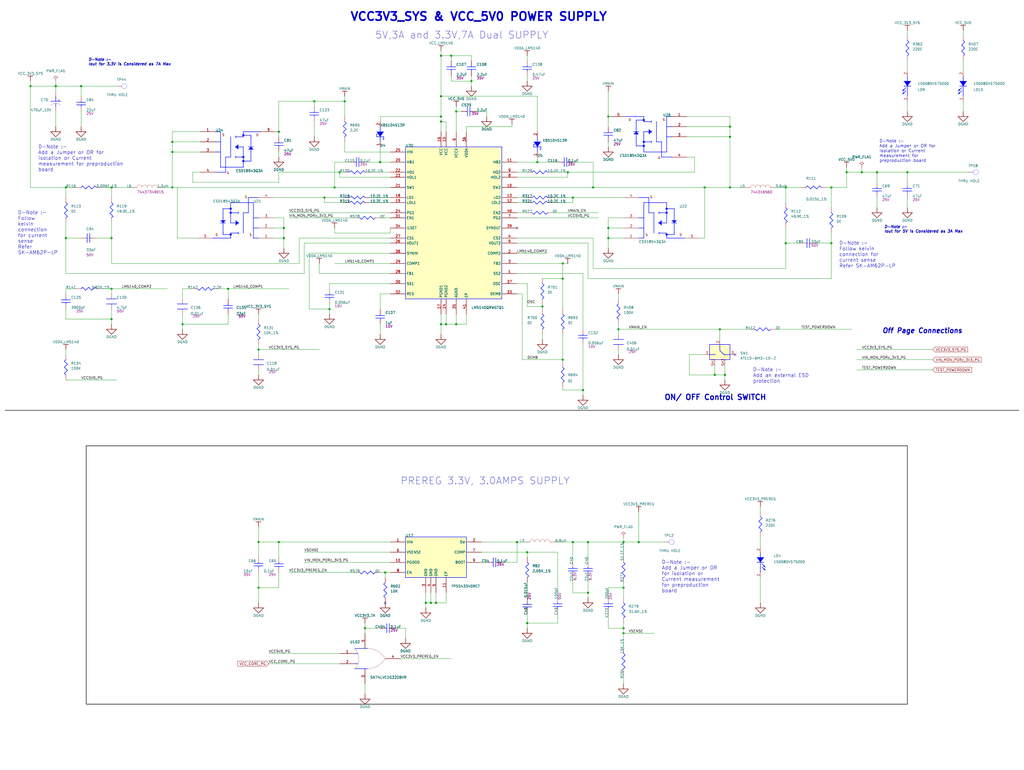
<source format=kicad_sch>
(kicad_sch (version 20231120) (generator "eeschema") (generator_version "8.0")
  (paper "User" 513.08 386.08)
  (junction (at 91.44 162.56))
  (junction (at 365.76 68.58))
  (junction (at 358.14 187.96))
  (junction (at 292.1 195.58))
  (junction (at 190.5 81.28))
  (junction (at 304.8 58.42))
  (junction (at 27.94 43.18))
  (junction (at 162.56 99.06))
  (junction (at 114.3 144.78))
  (junction (at 172.72 50.8))
  (junction (at 223.52 162.56))
  (junction (at 139.7 66.04))
  (junction (at 309.88 165.1))
  (junction (at 312.42 271.78))
  (junction (at 416.56 93.98))
  (junction (at 142.24 119.38))
  (junction (at 312.42 314.96))
  (junction (at 284.48 86.36))
  (junction (at 55.88 93.98))
  (junction (at 193.04 287.02))
  (junction (at 165.1 154.94))
  (junction (at 170.18 86.36))
  (junction (at 363.22 187.96))
  (junction (at 55.88 160.02))
  (junction (at 157.48 50.8))
  (junction (at 86.36 76.2))
  (junction (at 15.24 43.18))
  (junction (at 365.76 63.5))
  (junction (at 454.66 86.36))
  (junction (at 294.64 271.78))
  (junction (at 220.98 48.26))
  (junction (at 424.18 86.36))
  (junction (at 167.64 93.98))
  (junction (at 142.24 114.3))
  (junction (at 304.8 119.38))
  (junction (at 439.42 86.36))
  (junction (at 218.44 302.26))
  (junction (at 129.54 294.64))
  (junction (at 312.42 317.5))
  (junction (at 416.56 121.92))
  (junction (at 228.6 162.56))
  (junction (at 312.42 294.64))
  (junction (at 86.36 71.12))
  (junction (at 220.98 27.94))
  (junction (at 365.76 93.98))
  (junction (at 320.04 271.78))
  (junction (at 40.64 43.18))
  (junction (at 297.18 93.98))
  (junction (at 55.88 144.78))
  (junction (at 213.36 302.26))
  (junction (at 393.7 121.92))
  (junction (at 182.88 314.96))
  (junction (at 264.16 276.86))
  (junction (at 129.54 271.78))
  (junction (at 287.02 99.06))
  (junction (at 220.98 60.96))
  (junction (at 353.06 93.98))
  (junction (at 139.7 271.78))
  (junction (at 33.02 119.38))
  (junction (at 33.02 93.98))
  (junction (at 220.98 162.56))
  (junction (at 360.68 165.1))
  (junction (at 220.98 58.42))
  (junction (at 226.06 27.94))
  (junction (at 129.54 175.26))
  (junction (at 228.6 55.88))
  (junction (at 264.16 312.42))
  (junction (at 269.24 81.28))
  (junction (at 86.36 93.98))
  (junction (at 431.8 86.36))
  (junction (at 281.94 139.7))
  (junction (at 281.94 180.34))
  (junction (at 215.9 302.26))
  (junction (at 281.94 132.08))
  (junction (at 393.7 93.98))
  (junction (at 259.08 271.78))
  (junction (at 55.88 119.38))
  (junction (at 287.02 271.78))
  (junction (at 236.22 40.64))
  (junction (at 294.64 297.18))
  (junction (at 271.78 153.67))
  (junction (at 304.8 114.3))
  (no_connect (at 259.08 114.3))
  (no_connect (at 193.04 302.26))
  (no_connect (at 368.3 177.8))
  (wire (pts (xy 312.42 325.12) (xy 312.42 317.5)))
  (wire (pts (xy 218.44 302.26) (xy 218.44 297.18)))
  (wire (pts (xy 261.62 180.34) (xy 281.94 180.34)))
  (wire (pts (xy 294.64 271.78) (xy 287.02 271.78)))
  (wire (pts (xy 223.52 162.56) (xy 223.52 157.48)))
  (wire (pts (xy 55.88 99.06) (xy 55.88 93.98)))
  (wire (pts (xy 177.8 287.02) (xy 144.78 287.02)))
  (wire (pts (xy 182.88 314.96) (xy 190.5 314.96)))
  (wire (pts (xy 256.54 63.5) (xy 256.54 62.23)))
  (wire (pts (xy 91.44 144.78) (xy 91.44 149.86)))
  (wire (pts (xy 172.72 50.8) (xy 172.72 48.26)))
  (wire (pts (xy 393.7 114.3) (xy 393.7 121.92)))
  (wire (pts (xy 233.68 63.5) (xy 256.54 63.5)))
  (wire (pts (xy 320.04 271.78) (xy 332.74 271.78)))
  (wire (pts (xy 195.58 132.08) (xy 167.64 132.08)))
  (wire (pts (xy 33.02 160.02) (xy 33.02 154.94)))
  (wire (pts (xy 259.08 93.98) (xy 297.18 93.98)))
  (wire (pts (xy 182.88 314.96) (xy 182.88 312.42)))
  (wire (pts (xy 228.6 162.56) (xy 233.68 162.56)))
  (wire (pts (xy 165.1 142.24) (xy 195.58 142.24)))
  (wire (pts (xy 304.8 294.64) (xy 312.42 294.64)))
  (wire (pts (xy 388.62 93.98) (xy 393.7 93.98)))
  (wire (pts (xy 269.24 48.26) (xy 220.98 48.26)))
  (wire (pts (xy 55.88 160.02) (xy 55.88 154.94)))
  (wire (pts (xy 33.02 99.06) (xy 33.02 93.98)))
  (wire (pts (xy 358.14 187.96) (xy 363.22 187.96)))
  (wire (pts (xy 241.3 276.86) (xy 264.16 276.86)))
  (wire (pts (xy 167.64 81.28) (xy 175.26 81.28)))
  (wire (pts (xy 55.88 144.78) (xy 83.82 144.78)))
  (wire (pts (xy 129.54 294.64) (xy 139.7 294.64)))
  (wire (pts (xy 294.64 297.18) (xy 294.64 289.56)))
  (wire (pts (xy 309.88 149.86) (xy 309.88 147.32)))
  (wire (pts (xy 414.02 93.98) (xy 416.56 93.98)))
  (wire (pts (xy 142.24 114.3) (xy 142.24 109.22)))
  (wire (pts (xy 220.98 27.94) (xy 220.98 25.4)))
  (wire (pts (xy 33.02 147.32) (xy 33.02 144.78)))
  (wire (pts (xy 129.54 175.26) (xy 129.54 172.72)))
  (wire (pts (xy 264.16 40.64) (xy 264.16 38.1)))
  (wire (pts (xy 309.88 167.64) (xy 309.88 165.1)))
  (wire (pts (xy 182.88 317.5) (xy 182.88 314.96)))
  (wire (pts (xy 203.2 314.96) (xy 203.2 320.04)))
  (wire (pts (xy 129.54 302.26) (xy 129.54 294.64)))
  (wire (pts (xy 416.56 93.98) (xy 424.18 93.98)))
  (wire (pts (xy 327.66 317.5) (xy 312.42 317.5)))
  (wire (pts (xy 40.64 48.26) (xy 40.64 43.18)))
  (wire (pts (xy 312.42 269.24) (xy 312.42 271.78)))
  (wire (pts (xy 243.84 58.42) (xy 243.84 55.88)))
  (wire (pts (xy 312.42 314.96) (xy 304.8 314.96)))
  (wire (pts (xy 190.5 147.32) (xy 195.58 147.32)))
  (wire (pts (xy 172.72 101.6) (xy 162.56 101.6)))
  (wire (pts (xy 294.64 297.18) (xy 287.02 297.18)))
  (wire (pts (xy 393.7 134.62) (xy 297.18 134.62)))
  (wire (pts (xy 271.78 153.67) (xy 271.78 154.94)))
  (wire (pts (xy 157.48 53.34) (xy 157.48 50.8)))
  (wire (pts (xy 190.5 287.02) (xy 193.04 287.02)))
  (wire (pts (xy 264.16 314.96) (xy 264.16 312.42)))
  (wire (pts (xy 297.18 93.98) (xy 353.06 93.98)))
  (wire (pts (xy 129.54 187.96) (xy 129.54 185.42)))
  (wire (pts (xy 91.44 165.1) (xy 91.44 162.56)))
  (wire (pts (xy 228.6 157.48) (xy 228.6 162.56)))
  (wire (pts (xy 162.56 101.6) (xy 162.56 99.06)))
  (wire (pts (xy 190.5 58.42) (xy 190.5 60.96)))
  (wire (pts (xy 309.88 165.1) (xy 309.88 162.56)))
  (wire (pts (xy 139.7 66.04) (xy 139.7 50.8)))
  (wire (pts (xy 86.36 76.2) (xy 86.36 71.12)))
  (wire (pts (xy 261.62 147.32) (xy 261.62 180.34)))
  (wire (pts (xy 304.8 119.38) (xy 312.42 119.38)))
  (wire (pts (xy 467.36 180.34) (xy 429.26 180.34)))
  (wire (pts (xy 218.44 302.26) (xy 223.52 302.26)))
  (wire (pts (xy 264.16 30.48) (xy 264.16 27.94)))
  (wire (pts (xy 139.7 279.4) (xy 139.7 271.78)))
  (wire (pts (xy 269.24 66.04) (xy 269.24 48.26)))
  (wire (pts (xy 226.06 40.64) (xy 226.06 38.1)))
  (wire (pts (xy 381 256.54) (xy 381 254)))
  (wire (pts (xy 86.36 93.98) (xy 88.9 93.98)))
  (wire (pts (xy 454.66 50.8) (xy 454.66 55.88)))
  (wire (pts (xy 416.56 121.92) (xy 416.56 139.7)))
  (wire (pts (xy 96.52 86.36) (xy 96.52 91.44)))
  (wire (pts (xy 363.22 190.5) (xy 363.22 187.96)))
  (wire (pts (xy 297.18 93.98) (xy 297.18 81.28)))
  (wire (pts (xy 350.52 119.38) (xy 353.06 119.38)))
  (wire (pts (xy 160.02 175.26) (xy 129.54 175.26)))
  (wire (pts (xy 162.56 99.06) (xy 172.72 99.06)))
  (wire (pts (xy 15.24 43.18) (xy 27.94 43.18)))
  (wire (pts (xy 294.64 299.72) (xy 294.64 297.18)))
  (wire (pts (xy 99.06 119.38) (xy 88.9 119.38)))
  (wire (pts (xy 55.88 111.76) (xy 55.88 119.38)))
  (wire (pts (xy 114.3 157.48) (xy 114.3 162.56)))
  (wire (pts (xy 259.08 271.78) (xy 262.89 271.78)))
  (wire (pts (xy 297.18 81.28) (xy 287.02 81.28)))
  (wire (pts (xy 195.58 88.9) (xy 170.18 88.9)))
  (wire (pts (xy 96.52 86.36) (xy 100.33 86.36)))
  (wire (pts (xy 27.94 43.18) (xy 40.64 43.18)))
  (wire (pts (xy 482.6 17.78) (xy 482.6 15.24)))
  (wire (pts (xy 233.68 162.56) (xy 233.68 157.48)))
  (wire (pts (xy 226.06 330.2) (xy 200.66 330.2)))
  (wire (pts (xy 129.54 271.78) (xy 129.54 264.16)))
  (wire (pts (xy 172.72 58.42) (xy 172.72 50.8)))
  (wire (pts (xy 365.76 63.5) (xy 365.76 58.42)))
  (wire (pts (xy 312.42 299.72) (xy 312.42 294.64)))
  (wire (pts (xy 220.98 27.94) (xy 226.06 27.94)))
  (wire (pts (xy 86.36 93.98) (xy 86.36 76.2)))
  (wire (pts (xy 58.42 190.5) (xy 33.02 190.5)))
  (wire (pts (xy 213.36 304.8) (xy 213.36 302.26)))
  (wire (pts (xy 424.18 86.36) (xy 424.18 83.82)))
  (wire (pts (xy 223.52 60.96) (xy 220.98 60.96)))
  (wire (pts (xy 281.94 154.94) (xy 281.94 139.7)))
  (wire (pts (xy 358.14 187.96) (xy 358.14 182.88)))
  (wire (pts (xy 172.72 76.2) (xy 172.72 71.12)))
  (wire (pts (xy 269.24 81.28) (xy 279.4 81.28)))
  (wire (pts (xy 304.8 299.72) (xy 304.8 294.64)))
  (wire (pts (xy 304.8 109.22) (xy 312.42 109.22)))
  (wire (pts (xy 233.68 66.04) (xy 233.68 63.5)))
  (wire (pts (xy 271.78 139.7) (xy 281.94 139.7)))
  (wire (pts (xy 167.64 116.84) (xy 167.64 114.3)))
  (wire (pts (xy 365.76 68.58) (xy 365.76 63.5)))
  (wire (pts (xy 416.56 116.84) (xy 416.56 121.92)))
  (wire (pts (xy 393.7 93.98) (xy 393.7 101.6)))
  (wire (pts (xy 223.52 162.56) (xy 228.6 162.56)))
  (wire (pts (xy 220.98 167.64) (xy 220.98 162.56)))
  (wire (pts (xy 353.06 177.8) (xy 345.44 177.8)))
  (wire (pts (xy 195.58 101.6) (xy 185.42 101.6)))
  (wire (pts (xy 292.1 165.1) (xy 292.1 137.16)))
  (wire (pts (xy 220.98 162.56) (xy 220.98 157.48)))
  (wire (pts (xy 190.5 109.22) (xy 195.58 109.22)))
  (wire (pts (xy 281.94 139.7) (xy 281.94 132.08)))
  (wire (pts (xy 393.7 93.98) (xy 401.32 93.98)))
  (wire (pts (xy 139.7 294.64) (xy 139.7 287.02)))
  (wire (pts (xy 86.36 66.04) (xy 100.33 66.04)))
  (wire (pts (xy 360.68 170.18) (xy 360.68 165.1)))
  (wire (pts (xy 15.24 40.64) (xy 15.24 43.18)))
  (wire (pts (xy 33.02 119.38) (xy 33.02 137.16)))
  (wire (pts (xy 33.02 137.16) (xy 152.4 137.16)))
  (wire (pts (xy 312.42 271.78) (xy 294.64 271.78)))
  (wire (pts (xy 312.42 294.64) (xy 312.42 292.1)))
  (wire (pts (xy 279.4 276.86) (xy 279.4 299.72)))
  (wire (pts (xy 213.36 302.26) (xy 215.9 302.26)))
  (wire (pts (xy 345.44 177.8) (xy 345.44 187.96)))
  (wire (pts (xy 27.94 63.5) (xy 27.94 55.88)))
  (wire (pts (xy 190.5 81.28) (xy 195.58 81.28)))
  (wire (pts (xy 294.64 281.94) (xy 294.64 271.78)))
  (wire (pts (xy 297.18 134.62) (xy 297.18 119.38)))
  (wire (pts (xy 431.8 83.82) (xy 431.8 86.36)))
  (wire (pts (xy 195.58 76.2) (xy 172.72 76.2)))
  (wire (pts (xy 33.02 93.98) (xy 38.1 93.98)))
  (wire (pts (xy 264.16 299.72) (xy 264.16 292.1)))
  (wire (pts (xy 138.43 66.04) (xy 139.7 66.04)))
  (wire (pts (xy 15.24 93.98) (xy 33.02 93.98)))
  (wire (pts (xy 365.76 63.5) (xy 344.17 63.5)))
  (wire (pts (xy 299.72 106.68) (xy 276.86 106.68)))
  (wire (pts (xy 454.66 86.36) (xy 485.14 86.36)))
  (wire (pts (xy 190.5 154.94) (xy 190.5 147.32)))
  (wire (pts (xy 142.24 119.38) (xy 142.24 114.3)))
  (wire (pts (xy 287.02 297.18) (xy 287.02 289.56)))
  (wire (pts (xy 48.26 119.38) (xy 55.88 119.38)))
  (wire (pts (xy 439.42 86.36) (xy 454.66 86.36)))
  (wire (pts (xy 281.94 132.08) (xy 284.48 132.08)))
  (wire (pts (xy 304.8 114.3) (xy 304.8 109.22)))
  (wire (pts (xy 365.76 58.42) (xy 344.17 58.42)))
  (wire (pts (xy 223.52 66.04) (xy 223.52 60.96)))
  (wire (pts (xy 100.33 76.2) (xy 86.36 76.2)))
  (wire (pts (xy 55.88 119.38) (xy 55.88 132.08)))
  (wire (pts (xy 304.8 58.42) (xy 306.07 58.42)))
  (wire (pts (xy 114.3 144.78) (xy 144.78 144.78)))
  (wire (pts (xy 353.06 119.38) (xy 353.06 93.98)))
  (wire (pts (xy 139.7 68.58) (xy 139.7 66.04)))
  (wire (pts (xy 287.02 281.94) (xy 287.02 271.78)))
  (wire (pts (xy 264.16 312.42) (xy 279.4 312.42)))
  (wire (pts (xy 259.08 281.94) (xy 259.08 271.78)))
  (wire (pts (xy 304.8 63.5) (xy 304.8 58.42)))
  (wire (pts (xy 264.16 106.68) (xy 259.08 106.68)))
  (wire (pts (xy 86.36 71.12) (xy 86.36 66.04)))
  (wire (pts (xy 55.88 132.08) (xy 149.86 132.08)))
  (wire (pts (xy 142.24 114.3) (xy 137.16 114.3)))
  (wire (pts (xy 228.6 66.04) (xy 228.6 55.88)))
  (wire (pts (xy 50.8 93.98) (xy 55.88 93.98)))
  (wire (pts (xy 312.42 279.4) (xy 312.42 271.78)))
  (wire (pts (xy 281.94 195.58) (xy 281.94 194.31)))
  (wire (pts (xy 416.56 121.92) (xy 408.94 121.92)))
  (wire (pts (xy 276.86 99.06) (xy 287.02 99.06)))
  (wire (pts (xy 292.1 195.58) (xy 292.1 172.72)))
  (wire (pts (xy 27.94 40.64) (xy 27.94 43.18)))
  (wire (pts (xy 454.66 35.56) (xy 454.66 30.48)))
  (wire (pts (xy 223.52 302.26) (xy 223.52 297.18)))
  (wire (pts (xy 220.98 48.26) (xy 220.98 27.94)))
  (wire (pts (xy 213.36 302.26) (xy 213.36 297.18)))
  (wire (pts (xy 198.12 314.96) (xy 203.2 314.96)))
  (wire (pts (xy 167.64 93.98) (xy 195.58 93.98)))
  (wire (pts (xy 170.18 332.74) (xy 134.62 332.74)))
  (wire (pts (xy 347.98 78.74) (xy 344.17 78.74)))
  (wire (pts (xy 292.1 198.12) (xy 292.1 195.58)))
  (wire (pts (xy 114.3 149.86) (xy 114.3 144.78)))
  (wire (pts (xy 294.64 139.7) (xy 294.64 121.92)))
  (wire (pts (xy 264.16 276.86) (xy 279.4 276.86)))
  (wire (pts (xy 165.1 144.78) (xy 165.1 142.24)))
  (wire (pts (xy 360.68 165.1) (xy 375.92 165.1)))
  (wire (pts (xy 152.4 137.16) (xy 152.4 121.92)))
  (wire (pts (xy 195.58 127) (xy 154.94 127)))
  (wire (pts (xy 294.64 121.92) (xy 259.08 121.92)))
  (wire (pts (xy 195.58 114.3) (xy 195.58 116.84)))
  (wire (pts (xy 236.22 27.94) (xy 236.22 30.48)))
  (wire (pts (xy 454.66 104.14) (xy 454.66 99.06)))
  (wire (pts (xy 439.42 91.44) (xy 439.42 86.36)))
  (wire (pts (xy 431.8 86.36) (xy 439.42 86.36)))
  (wire (pts (xy 269.24 81.28) (xy 269.24 78.74)))
  (wire (pts (xy 100.33 71.12) (xy 86.36 71.12)))
  (wire (pts (xy 264.16 312.42) (xy 264.16 307.34)))
  (wire (pts (xy 226.06 27.94) (xy 236.22 27.94)))
  (wire (pts (xy 91.44 162.56) (xy 91.44 157.48)))
  (wire (pts (xy 129.54 279.4) (xy 129.54 271.78)))
  (wire (pts (xy 215.9 302.26) (xy 218.44 302.26)))
  (wire (pts (xy 467.36 175.26) (xy 429.26 175.26)))
  (wire (pts (xy 152.4 121.92) (xy 195.58 121.92)))
  (wire (pts (xy 426.72 165.1) (xy 388.62 165.1)))
  (wire (pts (xy 177.8 109.22) (xy 144.78 109.22)))
  (wire (pts (xy 416.56 139.7) (xy 294.64 139.7)))
  (wire (pts (xy 129.54 177.8) (xy 129.54 175.26)))
  (wire (pts (xy 182.88 342.9) (xy 182.88 347.98)))
  (wire (pts (xy 195.58 116.84) (xy 167.64 116.84)))
  (wire (pts (xy 220.98 60.96) (xy 220.98 66.04)))
  (wire (pts (xy 165.1 154.94) (xy 165.1 152.4)))
  (wire (pts (xy 40.64 63.5) (xy 40.64 55.88)))
  (wire (pts (xy 353.06 93.98) (xy 365.76 93.98)))
  (wire (pts (xy 264.16 153.67) (xy 271.78 153.67)))
  (wire (pts (xy 304.8 314.96) (xy 304.8 307.34)))
  (wire (pts (xy 182.88 81.28) (xy 190.5 81.28)))
  (wire (pts (xy 271.78 153.67) (xy 271.78 152.4)))
  (wire (pts (xy 264.16 142.24) (xy 264.16 153.67)))
  (wire (pts (xy 15.24 43.18) (xy 15.24 93.98)))
  (wire (pts (xy 190.5 81.28) (xy 190.5 73.66)))
  (wire (pts (xy 304.8 119.38) (xy 304.8 114.3)))
  (wire (pts (xy 236.22 40.64) (xy 226.06 40.64)))
  (wire (pts (xy 345.44 187.96) (xy 358.14 187.96)))
  (wire (pts (xy 243.84 281.94) (xy 241.3 281.94)))
  (wire (pts (xy 129.54 294.64) (xy 129.54 287.02)))
  (wire (pts (xy 96.52 144.78) (xy 91.44 144.78)))
  (wire (pts (xy 279.4 312.42) (xy 279.4 307.34)))
  (wire (pts (xy 195.58 86.36) (xy 185.42 86.36)))
  (wire (pts (xy 259.08 147.32) (xy 261.62 147.32)))
  (wire (pts (xy 347.98 86.36) (xy 347.98 78.74)))
  (wire (pts (xy 292.1 137.16) (xy 259.08 137.16)))
  (wire (pts (xy 33.02 177.8) (xy 33.02 175.26)))
  (wire (pts (xy 154.94 154.94) (xy 165.1 154.94)))
  (wire (pts (xy 81.28 93.98) (xy 86.36 93.98)))
  (wire (pts (xy 309.88 165.1) (xy 360.68 165.1)))
  (wire (pts (xy 401.32 121.92) (xy 393.7 121.92)))
  (wire (pts (xy 287.02 99.06) (xy 312.42 99.06)))
  (wire (pts (xy 50.8 144.78) (xy 55.88 144.78)))
  (wire (pts (xy 304.8 124.46) (xy 304.8 119.38)))
  (wire (pts (xy 27.94 45.72) (xy 27.94 43.18)))
  (wire (pts (xy 215.9 302.26) (xy 215.9 297.18)))
  (wire (pts (xy 220.98 60.96) (xy 220.98 58.42)))
  (wire (pts (xy 284.48 86.36) (xy 347.98 86.36)))
  (wire (pts (xy 195.58 106.68) (xy 144.78 106.68)))
  (wire (pts (xy 236.22 40.64) (xy 236.22 38.1)))
  (wire (pts (xy 40.64 43.18) (xy 58.42 43.18)))
  (wire (pts (xy 304.8 114.3) (xy 312.42 114.3)))
  (wire (pts (xy 274.32 127) (xy 259.08 127)))
  (wire (pts (xy 220.98 58.42) (xy 190.5 58.42)))
  (wire (pts (xy 287.02 101.6) (xy 287.02 99.06)))
  (wire (pts (xy 139.7 50.8) (xy 157.48 50.8)))
  (wire (pts (xy 142.24 109.22) (xy 137.16 109.22)))
  (wire (pts (xy 33.02 111.76) (xy 33.02 119.38)))
  (wire (pts (xy 149.86 132.08) (xy 149.86 119.38)))
  (wire (pts (xy 467.36 185.42) (xy 429.26 185.42)))
  (wire (pts (xy 381 302.26) (xy 381 289.56)))
  (wire (pts (xy 312.42 271.78) (xy 320.04 271.78)))
  (wire (pts (xy 160.02 137.16) (xy 195.58 137.16)))
  (wire (pts (xy 228.6 55.88) (xy 228.6 53.34)))
  (wire (pts (xy 276.86 86.36) (xy 284.48 86.36)))
  (wire (pts (xy 454.66 17.78) (xy 454.66 15.24)))
  (wire (pts (xy 193.04 289.56) (xy 193.04 287.02)))
  (wire (pts (xy 88.9 119.38) (xy 88.9 93.98)))
  (wire (pts (xy 142.24 124.46) (xy 142.24 119.38)))
  (wire (pts (xy 259.08 142.24) (xy 264.16 142.24)))
  (wire (pts (xy 88.9 93.98) (xy 167.64 93.98)))
  (wire (pts (xy 241.3 271.78) (xy 259.08 271.78)))
  (wire (pts (xy 195.58 276.86) (xy 152.4 276.86)))
  (wire (pts (xy 195.58 281.94) (xy 152.4 281.94)))
  (wire (pts (xy 281.94 180.34) (xy 281.94 181.61)))
  (wire (pts (xy 363.22 187.96) (xy 363.22 182.88)))
  (wire (pts (xy 231.14 55.88) (xy 228.6 55.88)))
  (wire (pts (xy 416.56 93.98) (xy 416.56 104.14)))
  (wire (pts (xy 454.66 91.44) (xy 454.66 86.36)))
  (wire (pts (xy 264.16 86.36) (xy 259.08 86.36)))
  (wire (pts (xy 243.84 55.88) (xy 238.76 55.88)))
  (wire (pts (xy 170.18 327.66) (xy 134.62 327.66)))
  (wire (pts (xy 236.22 43.18) (xy 236.22 40.64)))
  (wire (pts (xy 170.18 86.36) (xy 172.72 86.36)))
  (wire (pts (xy 304.8 58.42) (xy 304.8 45.72)))
  (wire (pts (xy 165.1 157.48) (xy 165.1 154.94)))
  (wire (pts (xy 149.86 119.38) (xy 195.58 119.38)))
  (wire (pts (xy 55.88 160.02) (xy 33.02 160.02)))
  (wire (pts (xy 139.7 76.2) (xy 139.7 78.74)))
  (polyline (pts (xy 2.54 205.74) (xy 510.54 205.74)) (stroke (width 0.254) (type solid) (color 0 0 0 1)))
  (wire (pts (xy 259.08 132.08) (xy 281.94 132.08)))
  (wire (pts (xy 312.42 337.82) (xy 312.42 342.9)))
  (wire (pts (xy 424.18 93.98) (xy 424.18 86.36)))
  (wire (pts (xy 297.18 119.38) (xy 259.08 119.38)))
  (wire (pts (xy 190.5 167.64) (xy 190.5 162.56)))
  (wire (pts (xy 259.08 88.9) (xy 284.48 88.9)))
  (wire (pts (xy 33.02 144.78) (xy 38.1 144.78)))
  (wire (pts (xy 381 274.32) (xy 381 269.24)))
  (wire (pts (xy 320.04 271.78) (xy 320.04 256.54)))
  (wire (pts (xy 142.24 119.38) (xy 137.16 119.38)))
  (wire (pts (xy 365.76 68.58) (xy 344.17 68.58)))
  (wire (pts (xy 55.88 93.98) (xy 66.04 93.98)))
  (wire (pts (xy 424.18 86.36) (xy 431.8 86.36)))
  (wire (pts (xy 251.46 281.94) (xy 259.08 281.94)))
  (wire (pts (xy 312.42 314.96) (xy 312.42 312.42)))
  (wire (pts (xy 439.42 104.14) (xy 439.42 99.06)))
  (wire (pts (xy 160.02 132.08) (xy 160.02 137.16)))
  (wire (pts (xy 281.94 180.34) (xy 281.94 167.64)))
  (wire (pts (xy 220.98 162.56) (xy 223.52 162.56)))
  (wire (pts (xy 157.48 50.8) (xy 172.72 50.8)))
  (wire (pts (xy 264.16 99.06) (xy 259.08 99.06)))
  (wire (pts (xy 276.86 101.6) (xy 287.02 101.6)))
  (wire (pts (xy 157.48 68.58) (xy 157.48 60.96)))
  (wire (pts (xy 55.88 147.32) (xy 55.88 144.78)))
  (wire (pts (xy 264.16 279.4) (xy 264.16 276.86)))
  (wire (pts (xy 96.52 91.44) (xy 139.7 91.44)))
  (wire (pts (xy 482.6 35.56) (xy 482.6 30.48)))
  (wire (pts (xy 312.42 317.5) (xy 312.42 314.96)))
  (wire (pts (xy 139.7 271.78) (xy 195.58 271.78)))
  (wire (pts (xy 393.7 121.92) (xy 393.7 134.62)))
  (wire (pts (xy 292.1 195.58) (xy 281.94 195.58)))
  (wire (pts (xy 129.54 271.78) (xy 139.7 271.78)))
  (wire (pts (xy 154.94 127) (xy 154.94 154.94)))
  (wire (pts (xy 139.7 91.44) (xy 139.7 86.36)))
  (wire (pts (xy 365.76 93.98) (xy 365.76 68.58)))
  (wire (pts (xy 299.72 109.22) (xy 259.08 109.22)))
  (wire (pts (xy 264.16 101.6) (xy 259.08 101.6)))
  (wire (pts (xy 365.76 93.98) (xy 373.38 93.98)))
  (wire (pts (xy 226.06 30.48) (xy 226.06 27.94)))
  (wire (pts (xy 114.3 162.56) (xy 91.44 162.56)))
  (wire (pts (xy 193.04 287.02) (xy 195.58 287.02)))
  (wire (pts (xy 259.08 81.28) (xy 269.24 81.28)))
  (wire (pts (xy 284.48 88.9) (xy 284.48 86.36)))
  (wire (pts (xy 55.88 162.56) (xy 55.88 160.02)))
  (wire (pts (xy 167.64 93.98) (xy 167.64 81.28)))
  (wire (pts (xy 271.78 170.18) (xy 271.78 167.64)))
  (wire (pts (xy 170.18 88.9) (xy 170.18 86.36)))
  (wire (pts (xy 40.64 119.38) (xy 33.02 119.38)))
  (wire (pts (xy 304.8 71.12) (xy 304.8 73.66)))
  (wire (pts (xy 129.54 160.02) (xy 129.54 157.48)))
  (wire (pts (xy 220.98 58.42) (xy 220.98 48.26)))
  (wire (pts (xy 137.16 99.06) (xy 162.56 99.06)))
  (wire (pts (xy 139.7 86.36) (xy 170.18 86.36)))
  (wire (pts (xy 287.02 271.78) (xy 278.13 271.78)))
  (wire (pts (xy 309.88 175.26) (xy 309.88 177.8)))
  (wire (pts (xy 195.58 99.06) (xy 185.42 99.06)))
  (wire (pts (xy 482.6 50.8) (xy 482.6 55.88)))
  (wire (pts (xy 109.22 144.78) (xy 114.3 144.78)))
  (rectangle (start 454.66 223.52) (end 43.18 353.06) (stroke (width 0.254) (color 0 0 0 1)))
  (text_box "D-Note :-\nAdd an external ESD\nprotection" (at 415.544 193.548 0) (size -39.624 -10.668) (stroke (width -0.0001) (color 0 0 0 1)) (effects (font (size 1.778 1.778)) (justify left top)))
  (text_box "D-Note :-\nFollow kelvin \nconnection for \ncurrent sense\nRefer SK-AM62P-LP" (at 454.66 137.16 0) (size -35.56 -17.78) (stroke (width -0.0001) (color 0 0 0 1)) (effects (font (size 1.778 1.778)) (justify left top)))
  (text_box "D-Note :-\nAdd a Jumper or OR for \nisolation or Current\nmeasurement for\npreproduction board" (at 481.076 83.82 0) (size -41.656 -15.24) (stroke (width -0.0001) (color 0 0 0 1)) (effects (font (size 1.524 1.524)) (justify left top)))
  (text_box "D-Note :-\nAdd a Jumper or OR\nfor isolation or\nCurrent measurement\nfor preproduction\nboard" (at 369.824 300.736 0) (size -39.624 -21.336) (stroke (width -0.0001) (color 0 0 0 1)) (effects (font (size 1.778 1.778)) (justify left top)))
  (text_box "D-Note :-\nAdd a Jumper or OR for\nisolation or Current\nmeasurement for preproduction\nboard" (at 77.724 88.9 0) (size -59.944 -17.78) (stroke (width -0.0001) (color 0 0 0 1)) (effects (font (size 1.778 1.778)) (justify left top)))
  (text_box "D-Note :-\nIout for 5V is Considered as 3A Max \n" (at 506.73 117.348 0) (size -64.77 -5.588) (stroke (width -0.0001) (color 0 0 0 1)) (effects (font (size 1.397 1.397) (bold yes) (italic yes)) (justify left top)))
  (text_box "D-Note :-\nIout for 3.3V is Considered as 7A Max \n" (at 111.506 33.528 0) (size -68.326 -5.588) (stroke (width -0.0001) (color 0 0 0 1)) (effects (font (size 1.397 1.397) (bold yes) (italic yes)) (justify left top)))
  (text_box "D-Note :-\nFollow \nkelvin \nconnection\nfor current\nsense\nRefer\nSK-AM62P-LP" (at 30.988 132.588 0) (size -23.368 -28.448) (stroke (width -0.0001) (color 0 0 0 1)) (effects (font (size 1.778 1.778)) (justify left top)))
  (text "5V,3A and 3.3V,7A Dual SUPPLY" (at 187.96 19.812 0) (effects (font (size 3.556 3.556)) (justify left bottom)))
  (text "VCC3V3_SYS & VCC_5V0 POWER SUPPLY" (at 175.26 10.922 0) (effects (font (size 4.191 4.191) (bold yes)) (justify left bottom)))
  (text "PREREG 3.3V, 3.0AMPS SUPPLY" (at 200.66 243.332 0) (effects (font (size 3.556 3.556)) (justify left bottom)))
  (text "ON/ OFF Control SWITCH" (at 332.74 200.914 0) (effects (font (size 2.667 2.667) (bold yes)) (justify left bottom)))
  (text "Off Page Connections" (at 441.96 167.386 0) (effects (font (size 2.413 2.413) (bold yes) (italic yes)) (justify left bottom)))
  (label "OSC" (at 264.16 152.4 0))
  (label "VCC5V0_PG" (at 134.62 327.66 0))
  (label "VCC3V3_SYS_PG" (at 431.8 175.26 0))
  (label "VIN_MON_PORz_3V3_PG" (at 144.78 109.22 0))
  (label "VIN_MON_PORz_3V3_PG" (at 152.4 281.94 0))
  (label "VCC_CORE_PG" (at 134.62 332.74 0))
  (label "VMAIN_EN" (at 284.48 106.68 0))
  (label "VCC3V3_PREREG_EN" (at 144.78 287.02 0))
  (label "VSENSE" (at 152.4 276.86 0))
  (label "VIN_MON_PORz_3V3_PG" (at 431.8 180.34 0))
  (label "VSENSE" (at 314.96 317.5 0))
  (label "VMAIN_EN" (at 314.96 165.1 0))
  (label "VCC3V3_PREREG_EN" (at 200.66 330.2 0))
  (label "LM5140_COMP2" (at 60.96 144.78 0))
  (label "LM5140_COMP2" (at 259.08 127 0))
  (label "LM5140_COMP1" (at 116.84 144.78 0))
  (label "DEMB" (at 264.16 180.34 0))
  (label "VCC3V3_SYS_PG" (at 134.62 175.26 0))
  (label "LM5140_COMP1" (at 172.72 132.08 0))
  (label "VCC5V0_PG" (at 40.64 190.5 0))
  (label "VCC5V0_PG" (at 284.48 109.22 0))
  (label "TEST_POWERDOWN" (at 431.8 185.42 0))
  (label "VCC3V3_SYS_PG" (at 144.78 106.68 0))
  (label "TEST_POWERDOWN" (at 401.32 165.1 0))
  (global_label "VCC_CORE_PG" (shape input) (at 134.62 332.74 180) (property "Intersheetrefs" "${INTERSHEET_REFS}" (effects (hide yes))))
  (global_label "TEST_POWERDOWN" (shape input) (at 467.36 185.42 0) (property "Intersheetrefs" "${INTERSHEET_REFS}" (effects (hide yes))))
  (global_label "VCC3V3_SYS_PG" (shape input) (at 467.36 175.26 0) (property "Intersheetrefs" "${INTERSHEET_REFS}" (effects (hide yes))))
  (global_label "VIN_MON_PORz_3V3_PG" (shape input) (at 467.36 180.34 0) (property "Intersheetrefs" "${INTERSHEET_REFS}" (effects (hide yes))))
  (symbol (lib_id "power:PWR_FLAG") (at 312.42 269.24 0) (unit 1)
    (property "Reference" "#FLG051" (effects (hide yes)))
    (property "Value" "PWR_FLAG" (at 312.42 264.16 0))
    (property "Description" "Special symbol for telling ERC where power comes from" (effects (hide yes)))
  )
  (symbol (lib_id "37-altium-import:root_0_SW3_B12JV") (at 355.6 172.72 0) (unit 1)
    (property "Reference" "SW1" (at 370.84 177.8 0) (effects (justify left bottom)))
    (property "Value" "ATE1D-6M3-10-Z" (at 370.84 180.34 0) (effects (justify left bottom)))
    (property "Footprint" "SW3_ATE1F-6M3_370X710_TH_5-6" (effects (hide yes)))
    (property "Description" "SWITCH TOGGLE SPDT RT TH" (effects (hide yes)))
    (property "MECHANICAL 3D STEP FILE" "SW3_ATE1F-6M3_370X710_TH_5-6" (effects (hide yes)))
    (property "CUSTOM_DUTY" "24%" (effects (hide yes)))
    (property "CUSTOMS_HS_CODE" "85369090" (effects (hide yes)))
    (property "CHKD/DATE" "MANIRAJA/291217" (effects (hide yes)))
    (property "CRTD /DATE" "MANIRAJA/291217" (effects (hide yes)))
    (property "DATASHEET" "Y~{:}MIS_DATABAS~{E}DATASHEET~{S}MIS~{C}SWITCHE~{S}ATE-SER.PDF" (effects (hide yes)))
    (property "TEMPERATURE" "-20癈+85癈" (effects (hide yes)))
    (property "WEIGHT" "NA" (effects (hide yes)))
    (property "HEIGHT" "5.60MM" (effects (hide yes)))
    (property "DISTRIBUTOR_PART_NUMBER" "563-1759-ND" (effects (hide yes)))
    (property "DISTRIBUTOR_NAME" "DIGIKEY" (effects (hide yes)))
    (property "PACKAGE" "THRU-HOLE" (effects (hide yes)))
    (property "WATTAGE" "NA" (effects (hide yes)))
    (property "VOLTAGE" "NA" (effects (hide yes)))
    (property "TOLERANCE" "NA" (effects (hide yes)))
    (property "PART_TYPE" "ELECTRO-MECHANICA~{L}SWITCH" (effects (hide yes)))
    (property "MFR_PART_NUMBER" "ATE1D-6M3-10-Z" (effects (hide yes)))
    (property "MFR_NAME" "NIDEC COPAL" (effects (hide yes)))
    (property "PROJECT" "TI_MAXIE_CPB" (effects (hide yes)))
    (property "MISTRAL PART NO" "130017120017-R" (effects (hide yes)))
    (property "LIBRARY REF" "SW3_B12JV" (effects (hide yes)))
    (property "PCB FOOTPRINT" "SW3_ATE1F-6M3_370X710_TH_5-6" (effects (hide yes)))
  )
  (symbol (lib_id "37-altium-import:DGND_SIGNAL_GROUND") (at 190.5 167.64 0) (unit 1)
    (property "Reference" "#PWR?" (effects (hide yes)))
    (property "Value" "DGND" (at 190.5 173.99 0))
  )
  (symbol (lib_id "37-altium-import:root_1_INDUCTOR_Dup1") (at 265.43 271.78 0) (unit 1)
    (property "Reference" "L3" (at 260.35 271.78 0) (effects (justify left bottom)))
    (property "Value" "6.8uH" (at 278.13 271.78 0) (effects (justify left bottom)))
    (property "Footprint" "IND_74439346068_260X270_SMD_6-1" (effects (hide yes)))
    (property "Description" "IND POWER 6.8uH 6.5A 20% SMD" (effects (hide yes)))
    (property "PCB FOOTPRINT" "IND_74439346068_260X270_SMD_6-1" (effects (hide yes)))
    (property "LIBRARY REF" "INDUCTOR" (effects (hide yes)))
    (property "MECHANICAL 3D STEP FILE" "IND_74439346068_260X270_SMD_6-1" (effects (hide yes)))
    (property "CUSTOM_DUTY" "24%" (effects (hide yes)))
    (property "CUSTOMS_HS_CODE" "85437099" (effects (hide yes)))
    (property "CHKD/DATE" "MANIRAJA/171017" (effects (hide yes)))
    (property "CRTD /DATE" "MANIRAJA/171017" (effects (hide yes)))
    (property "DATASHEET" "Y~{:}MIS_DATABAS~{E}DATASHEET~{S}DISCRETE~{S}INDUCTOR~{S}74439346068.PDF" (effects (hide yes)))
    (property "TEMPERATURE" "-40癈+125癈" (effects (hide yes)))
    (property "WEIGHT" "NA" (effects (hide yes)))
    (property "HEIGHT" "6.10MM" (effects (hide yes)))
    (property "DISTRIBUTOR_PART_NUMBER" "732-10705-1-ND" (effects (hide yes)))
    (property "DISTRIBUTOR_NAME" "DIGIKEY" (effects (hide yes)))
    (property "PACKAGE" "SMD" (effects (hide yes)))
    (property "WATTAGE" "NA" (effects (hide yes)))
    (property "VOLTAGE" "NA" (effects (hide yes)))
    (property "TOLERANCE" "20%" (effects (hide yes)))
    (property "PART_TYPE" "INDUCTOR" (effects (hide yes)))
    (property "MFR_PART_NUMBER" "74439346068" (effects (hide yes)))
    (property "MFR_NAME" "WURTH ELECTRONICS" (effects (hide yes)))
    (property "PROJECT" "TI_MAXIE_CPB" (effects (hide yes)))
    (property "MISTRAL PART NO" "130017100019-R" (effects (hide yes)))
  )
  (symbol (lib_id "37-altium-import:root_0_MOSFET_CSD18501Q5A") (at 107.95 63.5 0) (unit 1)
    (property "Reference" "U24" (at 107.95 66.04 0) (effects (justify left bottom)))
    (property "Value" "CSD18543Q3A" (at 118.11 86.36 0) (effects (justify left bottom)))
    (property "Footprint" "VSONP8_CSD18543Q_120X130_0-9" (effects (hide yes)))
    (property "Description" "IC MOSFET N-CHANNEL 60V VSONP8" (effects (hide yes)))
    (property "MECHANICAL 3D STEP FILE" "VSONP8_CSD18543Q_120X130_0-9" (effects (hide yes)))
    (property "CUSTOM_DUTY" "15%" (effects (hide yes)))
    (property "CUSTOMS_HS_CODE" "85423100" (effects (hide yes)))
    (property "CHKD/DATE" "MANIRAJA/041017" (effects (hide yes)))
    (property "CRTD /DATE" "MANIRAJA/041017" (effects (hide yes)))
    (property "DATASHEET" "Y~{:}MIS_DATABAS~{E}DATASHEET~{S}IC~{S}POWE~{R}CSD18543Q3A.PDF" (effects (hide yes)))
    (property "TEMPERATURE" "-55癈+150癈" (effects (hide yes)))
    (property "WEIGHT" "NA" (effects (hide yes)))
    (property "HEIGHT" "0.90MM" (effects (hide yes)))
    (property "DISTRIBUTOR_PART_NUMBER" "296-47321-1-ND" (effects (hide yes)))
    (property "DISTRIBUTOR_NAME" "DIGIKEY" (effects (hide yes)))
    (property "PACKAGE" "VSONP8" (effects (hide yes)))
    (property "WATTAGE" "NA" (effects (hide yes)))
    (property "VOLTAGE" "60V" (effects (hide yes)))
    (property "TOLERANCE" "NA" (effects (hide yes)))
    (property "PART_TYPE" "IC~{S}POWE~{R}MOSFET" (effects (hide yes)))
    (property "MFR_PART_NUMBER" "CSD18543Q3A" (effects (hide yes)))
    (property "MFR_NAME" "TEXAS INSTRUMENTS" (effects (hide yes)))
    (property "PROJECT" "TI_MAXIE_CPB" (effects (hide yes)))
    (property "MISTRAL PART NO" "142017100004-R" (effects (hide yes)))
    (property "LIBRARY REF" "MOSFET_CSD18501Q5A" (effects (hide yes)))
    (property "PCB FOOTPRINT" "VSONP8_CSD18543Q_120X130_0-9" (effects (hide yes)))
    (property "FOOTPRINT REF" "VSONP8_CSD18543Q_120X130_0-9" (effects (hide yes)))
    (property "LIBRARY PATH" "Y~{:}MIS_DATABAS~{E}Librar~{y}ALTIUM_TOO~{L}SCHEMATICS_PART~{S}MS_MOSFET_Library.schlib" (effects (hide yes)))
    (property "FOOTPRINT PATH" "Y~{:}MIS_DATABAS~{E}Librar~{y}ALTIUM_TOO~{L}PCB_FOOTPRINT~{S}Altium_Footprint_Lib.PcbLib" (effects (hide yes)))
  )
  (symbol (lib_id "37-altium-import:root_2_mirrored_MOSFET_CSD18501Q5A") (at 320.04 121.92 0) (unit 1)
    (property "Reference" "U22" (at 340.36 104.14 0) (effects (justify left bottom)))
    (property "Value" "CSD18543Q3A" (at 320.04 121.92 0) (effects (justify left bottom)))
    (property "Footprint" "VSONP8_CSD18543Q_120X130_0-9" (effects (hide yes)))
    (property "Description" "IC MOSFET N-CHANNEL 60V VSONP8" (effects (hide yes)))
    (property "MECHANICAL 3D STEP FILE" "VSONP8_CSD18543Q_120X130_0-9" (effects (hide yes)))
    (property "CUSTOM_DUTY" "15%" (effects (hide yes)))
    (property "CUSTOMS_HS_CODE" "85423100" (effects (hide yes)))
    (property "CHKD/DATE" "MANIRAJA/041017" (effects (hide yes)))
    (property "CRTD /DATE" "MANIRAJA/041017" (effects (hide yes)))
    (property "DATASHEET" "Y~{:}MIS_DATABAS~{E}DATASHEET~{S}IC~{S}POWE~{R}CSD18543Q3A.PDF" (effects (hide yes)))
    (property "TEMPERATURE" "-55癈+150癈" (effects (hide yes)))
    (property "WEIGHT" "NA" (effects (hide yes)))
    (property "HEIGHT" "0.90MM" (effects (hide yes)))
    (property "DISTRIBUTOR_PART_NUMBER" "296-47321-1-ND" (effects (hide yes)))
    (property "DISTRIBUTOR_NAME" "DIGIKEY" (effects (hide yes)))
    (property "PACKAGE" "VSONP8" (effects (hide yes)))
    (property "WATTAGE" "NA" (effects (hide yes)))
    (property "VOLTAGE" "60V" (effects (hide yes)))
    (property "TOLERANCE" "NA" (effects (hide yes)))
    (property "PART_TYPE" "IC~{S}POWE~{R}MOSFET" (effects (hide yes)))
    (property "MFR_PART_NUMBER" "CSD18543Q3A" (effects (hide yes)))
    (property "MFR_NAME" "TEXAS INSTRUMENTS" (effects (hide yes)))
    (property "PROJECT" "TI_MAXIE_CPB" (effects (hide yes)))
    (property "MISTRAL PART NO" "142017100004-R" (effects (hide yes)))
    (property "LIBRARY REF" "MOSFET_CSD18501Q5A" (effects (hide yes)))
    (property "PCB FOOTPRINT" "VSONP8_CSD18543Q_120X130_0-9" (effects (hide yes)))
    (property "FOOTPRINT REF" "VSONP8_CSD18543Q_120X130_0-9" (effects (hide yes)))
    (property "LIBRARY PATH" "Y~{:}MIS_DATABAS~{E}Librar~{y}ALTIUM_TOO~{L}SCHEMATICS_PART~{S}MS_MOSFET_Library.schlib" (effects (hide yes)))
    (property "FOOTPRINT PATH" "Y~{:}MIS_DATABAS~{E}Librar~{y}ALTIUM_TOO~{L}PCB_FOOTPRINT~{S}Altium_Footprint_Lib.PcbLib" (effects (hide yes)))
  )
  (symbol (lib_id "37-altium-import:DGND_SIGNAL_GROUND") (at 294.64 299.72 0) (unit 1)
    (property "Reference" "#PWR?" (effects (hide yes)))
    (property "Value" "DGND" (at 294.64 306.07 0))
  )
  (symbol (lib_id "37-altium-import:root_3_mirrored_DIODE_LED") (at 449.58 38.1 0) (unit 1)
    (property "Reference" "LD9" (at 459.74 45.72 0) (effects (justify left bottom)))
    (property "Value" "150080VS75000" (at 459.74 42.672 0) (effects (justify left bottom)))
    (property "Footprint" "LED_150080VS75000_80X50_SMD_0-8" (effects (hide yes)))
    (property "Description" "DIODE LED BRIGHT GREEN SMD" (effects (hide yes)))
    (property "FOOTPRINT PATH" "Y~{:}MIS_DATABAS~{E}Librar~{y}ALTIUM_TOO~{L}PCB_FOOTPRINT~{S}Altium_Footprint_Lib.PcbLib" (effects (hide yes)))
    (property "LIBRARY PATH" "Y~{:}MIS_DATABAS~{E}Librar~{y}ALTIUM_TOO~{L}SCHEMATICS_PART~{S}MS_OPTO_Library.schlib" (effects (hide yes)))
    (property "MECHANICAL 3D STEP FILE" "LED_150080VS75000_80X50_SMD_0-8" (effects (hide yes)))
    (property "CUSTOM_DUTY" "24%" (effects (hide yes)))
    (property "CUSTOMS_HS_CODE" "85439000" (effects (hide yes)))
    (property "CHKD/DATE" "MANIRAJA/180820" (effects (hide yes)))
    (property "CRTD /DATE" "ALVY/180820" (effects (hide yes)))
    (property "DATASHEET" "Y~{:}MIS_DATABAS~{E}DATASHEET~{S}DISCRETE~{S}LED~{S}150080VS75000.PDF" (effects (hide yes)))
    (property "TEMPERATURE" "-40癈+85癈" (effects (hide yes)))
    (property "WEIGHT" "10mg" (effects (hide yes)))
    (property "HEIGHT" "0.80MM" (effects (hide yes)))
    (property "LIBRARY REF" "DIODE_LED" (effects (hide yes)))
    (property "DISTRIBUTOR_PART_NUMBER" "732-4986-1-ND" (effects (hide yes)))
    (property "DISTRIBUTOR_NAME" "DIGIKEY" (effects (hide yes)))
    (property "PACKAGE" "SMD" (effects (hide yes)))
    (property "WATTAGE" "NA" (effects (hide yes)))
    (property "VOLTAGE" "NA" (effects (hide yes)))
    (property "TOLERANCE" "NA" (effects (hide yes)))
    (property "PART_TYPE" "OPT~{O}LED" (effects (hide yes)))
    (property "MFR_PART_NUMBER" "150080VS75000" (effects (hide yes)))
    (property "MFR_NAME" "WURTH ELECTRONICS" (effects (hide yes)))
    (property "PROJECT" "AM64x_EVM_BRD" (effects (hide yes)))
    (property "MISTRAL PART NO" "130020080012-R" (effects (hide yes)))
    (property "FOOTPRINT REF" "LED_150080VS75000_80X50_SMD_0-8" (effects (hide yes)))
    (property "PCB FOOTPRINT" "LED_150080VS75000_80X50_SMD_0-8" (effects (hide yes)))
  )
  (symbol (lib_id "37-altium-import:root_2_RESISTOR_Dup6") (at 312.42 160.02 0) (unit 1)
    (property "Reference" "R408" (at 312.42 154.94 0) (effects (justify left bottom)))
    (property "Value" "100K" (at 312.42 157.48 0) (effects (justify left bottom)))
    (property "Footprint" "RES0402_0-5" (effects (hide yes)))
    (property "Description" "RES 100K 1/16W 5% 0402" (effects (hide yes)))
    (property "PCB FOOTPRINT" "RES0402_0-5" (effects (hide yes)))
    (property "LIBRARY REF" "RESISTOR" (effects (hide yes)))
    (property "MECHANICAL 3D STEP FILE" "RES0402_0-5" (effects (hide yes)))
    (property "CUSTOM_DUTY" "15%" (effects (hide yes)))
    (property "CUSTOMS_HS_CODE" "85332119" (effects (hide yes)))
    (property "CHKD/DATE" "VASANTHA/061216" (effects (hide yes)))
    (property "CRTD /DATE" "BAVISH/010611" (effects (hide yes)))
    (property "DATASHEET" "Y~{:}MIS_DATABAS~{E}DATASHEET~{S}RESISTOR~{S}CRCW0603.PDF" (effects (hide yes)))
    (property "TEMPERATURE" "-55癈+155癈" (effects (hide yes)))
    (property "WEIGHT" "0.65mg" (effects (hide yes)))
    (property "HEIGHT" "0.40MM" (effects (hide yes)))
    (property "DISTRIBUTOR_PART_NUMBER" "541-100KJCT-ND" (effects (hide yes)))
    (property "DISTRIBUTOR_NAME" "DIGIKEY" (effects (hide yes)))
    (property "PACKAGE" "0402" (effects (hide yes)))
    (property "WATTAGE" "1/16W" (effects (hide yes)))
    (property "VOLTAGE" "NA" (effects (hide yes)))
    (property "TOLERANCE" "5%" (effects (hide yes)))
    (property "PART_TYPE" "RESISTOR~{S}FIXED" (effects (hide yes)))
    (property "MFR_PART_NUMBER" "CRCW0402100KJNED" (effects (hide yes)))
    (property "MFR_NAME" "VISHAY" (effects (hide yes)))
    (property "PROJECT" "AM4515_EVM_LCD" (effects (hide yes)))
    (property "MISTRAL PART NO" "110011060002-R" (effects (hide yes)))
    (property "FOOTPRINT REF" "RES0402_0-5" (effects (hide yes)))
    (property "LIBRARY PATH" "Y~{:}MIS_DATABAS~{E}Librar~{y}ALTIUM_TOO~{L}SCHEMATICS_PART~{S}MS_DISCRETE_Library.schlib" (effects (hide yes)))
    (property "FOOTPRINT PATH" "Y~{:}MIS_DATABAS~{E}Librar~{y}ALTIUM_TOO~{L}PCB_FOOTPRINT~{S}Altium_Footprint_Lib.PcbLib" (effects (hide yes)))
  )
  (symbol (lib_id "37-altium-import:VDDA_LM5140_BAR") (at 256.54 62.23 180) (unit 1)
    (property "Reference" "#PWR?" (effects (hide yes)))
    (property "Value" "VDDA_LM5140" (at 256.54 58.42 0))
  )
  (symbol (lib_id "37-altium-import:DGND_SIGNAL_GROUND") (at 220.98 167.64 0) (unit 1)
    (property "Reference" "#PWR?" (effects (hide yes)))
    (property "Value" "DGND" (at 220.98 173.99 0))
  )
  (symbol (lib_id "37-altium-import:DGND_SIGNAL_GROUND") (at 55.88 162.56 0) (unit 1)
    (property "Reference" "#PWR?" (effects (hide yes)))
    (property "Value" "DGND" (at 55.88 168.91 0))
  )
  (symbol (lib_id "37-altium-import:DGND_SIGNAL_GROUND") (at 243.84 58.42 0) (unit 1)
    (property "Reference" "#PWR?" (effects (hide yes)))
    (property "Value" "DGND" (at 243.84 64.77 0))
  )
  (symbol (lib_id "37-altium-import:root_0_CAP") (at 436.88 93.98 0) (unit 1)
    (property "Reference" "C69" (at 441.96 93.98 0) (effects (justify left bottom)))
    (property "Value" "47uF" (at 441.96 99.06 0) (effects (justify left bottom)))
    (property "Footprint" "CAP1206_2" (effects (hide yes)))
    (property "Description" "CAP CERAMIC 47uF 25V 20% X5R 1206" (effects (hide yes)))
    (property "PCB FOOTPRINT" "CAP1206_2" (effects (hide yes)))
    (property "FOOTPRINT REF" "CAP1206_2" (effects (hide yes)))
    (property "MISTRAL PART NO" "120013050002-R" (effects (hide yes)))
    (property "PROJECT" "TI_MAXIE_CPB" (effects (hide yes)))
    (property "MFR_NAME" "MURATA" (effects (hide yes)))
    (property "MFR_PART_NUMBER" "GRM31CR61E476ME44L" (effects (hide yes)))
    (property "PART_TYPE" "CAPACITOR~{S}CERAMIC" (effects (hide yes)))
    (property "TOLERANCE" "20%" (effects (hide yes)))
    (property "VOLTAGE" "25V" (at 441.96 100.838 0) (effects (justify left bottom)))
    (property "WATTAGE" "NA" (effects (hide yes)))
    (property "PACKAGE" "1206" (effects (hide yes)))
    (property "DISTRIBUTOR_NAME" "DIGIKEY" (effects (hide yes)))
    (property "DISTRIBUTOR_PART_NUMBER" "490-16268-1-ND" (effects (hide yes)))
    (property "LIBRARY REF" "CAP" (effects (hide yes)))
    (property "HEIGHT" "1.80MM" (effects (hide yes)))
    (property "WEIGHT" "40mg" (effects (hide yes)))
    (property "TEMPERATURE" "-55癈+85癈" (effects (hide yes)))
    (property "DATASHEET" "Y~{:}MIS_DATABAS~{E}DATASHEET~{S}CAPACITOR~{S}MURATA-GXX-SER_NOV17.PDF" (effects (hide yes)))
    (property "CRTD /DATE" "MANIRAJA/230118" (effects (hide yes)))
    (property "CHKD/DATE" "MANIRAJA/230118" (effects (hide yes)))
    (property "CUSTOMS_HS_CODE" "85322990" (effects (hide yes)))
    (property "CUSTOM_DUTY" "15%" (effects (hide yes)))
    (property "MECHANICAL 3D STEP FILE" "CAP1206_2" (effects (hide yes)))
    (property "LIBRARY PATH" "Y~{:}MIS_DATABAS~{E}Librar~{y}ALTIUM_TOO~{L}SCHEMATICS_PART~{S}MS_DISCRETE_Library.schlib" (effects (hide yes)))
    (property "FOOTPRINT PATH" "Y~{:}MIS_DATABAS~{E}Librar~{y}ALTIUM_TOO~{L}PCB_FOOTPRINT~{S}Altium_Footprint_Lib.PcbLib" (effects (hide yes)))
  )
  (symbol (lib_id "37-altium-import:DGND_SIGNAL_GROUND") (at 203.2 320.04 0) (unit 1)
    (property "Reference" "#PWR?" (effects (hide yes)))
    (property "Value" "DGND" (at 203.2 326.39 0))
  )
  (symbol (lib_id "37-altium-import:DGND_SIGNAL_GROUND") (at 157.48 68.58 0) (unit 1)
    (property "Reference" "#PWR?" (effects (hide yes)))
    (property "Value" "DGND" (at 157.48 74.93 0))
  )
  (symbol (lib_id "37-altium-import:root_3_RESISTOR_Dup5") (at 187.96 284.48 0) (unit 1)
    (property "Reference" "R579" (at 175.26 287.02 0) (effects (justify left bottom)))
    (property "Value" "0E" (at 187.96 287.02 0) (effects (justify left bottom)))
    (property "Footprint" "RES0402_0-5" (effects (hide yes)))
    (property "Description" "RES 0E 1/16W JUMPER 0402" (effects (hide yes)))
    (property "MECHANICAL 3D STEP FILE" "RES0402_0-5" (effects (hide yes)))
    (property "CUSTOM_DUTY" "15%" (effects (hide yes)))
    (property "CUSTOMS_HS_CODE" "85332119" (effects (hide yes)))
    (property "CHKD/DATE" "VASANTHA/201216" (effects (hide yes)))
    (property "CRTD /DATE" "MUDDU/190810" (effects (hide yes)))
    (property "DATASHEET" "Y~{:}MIS_DATABAS~{E}DATASHEET~{S}RESISTOR~{S}CRCW0603.PDF" (effects (hide yes)))
    (property "TEMPERATURE" "-55癈+155癈" (effects (hide yes)))
    (property "WEIGHT" "0.65mg" (effects (hide yes)))
    (property "HEIGHT" "0.40MM" (effects (hide yes)))
    (property "DISTRIBUTOR_PART_NUMBER" "541-0.0JCT-ND" (effects (hide yes)))
    (property "DISTRIBUTOR_NAME" "DIGIKEY" (effects (hide yes)))
    (property "PACKAGE" "0402" (effects (hide yes)))
    (property "WATTAGE" "1/16W" (effects (hide yes)))
    (property "VOLTAGE" "NA" (effects (hide yes)))
    (property "TOLERANCE" "NA" (effects (hide yes)))
    (property "PART_TYPE" "RESISTOR~{S}FIXED" (effects (hide yes)))
    (property "MFR_PART_NUMBER" "CRCW04020000Z0ED" (effects (hide yes)))
    (property "MFR_NAME" "VISHAY" (effects (hide yes)))
    (property "PROJECT" "PB_BUGBASE" (effects (hide yes)))
    (property "MISTRAL PART NO" "110010080019-R" (effects (hide yes)))
    (property "LIBRARY REF" "RESISTOR" (effects (hide yes)))
    (property "FOOTPRINT REF" "RES0402_0-5" (effects (hide yes)))
    (property "LIBRARY PATH" "Y~{:}MIS_DATABAS~{E}Librar~{y}ALTIUM_TOO~{L}SCHEMATICS_PART~{S}MS_DISCRETE_Library.schlib" (effects (hide yes)))
    (property "FOOTPRINT PATH" "Y~{:}MIS_DATABAS~{E}Librar~{y}ALTIUM_TOO~{L}PCB_FOOTPRINT~{S}Altium_Footprint_Lib.PcbLib" (effects (hide yes)))
    (property "PCB FOOTPRINT" "RES0402_0-5" (effects (hide yes)))
  )
  (symbol (lib_id "37-altium-import:root_0_RESISTOR_Dup6") (at 261.62 281.94 0) (unit 1)
    (property "Reference" "R82" (at 266.7 284.48 0) (effects (justify left bottom)))
    (property "Value" "2.05K_1%" (at 266.7 287.02 0) (effects (justify left bottom)))
    (property "Footprint" "RES0402_0-5" (effects (hide yes)))
    (property "Description" "RES 2.05K 1/10W 1% 0402" (effects (hide yes)))
    (property "LIBRARY REF" "RESISTOR" (effects (hide yes)))
    (property "CUSTOM_DUTY" "15%" (effects (hide yes)))
    (property "CUSTOMS_HS_CODE" "85332119" (effects (hide yes)))
    (property "CHKD/DATE" "NAVEED/261214" (effects (hide yes)))
    (property "CRTD /DATE" "JEBRAN/271114" (effects (hide yes)))
    (property "DATASHEET" "Y~{:}MIS_DATABAS~{E}DATASHEET~{S}RESISTOR~{S}PAN-ERJSER_NOV17.PDF" (effects (hide yes)))
    (property "TEMPERATURE" "-55癈+155癈" (effects (hide yes)))
    (property "WEIGHT" "0.8mg" (effects (hide yes)))
    (property "HEIGHT" "0.40MM" (effects (hide yes)))
    (property "DISTRIBUTOR_PART_NUMBER" "P2.05KLCT-ND" (effects (hide yes)))
    (property "DISTRIBUTOR_NAME" "DIGIKEY" (effects (hide yes)))
    (property "PACKAGE" "0402" (effects (hide yes)))
    (property "WATTAGE" "1/10W" (effects (hide yes)))
    (property "VOLTAGE" "NA" (effects (hide yes)))
    (property "TOLERANCE" "1%" (effects (hide yes)))
    (property "PART_TYPE" "RESISTOR~{S}FIXED" (effects (hide yes)))
    (property "MFR_PART_NUMBER" "ERJ-2RKF2051X" (effects (hide yes)))
    (property "MFR_NAME" "PANASONIC-ECG" (effects (hide yes)))
    (property "PROJECT" "ZK BIOMETRIC" (effects (hide yes)))
    (property "MISTRAL PART NO" "110014110019-R" (effects (hide yes)))
    (property "FOOTPRINT REF" "RES0402_0-5" (effects (hide yes)))
    (property "PCB FOOTPRINT" "RES0402_0-5" (effects (hide yes)))
    (property "MECHANICAL 3D STEP FILE" "RES0402_0-5" (effects (hide yes)))
    (property "LIBRARY PATH" "Y~{:}MIS_DATABAS~{E}Librar~{y}ALTIUM_TOO~{L}SCHEMATICS_PART~{S}MS_DISCRETE_Library.schlib" (effects (hide yes)))
    (property "FOOTPRINT PATH" "Y~{:}MIS_DATABAS~{E}Librar~{y}ALTIUM_TOO~{L}PCB_FOOTPRINT~{S}Altium_Footprint_Lib.PcbLib" (effects (hide yes)))
  )
  (symbol (lib_id "37-altium-import:root_0_CAP") (at 223.52 33.02 0) (unit 1)
    (property "Reference" "C107" (at 228.6 33.02 0) (effects (justify left bottom)))
    (property "Value" "2.2uF" (at 228.6 38.1 0) (effects (justify left bottom)))
    (property "Footprint" "CAP0603_1" (effects (hide yes)))
    (property "Description" "CAP CERAMIC 2.2uF 35V 10% X5R 0603" (effects (hide yes)))
    (property "PCB FOOTPRINT" "CAP0603_1" (effects (hide yes)))
    (property "FOOTPRINT REF" "CAP0603_1" (effects (hide yes)))
    (property "MISTRAL PART NO" "120017010016-R" (effects (hide yes)))
    (property "PROJECT" "SD820_NANO_SOM" (effects (hide yes)))
    (property "MFR_NAME" "MURATA" (effects (hide yes)))
    (property "MFR_PART_NUMBER" "GRM188R6YA225KA12D" (effects (hide yes)))
    (property "PART_TYPE" "CAPACITOR~{S}CERAMIC" (effects (hide yes)))
    (property "TOLERANCE" "10%" (effects (hide yes)))
    (property "VOLTAGE" "35V" (at 228.6 39.878 0) (effects (justify left bottom)))
    (property "WATTAGE" "NA" (effects (hide yes)))
    (property "PACKAGE" "0603" (effects (hide yes)))
    (property "DISTRIBUTOR_NAME" "DIGIKEY" (effects (hide yes)))
    (property "DISTRIBUTOR_PART_NUMBER" "490-7204-1-ND" (effects (hide yes)))
    (property "LIBRARY REF" "CAP" (effects (hide yes)))
    (property "HEIGHT" "0.90MM" (effects (hide yes)))
    (property "WEIGHT" "6.3mg" (effects (hide yes)))
    (property "TEMPERATURE" "-55癈+85癈" (effects (hide yes)))
    (property "DATASHEET" "Y~{:}MIS_DATABAS~{E}DATASHEET~{S}CAPACITOR~{S}MURATA-GXX-SER_NOV17.PDF" (effects (hide yes)))
    (property "CRTD /DATE" "MANIRAJA/270117" (effects (hide yes)))
    (property "CHKD/DATE" "VASANTHA/270117" (effects (hide yes)))
    (property "CUSTOMS_HS_CODE" "85322990" (effects (hide yes)))
    (property "CUSTOM_DUTY" "15%" (effects (hide yes)))
    (property "MECHANICAL 3D STEP FILE" "CAP0603_1" (effects (hide yes)))
    (property "LIBRARY PATH" "Y~{:}MIS_DATABAS~{E}Librar~{y}ALTIUM_TOO~{L}SCHEMATICS_PART~{S}MS_DISCRETE_Library.schlib" (effects (hide yes)))
    (property "FOOTPRINT PATH" "Y~{:}MIS_DATABAS~{E}Librar~{y}ALTIUM_TOO~{L}PCB_FOOTPRINT~{S}Altium_Footprint_Lib.PcbLib" (effects (hide yes)))
  )
  (symbol (lib_id "37-altium-import:VDDA_LM5140_BAR") (at 33.02 175.26 180) (unit 1)
    (property "Reference" "#PWR?" (effects (hide yes)))
    (property "Value" "VDDA_LM5140" (at 33.02 171.45 0))
  )
  (symbol (lib_id "37-altium-import:VCC_5V0_BAR") (at 228.6 53.34 180) (unit 1)
    (property "Reference" "#PWR?" (effects (hide yes)))
    (property "Value" "VCC_5V0" (at 228.6 49.53 0))
  )
  (symbol (lib_id "37-altium-import:root_0_CAP_Dup3") (at 292.1 284.48 0) (unit 1)
    (property "Reference" "C46" (at 294.64 282.995 90) (effects (justify left bottom)))
    (property "Value" "22uF" (at 294.64 291.514 90) (effects (justify left bottom)))
    (property "Footprint" "CAP0603_1" (effects (hide yes)))
    (property "Description" "CAP CERAMIC 22uF 6.3V 20% X5R 0603" (effects (hide yes)))
    (property "PCB FOOTPRINT" "CAP0603_1" (effects (hide yes)))
    (property "CUSTOM_DUTY" "15%" (effects (hide yes)))
    (property "CUSTOMS_HS_CODE" "85322990" (effects (hide yes)))
    (property "CHKD/DATE" "JEBRAN/090915" (effects (hide yes)))
    (property "CRTD /DATE" "JEBRAN/090915" (effects (hide yes)))
    (property "DATASHEET" "Y~{:}MIS_DATABAS~{E}DATASHEET~{S}CAPACITOR~{S}MURATA-GXX-SER_NOV17.PDF" (effects (hide yes)))
    (property "TEMPERATURE" "-55癈+85癈" (effects (hide yes)))
    (property "WEIGHT" "6.3mg" (effects (hide yes)))
    (property "HEIGHT" "1.00MM" (effects (hide yes)))
    (property "DISTRIBUTOR_PART_NUMBER" "490-7611-2-ND" (effects (hide yes)))
    (property "DISTRIBUTOR_NAME" "DIGIKEY" (effects (hide yes)))
    (property "PACKAGE" "0603" (effects (hide yes)))
    (property "WATTAGE" "NA" (effects (hide yes)))
    (property "VOLTAGE" "6.3V" (at 296.418 291.064 90) (effects (justify left bottom)))
    (property "TOLERANCE" "20%" (effects (hide yes)))
    (property "PART_TYPE" "CAPACITOR~{S}CERAMIC" (effects (hide yes)))
    (property "MFR_PART_NUMBER" "GRM188R60J226MEA0" (effects (hide yes)))
    (property "MFR_NAME" "MURATA" (effects (hide yes)))
    (property "PROJECT" "OCTBTS_3000" (effects (hide yes)))
    (property "MISTRAL PART NO" "120015090007-R" (effects (hide yes)))
    (property "LIBRARY REF" "CAP" (effects (hide yes)))
    (property "FOOTPRINT REF" "CAP0603_1" (effects (hide yes)))
    (property "MECHANICAL 3D STEP FILE" "CAP0603_1" (effects (hide yes)))
    (property "LIBRARY PATH" "Y~{:}MIS_DATABAS~{E}Librar~{y}ALTIUM_TOO~{L}SCHEMATICS_PART~{S}MS_DISCRETE_Library.schlib" (effects (hide yes)))
    (property "FOOTPRINT PATH" "Y~{:}MIS_DATABAS~{E}Librar~{y}ALTIUM_TOO~{L}PCB_FOOTPRINT~{S}Altium_Footprint_Lib.PcbLib" (effects (hide yes)))
  )
  (symbol (lib_id "37-altium-import:root_1_RESISTOR_Dup6") (at 175.26 104.14 0) (unit 1)
    (property "Reference" "R319" (at 170.18 101.6 0) (effects (justify left bottom)))
    (property "Value" "10.2E_1%" (at 185.42 101.6 0) (effects (justify left bottom)))
    (property "Footprint" "RES0402_0-5" (effects (hide yes)))
    (property "Description" "RES 10.2E 1/16W 1% 0402" (effects (hide yes)))
    (property "MISTRAL PART NO" "110017080001-R" (effects (hide yes)))
    (property "PROJECT" "TI_SVB_DUT" (effects (hide yes)))
    (property "MFR_NAME" "VISHAY" (effects (hide yes)))
    (property "MFR_PART_NUMBER" "CRCW040210R2FKED" (effects (hide yes)))
    (property "PART_TYPE" "RESISTOR~{S}FIXED" (effects (hide yes)))
    (property "TOLERANCE" "1%" (effects (hide yes)))
    (property "VOLTAGE" "NA" (effects (hide yes)))
    (property "WATTAGE" "1/16W" (effects (hide yes)))
    (property "PACKAGE" "0402" (effects (hide yes)))
    (property "DISTRIBUTOR_NAME" "DIGIKEY" (effects (hide yes)))
    (property "DISTRIBUTOR_PART_NUMBER" "541-10.2LCT-ND" (effects (hide yes)))
    (property "HEIGHT" "0.40MM" (effects (hide yes)))
    (property "WEIGHT" "0.65mg" (effects (hide yes)))
    (property "TEMPERATURE" "-55癈+155癈" (effects (hide yes)))
    (property "DATASHEET" "Y~{:}MIS_DATABAS~{E}DATASHEET~{S}RESISTOR~{S}CRCW0603.PDF" (effects (hide yes)))
    (property "CRTD /DATE" "MANIRAJA/030817" (effects (hide yes)))
    (property "CHKD/DATE" "MANIRAJA/030817" (effects (hide yes)))
    (property "CUSTOMS_HS_CODE" "85332119" (effects (hide yes)))
    (property "CUSTOM_DUTY" "15%" (effects (hide yes)))
    (property "MECHANICAL 3D STEP FILE" "RES0402_0-5" (effects (hide yes)))
    (property "LIBRARY REF" "RESISTOR" (effects (hide yes)))
    (property "PCB FOOTPRINT" "RES0402_0-5" (effects (hide yes)))
    (property "FOOTPRINT REF" "RES0402_0-5" (effects (hide yes)))
    (property "LIBRARY PATH" "Y~{:}MIS_DATABAS~{E}Librar~{y}ALTIUM_TOO~{L}SCHEMATICS_PART~{S}MS_DISCRETE_Library.schlib" (effects (hide yes)))
    (property "FOOTPRINT PATH" "Y~{:}MIS_DATABAS~{E}Librar~{y}ALTIUM_TOO~{L}PCB_FOOTPRINT~{S}Altium_Footprint_Lib.PcbLib" (effects (hide yes)))
  )
  (symbol (lib_id "37-altium-import:VMAIN_BAR") (at 129.54 264.16 180) (unit 1)
    (property "Reference" "#PWR?" (effects (hide yes)))
    (property "Value" "VMAIN" (at 129.54 260.35 0))
  )
  (symbol (lib_id "37-altium-import:root_0_mirrored_MOSFET_CSD18501Q5A") (at 336.55 55.88 0) (unit 1)
    (property "Reference" "U26" (at 332.232 58.42 0) (effects (justify left bottom)))
    (property "Value" "CSD18543Q3A" (at 310.388 78.74 0) (effects (justify left bottom)))
    (property "Footprint" "VSONP8_CSD18543Q_120X130_0-9" (effects (hide yes)))
    (property "Description" "IC MOSFET N-CHANNEL 60V VSONP8" (effects (hide yes)))
    (property "MISTRAL PART NO" "142017100004-R" (effects (hide yes)))
    (property "PROJECT" "TI_MAXIE_CPB" (effects (hide yes)))
    (property "MFR_NAME" "TEXAS INSTRUMENTS" (effects (hide yes)))
    (property "MFR_PART_NUMBER" "CSD18543Q3A" (effects (hide yes)))
    (property "PART_TYPE" "IC~{S}POWE~{R}MOSFET" (effects (hide yes)))
    (property "TOLERANCE" "NA" (effects (hide yes)))
    (property "VOLTAGE" "60V" (effects (hide yes)))
    (property "WATTAGE" "NA" (effects (hide yes)))
    (property "PACKAGE" "VSONP8" (effects (hide yes)))
    (property "DISTRIBUTOR_NAME" "DIGIKEY" (effects (hide yes)))
    (property "DISTRIBUTOR_PART_NUMBER" "296-47321-1-ND" (effects (hide yes)))
    (property "HEIGHT" "0.90MM" (effects (hide yes)))
    (property "WEIGHT" "NA" (effects (hide yes)))
    (property "TEMPERATURE" "-55癈+150癈" (effects (hide yes)))
    (property "DATASHEET" "Y~{:}MIS_DATABAS~{E}DATASHEET~{S}IC~{S}POWE~{R}CSD18543Q3A.PDF" (effects (hide yes)))
    (property "CRTD /DATE" "MANIRAJA/041017" (effects (hide yes)))
    (property "CHKD/DATE" "MANIRAJA/041017" (effects (hide yes)))
    (property "CUSTOMS_HS_CODE" "85423100" (effects (hide yes)))
    (property "CUSTOM_DUTY" "15%" (effects (hide yes)))
    (property "MECHANICAL 3D STEP FILE" "VSONP8_CSD18543Q_120X130_0-9" (effects (hide yes)))
    (property "LIBRARY REF" "MOSFET_CSD18501Q5A" (effects (hide yes)))
    (property "PCB FOOTPRINT" "VSONP8_CSD18543Q_120X130_0-9" (effects (hide yes)))
    (property "FOOTPRINT REF" "VSONP8_CSD18543Q_120X130_0-9" (effects (hide yes)))
    (property "LIBRARY PATH" "Y~{:}MIS_DATABAS~{E}Librar~{y}ALTIUM_TOO~{L}SCHEMATICS_PART~{S}MS_MOSFET_Library.schlib" (effects (hide yes)))
    (property "FOOTPRINT PATH" "Y~{:}MIS_DATABAS~{E}Librar~{y}ALTIUM_TOO~{L}PCB_FOOTPRINT~{S}Altium_Footprint_Lib.PcbLib" (effects (hide yes)))
  )
  (symbol (lib_id "37-altium-import:root_0_SN74LVC1G32DBVR_SOT23-5") (at 177.8 325.12 0) (unit 1)
    (property "Reference" "U102" (at 175.26 322.58 0) (effects (justify left bottom)))
    (property "Value" "SN74LVC1G32DBVR" (at 185.42 340.36 0) (effects (justify left bottom)))
    (property "Footprint" "SOT23-5_1-5" (effects (hide yes)))
    (property "Description" "IC SINGAL 2 INPUT POSITIVE OR GATE SOT23-5" (effects (hide yes)))
    (property "PCB FOOTPRINT" "SOT23-5_1-5" (effects (hide yes)))
    (property "MISTRAL PART NO" "141009030236-R" (effects (hide yes)))
    (property "PROJECT" "SVDO_RMB_MMA" (effects (hide yes)))
    (property "MFR_NAME" "TEXAS INSTRUMENTS" (effects (hide yes)))
    (property "MFR_PART_NUMBER" "SN74LVC1G32DBVR" (effects (hide yes)))
    (property "PART_TYPE" "IC~{S}DIGITA~{L}GATES" (effects (hide yes)))
    (property "TOLERANCE" "NA" (effects (hide yes)))
    (property "VOLTAGE" "NA" (effects (hide yes)))
    (property "WATTAGE" "NA" (effects (hide yes)))
    (property "PACKAGE" "SOT23-5" (effects (hide yes)))
    (property "DISTRIBUTOR_NAME" "DIGIKEY" (effects (hide yes)))
    (property "DISTRIBUTOR_PART_NUMBER" "296-9847-1-ND" (effects (hide yes)))
    (property "HEIGHT" "1.45MM" (effects (hide yes)))
    (property "WEIGHT" "6.3mg" (effects (hide yes)))
    (property "TEMPERATURE" "-40癈+85癈" (effects (hide yes)))
    (property "DATASHEET" "Y~{:}MIS_DATABAS~{E}DATASHEET~{S}IC~{S}DIGITA~{L}GATE~{S}SN74LVC1G32.PDF" (effects (hide yes)))
    (property "CRTD /DATE" "MAZHAR/070806" (effects (hide yes)))
    (property "CHKD/DATE" "MANIRAJA/051017" (effects (hide yes)))
    (property "CUSTOMS_HS_CODE" "85423100" (effects (hide yes)))
    (property "CUSTOM_DUTY" "15%" (effects (hide yes)))
    (property "MECHANICAL 3D STEP FILE" "SOT23-5_1-5" (effects (hide yes)))
  )
  (symbol (lib_id "37-altium-import:root_2_CAP") (at 116.84 154.94 0) (unit 1)
    (property "Reference" "C135" (at 118.364 154.94 0) (effects (justify left bottom)))
    (property "Value" "33pF" (at 118.364 157.988 0) (effects (justify left bottom)))
    (property "Footprint" "CAP0402_0-75" (effects (hide yes)))
    (property "Description" "CAP CERAMIC 33pF 50V 5% C0G(NP0) 0402" (effects (hide yes)))
    (property "PCB FOOTPRINT" "CAP0402_0-75" (effects (hide yes)))
    (property "FOOTPRINT REF" "CAP0402_0-75" (effects (hide yes)))
    (property "MISTRAL PART NO" "120009030395-R" (effects (hide yes)))
    (property "PROJECT" "AM64x_EVM_BRD" (effects (hide yes)))
    (property "MFR_NAME" "WURTH ELECTRONICS" (effects (hide yes)))
    (property "MFR_PART_NUMBER" "885012005058" (effects (hide yes)))
    (property "PART_TYPE" "CAPACITOR~{S}CERAMIC" (effects (hide yes)))
    (property "TOLERANCE" "5%" (effects (hide yes)))
    (property "VOLTAGE" "50V" (at 119.38 159.258 0) (effects (justify left bottom)))
    (property "WATTAGE" "NA" (effects (hide yes)))
    (property "PACKAGE" "0402" (effects (hide yes)))
    (property "DISTRIBUTOR_NAME" "DIGIKEY" (effects (hide yes)))
    (property "DISTRIBUTOR_PART_NUMBER" "732-7472-1-ND" (effects (hide yes)))
    (property "LIBRARY REF" "CAP" (effects (hide yes)))
    (property "HEIGHT" "0.55MM" (effects (hide yes)))
    (property "WEIGHT" "0.65mg" (effects (hide yes)))
    (property "TEMPERATURE" "-55癈+125癈" (effects (hide yes)))
    (property "DATASHEET" "Y~{:}MIS_DATABAS~{E}DATASHEET~{S}CAPACITOR~{S}885012005058.PDF" (effects (hide yes)))
    (property "CRTD /DATE" "ALVY/170820" (effects (hide yes)))
    (property "CHKD/DATE" "MANIRAJA/170820" (effects (hide yes)))
    (property "CUSTOMS_HS_CODE" "85322990" (effects (hide yes)))
    (property "CUSTOM_DUTY" "15%" (effects (hide yes)))
    (property "MECHANICAL 3D STEP FILE" "CAP0402_0-75" (effects (hide yes)))
    (property "LIBRARY PATH" "Y~{:}MIS_DATABAS~{E}Librar~{y}ALTIUM_TOO~{L}SCHEMATICS_PART~{S}MS_DISCRETE_Library.schlib" (effects (hide yes)))
    (property "FOOTPRINT PATH" "Y~{:}MIS_DATABAS~{E}Librar~{y}ALTIUM_TOO~{L}PCB_FOOTPRINT~{S}Altium_Footprint_Lib.PcbLib" (effects (hide yes)))
  )
  (symbol (lib_id "37-altium-import:DGND_SIGNAL_GROUND") (at 193.04 302.26 0) (unit 1)
    (property "Reference" "#PWR?" (effects (hide yes)))
    (property "Value" "DGND" (at 193.04 308.61 0))
  )
  (symbol (lib_id "37-altium-import:root_0_CAP") (at 154.94 55.88 0) (unit 1)
    (property "Reference" "C123" (at 160.02 55.88 0) (effects (justify left bottom)))
    (property "Value" "47uF" (at 160.02 60.96 0) (effects (justify left bottom)))
    (property "Footprint" "CAP1206_2" (effects (hide yes)))
    (property "Description" "CAP CERAMIC 47uF 25V 20% X5R 1206" (effects (hide yes)))
    (property "PCB FOOTPRINT" "CAP1206_2" (effects (hide yes)))
    (property "FOOTPRINT PATH" "Y~{:}MIS_DATABAS~{E}Librar~{y}ALTIUM_TOO~{L}PCB_FOOTPRINT~{S}Altium_Footprint_Lib.PcbLib" (effects (hide yes)))
    (property "LIBRARY PATH" "Y~{:}MIS_DATABAS~{E}Librar~{y}ALTIUM_TOO~{L}SCHEMATICS_PART~{S}MS_DISCRETE_Library.schlib" (effects (hide yes)))
    (property "MECHANICAL 3D STEP FILE" "CAP1206_2" (effects (hide yes)))
    (property "CUSTOM_DUTY" "15%" (effects (hide yes)))
    (property "CUSTOMS_HS_CODE" "85322990" (effects (hide yes)))
    (property "CHKD/DATE" "MANIRAJA/230118" (effects (hide yes)))
    (property "CRTD /DATE" "MANIRAJA/230118" (effects (hide yes)))
    (property "DATASHEET" "Y~{:}MIS_DATABAS~{E}DATASHEET~{S}CAPACITOR~{S}MURATA-GXX-SER_NOV17.PDF" (effects (hide yes)))
    (property "TEMPERATURE" "-55癈+85癈" (effects (hide yes)))
    (property "WEIGHT" "40mg" (effects (hide yes)))
    (property "HEIGHT" "1.80MM" (effects (hide yes)))
    (property "LIBRARY REF" "CAP" (effects (hide yes)))
    (property "DISTRIBUTOR_PART_NUMBER" "490-16268-1-ND" (effects (hide yes)))
    (property "DISTRIBUTOR_NAME" "DIGIKEY" (effects (hide yes)))
    (property "PACKAGE" "1206" (effects (hide yes)))
    (property "WATTAGE" "NA" (effects (hide yes)))
    (property "VOLTAGE" "25V" (at 160.02 62.738 0) (effects (justify left bottom)))
    (property "TOLERANCE" "20%" (effects (hide yes)))
    (property "PART_TYPE" "CAPACITOR~{S}CERAMIC" (effects (hide yes)))
    (property "MFR_PART_NUMBER" "GRM31CR61E476ME44L" (effects (hide yes)))
    (property "MFR_NAME" "MURATA" (effects (hide yes)))
    (property "PROJECT" "TI_MAXIE_CPB" (effects (hide yes)))
    (property "MISTRAL PART NO" "120013050002-R" (effects (hide yes)))
    (property "FOOTPRINT REF" "CAP1206_2" (effects (hide yes)))
  )
  (symbol (lib_id "37-altium-import:root_0_RESISTOR_Dup5") (at 269.24 142.24 0) (unit 1)
    (property "Reference" "R701" (at 274.32 144.78 0) (effects (justify left bottom)))
    (property "Value" "0E" (at 274.32 147.32 0) (effects (justify left bottom)))
    (property "Footprint" "RES0402_0-5" (effects (hide yes)))
    (property "Description" "RES 0E 1/16W JUMPER 0402" (effects (hide yes)))
    (property "FOOTPRINT PATH" "Y~{:}MIS_DATABAS~{E}Librar~{y}ALTIUM_TOO~{L}PCB_FOOTPRINT~{S}Altium_Footprint_Lib.PcbLib" (effects (hide yes)))
    (property "LIBRARY PATH" "Y~{:}MIS_DATABAS~{E}Librar~{y}ALTIUM_TOO~{L}SCHEMATICS_PART~{S}MS_DISCRETE_Library.schlib" (effects (hide yes)))
    (property "FOOTPRINT REF" "RES0402_0-5" (effects (hide yes)))
    (property "LIBRARY REF" "RESISTOR" (effects (hide yes)))
    (property "MISTRAL PART NO" "110010080019-R" (effects (hide yes)))
    (property "PROJECT" "PB_BUGBASE" (effects (hide yes)))
    (property "MFR_NAME" "VISHAY" (effects (hide yes)))
    (property "MFR_PART_NUMBER" "CRCW04020000Z0ED" (effects (hide yes)))
    (property "PART_TYPE" "RESISTOR~{S}FIXED" (effects (hide yes)))
    (property "TOLERANCE" "NA" (effects (hide yes)))
    (property "VOLTAGE" "NA" (effects (hide yes)))
    (property "WATTAGE" "1/16W" (effects (hide yes)))
    (property "PACKAGE" "0402" (effects (hide yes)))
    (property "DISTRIBUTOR_NAME" "DIGIKEY" (effects (hide yes)))
    (property "DISTRIBUTOR_PART_NUMBER" "541-0.0JCT-ND" (effects (hide yes)))
    (property "HEIGHT" "0.40MM" (effects (hide yes)))
    (property "WEIGHT" "0.65mg" (effects (hide yes)))
    (property "TEMPERATURE" "-55癈+155癈" (effects (hide yes)))
    (property "DATASHEET" "Y~{:}MIS_DATABAS~{E}DATASHEET~{S}RESISTOR~{S}CRCW0603.PDF" (effects (hide yes)))
    (property "CRTD /DATE" "MUDDU/190810" (effects (hide yes)))
    (property "CHKD/DATE" "VASANTHA/201216" (effects (hide yes)))
    (property "CUSTOMS_HS_CODE" "85332119" (effects (hide yes)))
    (property "CUSTOM_DUTY" "15%" (effects (hide yes)))
    (property "MECHANICAL 3D STEP FILE" "RES0402_0-5" (effects (hide yes)))
    (property "PCB FOOTPRINT" "RES0402_0-5" (effects (hide yes)))
  )
  (symbol (lib_id "37-altium-import:root_0_CAP_Dup3") (at 127 281.94 0) (unit 1)
    (property "Reference" "C66" (at 124.46 281.94 0) (effects (justify left bottom)))
    (property "Value" "10uF" (at 121.92 287.02 0) (effects (justify left bottom)))
    (property "Footprint" "CAP0603_1" (effects (hide yes)))
    (property "Description" "CAP CERAMIC 10uF 35V 20% X5R 0603" (effects (hide yes)))
    (property "PCB FOOTPRINT" "CAP0603_1" (effects (hide yes)))
    (property "FOOTPRINT PATH" "Y~{:}MIS_DATABAS~{E}Librar~{y}ALTIUM_TOO~{L}PCB_FOOTPRINT~{S}Altium_Footprint_Lib.PcbLib" (effects (hide yes)))
    (property "LIBRARY PATH" "Y~{:}MIS_DATABAS~{E}Librar~{y}ALTIUM_TOO~{L}SCHEMATICS_PART~{S}MS_DISCRETE_Library.schlib" (effects (hide yes)))
    (property "FOOTPRINT REF" "CAP0603_1" (effects (hide yes)))
    (property "LIBRARY REF" "CAP" (effects (hide yes)))
    (property "MECHANICAL 3D STEP FILE" "CAP0603_1" (effects (hide yes)))
    (property "CUSTOM_DUTY" "15%" (effects (hide yes)))
    (property "CUSTOMS_HS_CODE" "85322990" (effects (hide yes)))
    (property "CHKD/DATE" "MANIRAJA/170519" (effects (hide yes)))
    (property "CRTD /DATE" "ALVY/160519" (effects (hide yes)))
    (property "DATASHEET" "Y~{:}MIS_DATABAS~{E}DATASHEET~{S}CAPACITOR~{S}GRM188R6YA106MA73.PDF" (effects (hide yes)))
    (property "TEMPERATURE" "-55癈+85癈" (effects (hide yes)))
    (property "WEIGHT" "9mg" (effects (hide yes)))
    (property "HEIGHT" "1.00MM" (effects (hide yes)))
    (property "DISTRIBUTOR_PART_NUMBER" "490-13248-1-ND" (effects (hide yes)))
    (property "DISTRIBUTOR_NAME" "DIGIKEY" (effects (hide yes)))
    (property "PACKAGE" "0603" (effects (hide yes)))
    (property "WATTAGE" "NA" (effects (hide yes)))
    (property "VOLTAGE" "35V" (at 121.92 288.798 0) (effects (justify left bottom)))
    (property "TOLERANCE" "20%" (effects (hide yes)))
    (property "PART_TYPE" "CAPACITOR~{S}CERAMIC" (effects (hide yes)))
    (property "MFR_PART_NUMBER" "GRM188R6YA106MA73D" (effects (hide yes)))
    (property "MFR_NAME" "MURATA" (effects (hide yes)))
    (property "PROJECT" "BRUKER_SD820_COMMONDO" (effects (hide yes)))
    (property "MISTRAL PART NO" "120019050016-R" (effects (hide yes)))
  )
  (symbol (lib_id "37-altium-import:DGND_SIGNAL_GROUND") (at 304.8 124.46 0) (unit 1)
    (property "Reference" "#PWR?" (effects (hide yes)))
    (property "Value" "DGND" (at 304.8 130.81 0))
  )
  (symbol (lib_id "37-altium-import:DGND_SIGNAL_GROUND") (at 454.66 55.88 0) (unit 1)
    (property "Reference" "#PWR?" (effects (hide yes)))
    (property "Value" "DGND" (at 454.66 62.23 0))
  )
  (symbol (lib_id "37-altium-import:root_1_RESISTOR_Dup6") (at 266.7 104.14 0) (unit 1)
    (property "Reference" "R321" (at 261.62 101.6 0) (effects (justify left bottom)))
    (property "Value" "10.2E_1%" (at 274.32 101.6 0) (effects (justify left bottom)))
    (property "Footprint" "RES0402_0-5" (effects (hide yes)))
    (property "Description" "RES 10.2E 1/16W 1% 0402" (effects (hide yes)))
    (property "MECHANICAL 3D STEP FILE" "RES0402_0-5" (effects (hide yes)))
    (property "CUSTOM_DUTY" "15%" (effects (hide yes)))
    (property "CUSTOMS_HS_CODE" "85332119" (effects (hide yes)))
    (property "CHKD/DATE" "MANIRAJA/030817" (effects (hide yes)))
    (property "CRTD /DATE" "MANIRAJA/030817" (effects (hide yes)))
    (property "DATASHEET" "Y~{:}MIS_DATABAS~{E}DATASHEET~{S}RESISTOR~{S}CRCW0603.PDF" (effects (hide yes)))
    (property "TEMPERATURE" "-55癈+155癈" (effects (hide yes)))
    (property "WEIGHT" "0.65mg" (effects (hide yes)))
    (property "HEIGHT" "0.40MM" (effects (hide yes)))
    (property "DISTRIBUTOR_PART_NUMBER" "541-10.2LCT-ND" (effects (hide yes)))
    (property "DISTRIBUTOR_NAME" "DIGIKEY" (effects (hide yes)))
    (property "PACKAGE" "0402" (effects (hide yes)))
    (property "WATTAGE" "1/16W" (effects (hide yes)))
    (property "VOLTAGE" "NA" (effects (hide yes)))
    (property "TOLERANCE" "1%" (effects (hide yes)))
    (property "PART_TYPE" "RESISTOR~{S}FIXED" (effects (hide yes)))
    (property "MFR_PART_NUMBER" "CRCW040210R2FKED" (effects (hide yes)))
    (property "MFR_NAME" "VISHAY" (effects (hide yes)))
    (property "PROJECT" "TI_SVB_DUT" (effects (hide yes)))
    (property "MISTRAL PART NO" "110017080001-R" (effects (hide yes)))
    (property "LIBRARY REF" "RESISTOR" (effects (hide yes)))
    (property "PCB FOOTPRINT" "RES0402_0-5" (effects (hide yes)))
    (property "FOOTPRINT REF" "RES0402_0-5" (effects (hide yes)))
    (property "LIBRARY PATH" "Y~{:}MIS_DATABAS~{E}Librar~{y}ALTIUM_TOO~{L}SCHEMATICS_PART~{S}MS_DISCRETE_Library.schlib" (effects (hide yes)))
    (property "FOOTPRINT PATH" "Y~{:}MIS_DATABAS~{E}Librar~{y}ALTIUM_TOO~{L}PCB_FOOTPRINT~{S}Altium_Footprint_Lib.PcbLib" (effects (hide yes)))
  )
  (symbol (lib_id "37-altium-import:root_3_RESISTOR_Dup5") (at 386.08 162.56 0) (unit 1)
    (property "Reference" "R412" (at 373.38 165.1 0) (effects (justify left bottom)))
    (property "Value" "0E" (at 388.62 165.1 0) (effects (justify left bottom)))
    (property "Footprint" "RES0402_0-5" (effects (hide yes)))
    (property "Description" "RES 0E 1/16W JUMPER 0402" (effects (hide yes)))
    (property "PCB FOOTPRINT" "RES0402_0-5" (effects (hide yes)))
    (property "FOOTPRINT PATH" "Y~{:}MIS_DATABAS~{E}Librar~{y}ALTIUM_TOO~{L}PCB_FOOTPRINT~{S}Altium_Footprint_Lib.PcbLib" (effects (hide yes)))
    (property "LIBRARY PATH" "Y~{:}MIS_DATABAS~{E}Librar~{y}ALTIUM_TOO~{L}SCHEMATICS_PART~{S}MS_DISCRETE_Library.schlib" (effects (hide yes)))
    (property "FOOTPRINT REF" "RES0402_0-5" (effects (hide yes)))
    (property "LIBRARY REF" "RESISTOR" (effects (hide yes)))
    (property "MISTRAL PART NO" "110010080019-R" (effects (hide yes)))
    (property "PROJECT" "PB_BUGBASE" (effects (hide yes)))
    (property "MFR_NAME" "VISHAY" (effects (hide yes)))
    (property "MFR_PART_NUMBER" "CRCW04020000Z0ED" (effects (hide yes)))
    (property "PART_TYPE" "RESISTOR~{S}FIXED" (effects (hide yes)))
    (property "TOLERANCE" "NA" (effects (hide yes)))
    (property "VOLTAGE" "NA" (effects (hide yes)))
    (property "WATTAGE" "1/16W" (effects (hide yes)))
    (property "PACKAGE" "0402" (effects (hide yes)))
    (property "DISTRIBUTOR_NAME" "DIGIKEY" (effects (hide yes)))
    (property "DISTRIBUTOR_PART_NUMBER" "541-0.0JCT-ND" (effects (hide yes)))
    (property "HEIGHT" "0.40MM" (effects (hide yes)))
    (property "WEIGHT" "0.65mg" (effects (hide yes)))
    (property "TEMPERATURE" "-55癈+155癈" (effects (hide yes)))
    (property "DATASHEET" "Y~{:}MIS_DATABAS~{E}DATASHEET~{S}RESISTOR~{S}CRCW0603.PDF" (effects (hide yes)))
    (property "CRTD /DATE" "MUDDU/190810" (effects (hide yes)))
    (property "CHKD/DATE" "VASANTHA/201216" (effects (hide yes)))
    (property "CUSTOMS_HS_CODE" "85332119" (effects (hide yes)))
    (property "CUSTOM_DUTY" "15%" (effects (hide yes)))
    (property "MECHANICAL 3D STEP FILE" "RES0402_0-5" (effects (hide yes)))
  )
  (symbol (lib_id "37-altium-import:root_0_CAP_Dup3") (at 302.26 302.26 0) (unit 1)
    (property "Reference" "C272" (at 304.8 309.743 90) (effects (justify left bottom)))
    (property "Value" "200pF" (at 304.8 300.482 90) (effects (justify left bottom)))
    (property "Footprint" "CAP0402_0-75" (effects (hide yes)))
    (property "Description" "CAP CERAMIC 200pF 25V 5% C0G(NP0) 0402" (effects (hide yes)))
    (property "PCB FOOTPRINT" "CAP0402_0-75" (effects (hide yes)))
    (property "LIBRARY REF" "CAP" (effects (hide yes)))
    (property "MECHANICAL 3D STEP FILE" "CAP0402_0-75" (effects (hide yes)))
    (property "CUSTOM_DUTY" "15%" (effects (hide yes)))
    (property "CUSTOMS_HS_CODE" "85322990" (effects (hide yes)))
    (property "CHKD/DATE" "ALVY/160522" (effects (hide yes)))
    (property "CRTD /DATE" "ALVY/160522" (effects (hide yes)))
    (property "DATASHEET" "Y~{:}MIS_DATABAS~{E}DATASHEET~{S}CAPACITOR~{S}GRM1555C1E201JA01.PDF" (effects (hide yes)))
    (property "TEMPERATURE" "-55癈+125癈" (effects (hide yes)))
    (property "WEIGHT" "1.5mg" (effects (hide yes)))
    (property "HEIGHT" "0.55MM" (effects (hide yes)))
    (property "DISTRIBUTOR_PART_NUMBER" "GRM1555C1E201JA01D-ND" (effects (hide yes)))
    (property "DISTRIBUTOR_NAME" "DIGIKEY" (effects (hide yes)))
    (property "PACKAGE" "0402" (effects (hide yes)))
    (property "WATTAGE" "NA" (effects (hide yes)))
    (property "VOLTAGE" "25V" (at 306.578 300.775 90) (effects (justify left bottom)))
    (property "TOLERANCE" "5%" (effects (hide yes)))
    (property "PART_TYPE" "CAPACITOR~{S}CERAMIC" (effects (hide yes)))
    (property "MFR_PART_NUMBER" "GRM1555C1E201JA01D" (effects (hide yes)))
    (property "MFR_NAME" "MURATA" (effects (hide yes)))
    (property "PROJECT" "TI_AM62x_SKEVM_BRD" (effects (hide yes)))
    (property "MISTRAL PART NO" "120022050005-R" (effects (hide yes)))
    (property "FOOTPRINT REF" "CAP0402_0-75" (effects (hide yes)))
    (property "LIBRARY PATH" "Y~{:}MIS_DATABAS~{E}Librar~{y}ALTIUM_TOO~{L}SCHEMATICS_PART~{S}MS_DISCRETE_Library.schlib" (effects (hide yes)))
    (property "FOOTPRINT PATH" "Y~{:}MIS_DATABAS~{E}Librar~{y}ALTIUM_TOO~{L}PCB_FOOTPRINT~{S}Altium_Footprint_Lib.PcbLib" (effects (hide yes)))
  )
  (symbol (lib_id "37-altium-import:DGND_SIGNAL_GROUND") (at 264.16 40.64 0) (unit 1)
    (property "Reference" "#PWR?" (effects (hide yes)))
    (property "Value" "DGND" (at 264.16 46.99 0))
  )
  (symbol (lib_id "37-altium-import:root_1_RESISTOR_Dup6") (at 266.7 101.6 0) (unit 1)
    (property "Reference" "R317" (at 261.62 99.06 0) (effects (justify left bottom)))
    (property "Value" "10.2E_1%" (at 274.32 99.06 0) (effects (justify left bottom)))
    (property "Footprint" "RES0402_0-5" (effects (hide yes)))
    (property "Description" "RES 10.2E 1/16W 1% 0402" (effects (hide yes)))
    (property "MISTRAL PART NO" "110017080001-R" (effects (hide yes)))
    (property "PROJECT" "TI_SVB_DUT" (effects (hide yes)))
    (property "MFR_NAME" "VISHAY" (effects (hide yes)))
    (property "MFR_PART_NUMBER" "CRCW040210R2FKED" (effects (hide yes)))
    (property "PART_TYPE" "RESISTOR~{S}FIXED" (effects (hide yes)))
    (property "TOLERANCE" "1%" (effects (hide yes)))
    (property "VOLTAGE" "NA" (effects (hide yes)))
    (property "WATTAGE" "1/16W" (effects (hide yes)))
    (property "PACKAGE" "0402" (effects (hide yes)))
    (property "DISTRIBUTOR_NAME" "DIGIKEY" (effects (hide yes)))
    (property "DISTRIBUTOR_PART_NUMBER" "541-10.2LCT-ND" (effects (hide yes)))
    (property "HEIGHT" "0.40MM" (effects (hide yes)))
    (property "WEIGHT" "0.65mg" (effects (hide yes)))
    (property "TEMPERATURE" "-55癈+155癈" (effects (hide yes)))
    (property "DATASHEET" "Y~{:}MIS_DATABAS~{E}DATASHEET~{S}RESISTOR~{S}CRCW0603.PDF" (effects (hide yes)))
    (property "CRTD /DATE" "MANIRAJA/030817" (effects (hide yes)))
    (property "CHKD/DATE" "MANIRAJA/030817" (effects (hide yes)))
    (property "CUSTOMS_HS_CODE" "85332119" (effects (hide yes)))
    (property "CUSTOM_DUTY" "15%" (effects (hide yes)))
    (property "MECHANICAL 3D STEP FILE" "RES0402_0-5" (effects (hide yes)))
    (property "LIBRARY REF" "RESISTOR" (effects (hide yes)))
    (property "PCB FOOTPRINT" "RES0402_0-5" (effects (hide yes)))
    (property "FOOTPRINT REF" "RES0402_0-5" (effects (hide yes)))
    (property "LIBRARY PATH" "Y~{:}MIS_DATABAS~{E}Librar~{y}ALTIUM_TOO~{L}SCHEMATICS_PART~{S}MS_DISCRETE_Library.schlib" (effects (hide yes)))
    (property "FOOTPRINT PATH" "Y~{:}MIS_DATABAS~{E}Librar~{y}ALTIUM_TOO~{L}PCB_FOOTPRINT~{S}Altium_Footprint_Lib.PcbLib" (effects (hide yes)))
  )
  (symbol (lib_id "37-altium-import:root_0_CAP") (at 233.68 33.02 0) (unit 1)
    (property "Reference" "C108" (at 238.76 33.02 0) (effects (justify left bottom)))
    (property "Value" "2.2uF" (at 238.76 38.1 0) (effects (justify left bottom)))
    (property "Footprint" "CAP0603_1" (effects (hide yes)))
    (property "Description" "CAP CERAMIC 2.2uF 35V 10% X5R 0603" (effects (hide yes)))
    (property "PCB FOOTPRINT" "CAP0603_1" (effects (hide yes)))
    (property "FOOTPRINT PATH" "Y~{:}MIS_DATABAS~{E}Librar~{y}ALTIUM_TOO~{L}PCB_FOOTPRINT~{S}Altium_Footprint_Lib.PcbLib" (effects (hide yes)))
    (property "LIBRARY PATH" "Y~{:}MIS_DATABAS~{E}Librar~{y}ALTIUM_TOO~{L}SCHEMATICS_PART~{S}MS_DISCRETE_Library.schlib" (effects (hide yes)))
    (property "MECHANICAL 3D STEP FILE" "CAP0603_1" (effects (hide yes)))
    (property "CUSTOM_DUTY" "15%" (effects (hide yes)))
    (property "CUSTOMS_HS_CODE" "85322990" (effects (hide yes)))
    (property "CHKD/DATE" "VASANTHA/270117" (effects (hide yes)))
    (property "CRTD /DATE" "MANIRAJA/270117" (effects (hide yes)))
    (property "DATASHEET" "Y~{:}MIS_DATABAS~{E}DATASHEET~{S}CAPACITOR~{S}MURATA-GXX-SER_NOV17.PDF" (effects (hide yes)))
    (property "TEMPERATURE" "-55癈+85癈" (effects (hide yes)))
    (property "WEIGHT" "6.3mg" (effects (hide yes)))
    (property "HEIGHT" "0.90MM" (effects (hide yes)))
    (property "LIBRARY REF" "CAP" (effects (hide yes)))
    (property "DISTRIBUTOR_PART_NUMBER" "490-7204-1-ND" (effects (hide yes)))
    (property "DISTRIBUTOR_NAME" "DIGIKEY" (effects (hide yes)))
    (property "PACKAGE" "0603" (effects (hide yes)))
    (property "WATTAGE" "NA" (effects (hide yes)))
    (property "VOLTAGE" "35V" (at 238.76 39.878 0) (effects (justify left bottom)))
    (property "TOLERANCE" "10%" (effects (hide yes)))
    (property "PART_TYPE" "CAPACITOR~{S}CERAMIC" (effects (hide yes)))
    (property "MFR_PART_NUMBER" "GRM188R6YA225KA12D" (effects (hide yes)))
    (property "MFR_NAME" "MURATA" (effects (hide yes)))
    (property "PROJECT" "SD820_NANO_SOM" (effects (hide yes)))
    (property "MISTRAL PART NO" "120017010016-R" (effects (hide yes)))
    (property "FOOTPRINT REF" "CAP0603_1" (effects (hide yes)))
  )
  (symbol (lib_id "37-altium-import:root_0_RESISTOR_Dup6") (at 452.12 20.32 0) (unit 1)
    (property "Reference" "R362" (at 457.2 22.86 0) (effects (justify left bottom)))
    (property "Value" "220E" (at 457.2 25.4 0) (effects (justify left bottom)))
    (property "Footprint" "RES0402_0-5" (effects (hide yes)))
    (property "Description" "RES 220E 1/10W 5% 0402" (effects (hide yes)))
    (property "FOOTPRINT PATH" "Y~{:}MIS_DATABAS~{E}Librar~{y}ALTIUM_TOO~{L}PCB_FOOTPRINT~{S}Altium_Footprint_Lib.PcbLib" (effects (hide yes)))
    (property "LIBRARY PATH" "Y~{:}MIS_DATABAS~{E}Librar~{y}ALTIUM_TOO~{L}SCHEMATICS_PART~{S}MS_DISCRETE_Library.schlib" (effects (hide yes)))
    (property "MECHANICAL 3D STEP FILE" "RES0402_0-5" (effects (hide yes)))
    (property "TEMPERATURE" "-55癈+155癈" (effects (hide yes)))
    (property "WEIGHT" "0.8mg" (effects (hide yes)))
    (property "VOLTAGE" "NA" (effects (hide yes)))
    (property "CUSTOM_DUTY" "15%" (effects (hide yes)))
    (property "CUSTOMS_HS_CODE" "85332119" (effects (hide yes)))
    (property "CHKD/DATE" "VASANTHA/291216" (effects (hide yes)))
    (property "CRTD /DATE" "GEETHA/260406" (effects (hide yes)))
    (property "DATASHEET" "Y~{:}MIS_DATABAS~{E}DATASHEET~{S}RESISTOR~{S}PAN-ERJSER_NOV17.PDF" (effects (hide yes)))
    (property "HEIGHT" "0.40MM" (effects (hide yes)))
    (property "DISTRIBUTOR_PART_NUMBER" "P220JCT-ND" (effects (hide yes)))
    (property "DISTRIBUTOR_NAME" "DIGIKEY" (effects (hide yes)))
    (property "PACKAGE" "0402" (effects (hide yes)))
    (property "WATTAGE" "1/10W" (effects (hide yes)))
    (property "TOLERANCE" "5%" (effects (hide yes)))
    (property "PART_TYPE" "RESISTOR~{S}FIXED" (effects (hide yes)))
    (property "MFR_PART_NUMBER" "ERJ-2GEJ221X" (effects (hide yes)))
    (property "MFR_NAME" "PANASONIC-ECG" (effects (hide yes)))
    (property "PROJECT" "RED EYE" (effects (hide yes)))
    (property "MISTRAL PART NO" "110009030506-R" (effects (hide yes)))
    (property "LIBRARY REF" "RESISTOR" (effects (hide yes)))
    (property "PCB FOOTPRINT" "RES0402_0-5" (effects (hide yes)))
    (property "FOOTPRINT REF" "RES0402_0-5" (effects (hide yes)))
  )
  (symbol (lib_id "37-altium-import:DGND_SIGNAL_GROUND") (at 363.22 190.5 0) (unit 1)
    (property "Reference" "#PWR?" (effects (hide yes)))
    (property "Value" "DGND" (at 363.22 196.85 0))
  )
  (symbol (lib_id "37-altium-import:root_0_CAP_Dup2") (at 53.34 149.86 0) (unit 1)
    (property "Reference" "C130" (at 58.42 149.86 0) (effects (justify left bottom)))
    (property "Value" "4.7pF" (at 58.42 154.94 0) (effects (justify left bottom)))
    (property "Footprint" "CAP0402N" (effects (hide yes)))
    (property "Description" "CAP CERAMIC 4.7pF 50V 0.25pF HI-Q C0G(NP0) 0402" (effects (hide yes)))
    (property "PCB FOOTPRINT" "CAP0402_0-75" (effects (hide yes)))
    (property "LIBRARY REF" "CAP" (effects (hide yes)))
    (property "MISTRAL PART NO" "120013040025-R" (effects (hide yes)))
    (property "PROJECT" "DTRM" (effects (hide yes)))
    (property "MFR_NAME" "MURATA" (effects (hide yes)))
    (property "MFR_PART_NUMBER" "GJM1555C1H4R7CB01D" (effects (hide yes)))
    (property "PART_TYPE" "CAPACITOR~{S}CERAMIC" (effects (hide yes)))
    (property "TOLERANCE" "0.25pF%" (effects (hide yes)))
    (property "VOLTAGE" "50V" (at 58.42 156.718 0) (effects (justify left bottom)))
    (property "PACKAGE" "0402" (effects (hide yes)))
    (property "DISTRIBUTOR_NAME" "DIGIKEY" (effects (hide yes)))
    (property "DISTRIBUTOR_PART_NUMBER" "490-3100-1-ND" (effects (hide yes)))
    (property "HEIGHT" "0.55MM" (effects (hide yes)))
    (property "DATASHEET" "Y~{:}MIS_DATABAS~{E}DATASHEET~{S}CAPACITOR~{S}MURATA-GXX-SER_NOV17.PDF" (effects (hide yes)))
    (property "CRTD /DATE" "USMAN/290413" (effects (hide yes)))
    (property "CHKD/DATE" "VASANTHA/220814" (effects (hide yes)))
    (property "CUSTOMS_HS_CODE" "85322990" (effects (hide yes)))
    (property "CUSTOM_DUTY" "15%" (effects (hide yes)))
    (property "WATTAGE" "NA" (effects (hide yes)))
    (property "WEIGHT" "6mg" (effects (hide yes)))
    (property "TEMPERATURE" "-55癈+125癈" (effects (hide yes)))
    (property "MECHANICAL 3D STEP FILE" "CAP0402_0-75" (effects (hide yes)))
    (property "FOOTPRINT REF" "CAP0402_0-75" (effects (hide yes)))
    (property "LIBRARY PATH" "Y~{:}MIS_DATABAS~{E}Librar~{y}ALTIUM_TOO~{L}SCHEMATICS_PART~{S}MS_DISCRETE_Library.schlib" (effects (hide yes)))
    (property "FOOTPRINT PATH" "Y~{:}MIS_DATABAS~{E}Librar~{y}ALTIUM_TOO~{L}PCB_FOOTPRINT~{S}Altium_Footprint_Lib.PcbLib" (effects (hide yes)))
  )
  (symbol (lib_id "37-altium-import:root_0_RESISTOR_Dup6") (at 378.46 259.08 0) (unit 1)
    (property "Reference" "R276" (at 383.54 261.62 0) (effects (justify left bottom)))
    (property "Value" "220E" (at 383.54 264.16 0) (effects (justify left bottom)))
    (property "Footprint" "RES0402_0-5" (effects (hide yes)))
    (property "Description" "RES 220E 1/10W 5% 0402" (effects (hide yes)))
    (property "FOOTPRINT REF" "RES0402_0-5" (effects (hide yes)))
    (property "LIBRARY REF" "RESISTOR" (effects (hide yes)))
    (property "MISTRAL PART NO" "110009030506-R" (effects (hide yes)))
    (property "PROJECT" "RED EYE" (effects (hide yes)))
    (property "MFR_NAME" "PANASONIC-ECG" (effects (hide yes)))
    (property "MFR_PART_NUMBER" "ERJ-2GEJ221X" (effects (hide yes)))
    (property "PART_TYPE" "RESISTOR~{S}FIXED" (effects (hide yes)))
    (property "TOLERANCE" "5%" (effects (hide yes)))
    (property "WATTAGE" "1/10W" (effects (hide yes)))
    (property "PACKAGE" "0402" (effects (hide yes)))
    (property "DISTRIBUTOR_NAME" "DIGIKEY" (effects (hide yes)))
    (property "DISTRIBUTOR_PART_NUMBER" "P220JCT-ND" (effects (hide yes)))
    (property "HEIGHT" "0.40MM" (effects (hide yes)))
    (property "DATASHEET" "Y~{:}MIS_DATABAS~{E}DATASHEET~{S}RESISTOR~{S}PAN-ERJSER_NOV17.PDF" (effects (hide yes)))
    (property "CRTD /DATE" "GEETHA/260406" (effects (hide yes)))
    (property "CHKD/DATE" "VASANTHA/291216" (effects (hide yes)))
    (property "CUSTOMS_HS_CODE" "85332119" (effects (hide yes)))
    (property "CUSTOM_DUTY" "15%" (effects (hide yes)))
    (property "VOLTAGE" "NA" (effects (hide yes)))
    (property "WEIGHT" "0.8mg" (effects (hide yes)))
    (property "TEMPERATURE" "-55癈+155癈" (effects (hide yes)))
    (property "MECHANICAL 3D STEP FILE" "RES0402_0-5" (effects (hide yes)))
    (property "LIBRARY PATH" "Y~{:}MIS_DATABAS~{E}Librar~{y}ALTIUM_TOO~{L}SCHEMATICS_PART~{S}MS_DISCRETE_Library.schlib" (effects (hide yes)))
    (property "FOOTPRINT PATH" "Y~{:}MIS_DATABAS~{E}Librar~{y}ALTIUM_TOO~{L}PCB_FOOTPRINT~{S}Altium_Footprint_Lib.PcbLib" (effects (hide yes)))
    (property "PCB FOOTPRINT" "RES0402_0-5" (effects (hide yes)))
  )
  (symbol (lib_id "37-altium-import:DGND_SIGNAL_GROUND") (at 482.6 55.88 0) (unit 1)
    (property "Reference" "#PWR?" (effects (hide yes)))
    (property "Value" "DGND" (at 482.6 62.23 0))
  )
  (symbol (lib_id "37-altium-import:DGND_SIGNAL_GROUND") (at 139.7 78.74 0) (unit 1)
    (property "Reference" "#PWR?" (effects (hide yes)))
    (property "Value" "DGND" (at 139.7 85.09 0))
  )
  (symbol (lib_id "37-altium-import:root_1_RESISTOR_Dup6") (at 40.64 96.52 0) (unit 1)
    (property "Reference" "R116" (at 33.02 93.98 0) (effects (justify left bottom)))
    (property "Value" "0.006E_1%" (at 48.26 93.98 0) (effects (justify left bottom)))
    (property "Footprint" "RES1206_0-75" (effects (hide yes)))
    (property "Description" "RES 0.006E 1W 1% 1206" (effects (hide yes)))
    (property "FOOTPRINT REF" "RES1206_0-75" (effects (hide yes)))
    (property "MISTRAL PART NO" "110019050013-R" (effects (hide yes)))
    (property "PROJECT" "BRUKER_SD820_COMMONDO" (effects (hide yes)))
    (property "MFR_NAME" "ROHM" (effects (hide yes)))
    (property "MFR_PART_NUMBER" "PMR18EZPFU6L00" (effects (hide yes)))
    (property "PART_TYPE" "RESISTOR~{S}FIXED" (effects (hide yes)))
    (property "TOLERANCE" "1%" (effects (hide yes)))
    (property "VOLTAGE" "NA" (effects (hide yes)))
    (property "WATTAGE" "1W" (effects (hide yes)))
    (property "PACKAGE" "1206" (effects (hide yes)))
    (property "DISTRIBUTOR_NAME" "DIGIKEY" (effects (hide yes)))
    (property "DISTRIBUTOR_PART_NUMBER" "RHM.006ALCT-ND" (effects (hide yes)))
    (property "LIBRARY REF" "RESISTOR" (effects (hide yes)))
    (property "HEIGHT" "0.59MM" (effects (hide yes)))
    (property "WEIGHT" "16.2mg" (effects (hide yes)))
    (property "TEMPERATURE" "-55癈+155癈" (effects (hide yes)))
    (property "DATASHEET" "Y~{:}MIS_DATABAS~{E}DATASHEET~{S}RESISTOR~{S}PMR-SER_REVG.PDF" (effects (hide yes)))
    (property "CRTD /DATE" "ALVY/100519" (effects (hide yes)))
    (property "CHKD/DATE" "MANIRAJA/130519" (effects (hide yes)))
    (property "CUSTOMS_HS_CODE" "85332119" (effects (hide yes)))
    (property "CUSTOM_DUTY" "15%" (effects (hide yes)))
    (property "MECHANICAL 3D STEP FILE" "RES1206_0-75" (effects (hide yes)))
    (property "LIBRARY PATH" "Y~{:}MIS_DATABAS~{E}Librar~{y}ALTIUM_TOO~{L}SCHEMATICS_PART~{S}MS_DISCRETE_Library.schlib" (effects (hide yes)))
    (property "FOOTPRINT PATH" "Y~{:}MIS_DATABAS~{E}Librar~{y}ALTIUM_TOO~{L}PCB_FOOTPRINT~{S}Altium_Footprint_Lib.PcbLib" (effects (hide yes)))
    (property "PCB FOOTPRINT" "RES1206_0-75" (effects (hide yes)))
  )
  (symbol (lib_id "37-altium-import:DGND_SIGNAL_GROUND") (at 264.16 314.96 0) (unit 1)
    (property "Reference" "#PWR?" (effects (hide yes)))
    (property "Value" "DGND" (at 264.16 321.31 0))
  )
  (symbol (lib_id "37-altium-import:VCC3V3_TA_BAR") (at 182.88 312.42 180) (unit 1)
    (property "Reference" "#PWR?" (effects (hide yes)))
    (property "Value" "VCC3V3_TA" (at 182.88 308.61 0))
  )
  (symbol (lib_id "37-altium-import:root_3_CAP_Dup3") (at 195.58 312.42 0) (unit 1)
    (property "Reference" "C494" (at 187.96 314.96 0) (effects (justify left bottom)))
    (property "Value" "0.1uF" (at 195.58 314.96 0) (effects (justify left bottom)))
    (property "Footprint" "CAP0402_0-75" (effects (hide yes)))
    (property "Description" "CAP CERAMIC 0.1uF 25V 20% X5R 0402" (effects (hide yes)))
    (property "PCB FOOTPRINT" "CAP0402_0-75" (effects (hide yes)))
    (property "ALT_MFR_NAME" "YAGEO AMERICA" (effects (hide yes)))
    (property "FOOTPRINT PATH" "Y~{:}MIS_DATABAS~{E}Librar~{y}ALTIUM_TOO~{L}PCB_FOOTPRINT~{S}Altium_Footprint_Lib.PcbLib" (effects (hide yes)))
    (property "LIBRARY PATH" "Y~{:}MIS_DATABAS~{E}Librar~{y}ALTIUM_TOO~{L}SCHEMATICS_PART~{S}MS_DISCRETE_Library.schlib" (effects (hide yes)))
    (property "FOOTPRINT REF" "CAP0402_0-75" (effects (hide yes)))
    (property "LIBRARY REF" "CAP" (effects (hide yes)))
    (property "MECHANICAL 3D STEP FILE" "CAP0402_0-75" (effects (hide yes)))
    (property "CUSTOM_DUTY" "15%" (effects (hide yes)))
    (property "CUSTOMS_HS_CODE" "85322990" (effects (hide yes)))
    (property "CHKD/DATE" "MANIRAJA/170820" (effects (hide yes)))
    (property "CRTD /DATE" "ALVY/170820" (effects (hide yes)))
    (property "DATASHEET" "Y~{:}MIS_DATABAS~{E}DATASHEET~{S}CAPACITOR~{S}885012105018.PDF" (effects (hide yes)))
    (property "TEMPERATURE" "-55癈+85癈" (effects (hide yes)))
    (property "WEIGHT" "0.65mg" (effects (hide yes)))
    (property "HEIGHT" "0.55MM" (effects (hide yes)))
    (property "DISTRIBUTOR_PART_NUMBER" "732-7495-1-ND" (effects (hide yes)))
    (property "DISTRIBUTOR_NAME" "DIGIKEY" (effects (hide yes)))
    (property "PACKAGE" "0402" (effects (hide yes)))
    (property "WATTAGE" "NA" (effects (hide yes)))
    (property "VOLTAGE" "25V" (at 195.58 316.738 0) (effects (justify left bottom)))
    (property "TOLERANCE" "20%" (effects (hide yes)))
    (property "PART_TYPE" "CAPACITOR~{S}CERAMIC" (effects (hide yes)))
    (property "MFR_PART_NUMBER" "885012105018" (effects (hide yes)))
    (property "MFR_NAME" "WURTH ELECTRONICS" (effects (hide yes)))
    (property "PROJECT" "AM64x_EVM_BRD" (effects (hide yes)))
    (property "MISTRAL PART NO" "120020080003-R" (effects (hide yes)))
    (property "ALT_MFR_PART_NUMBER" "CC0402KRX5R8BB104" (effects (hide yes)))
  )
  (symbol (lib_id "37-altium-import:root_0_CAP_Dup3") (at 30.48 149.86 0) (unit 1)
    (property "Reference" "C125" (at 35.56 149.86 0) (effects (justify left bottom)))
    (property "Value" "3900pF" (at 35.56 154.94 0) (effects (justify left bottom)))
    (property "Footprint" "CAP0402_0-75" (effects (hide yes)))
    (property "Description" "CAP CERAMIC 3900pF 25V 10% X7R 0402" (effects (hide yes)))
    (property "PCB FOOTPRINT" "CAP0402_0-75" (effects (hide yes)))
    (property "FOOTPRINT REF" "CAP0402_0-75" (effects (hide yes)))
    (property "MISTRAL PART NO" "120015120019-R" (effects (hide yes)))
    (property "PROJECT" "DLRL_NBSDR" (effects (hide yes)))
    (property "MFR_NAME" "YAGEO AMERICA" (effects (hide yes)))
    (property "MFR_PART_NUMBER" "CC0402KRX7R8BB392" (effects (hide yes)))
    (property "PART_TYPE" "CAPACITOR~{S}CERAMIC" (effects (hide yes)))
    (property "TOLERANCE" "10%" (effects (hide yes)))
    (property "VOLTAGE" "25V" (at 38.1 156.718 0) (effects (justify left bottom)))
    (property "WATTAGE" "NA" (effects (hide yes)))
    (property "PACKAGE" "0402" (effects (hide yes)))
    (property "DISTRIBUTOR_NAME" "DIGIKEY" (effects (hide yes)))
    (property "DISTRIBUTOR_PART_NUMBER" "311-1038-1-ND" (effects (hide yes)))
    (property "LIBRARY REF" "CAP" (effects (hide yes)))
    (property "HEIGHT" "0.55MM" (effects (hide yes)))
    (property "WEIGHT" "0.65mg" (effects (hide yes)))
    (property "TEMPERATURE" "-55癈+125癈" (effects (hide yes)))
    (property "DATASHEET" "Y~{:}MIS_DATABAS~{E}DATASHEET~{S}CAPACITOR~{S}YACC-X7R.PDF" (effects (hide yes)))
    (property "CRTD /DATE" "VASANTHA/211215" (effects (hide yes)))
    (property "CHKD/DATE" "VASANTHA/211215" (effects (hide yes)))
    (property "CUSTOMS_HS_CODE" "85322990" (effects (hide yes)))
    (property "CUSTOM_DUTY" "15%" (effects (hide yes)))
    (property "MECHANICAL 3D STEP FILE" "CAP0402_0-75" (effects (hide yes)))
    (property "LIBRARY PATH" "Y~{:}MIS_DATABAS~{E}Librar~{y}ALTIUM_TOO~{L}SCHEMATICS_PART~{S}MS_DISCRETE_Library.schlib" (effects (hide yes)))
    (property "FOOTPRINT PATH" "Y~{:}MIS_DATABAS~{E}Librar~{y}ALTIUM_TOO~{L}PCB_FOOTPRINT~{S}Altium_Footprint_Lib.PcbLib" (effects (hide yes)))
  )
  (symbol (lib_id "37-altium-import:root_1_CAP") (at 403.86 124.46 0) (unit 1)
    (property "Reference" "C85" (at 398.78 121.92 0) (effects (justify left bottom)))
    (property "Value" "33pF" (at 406.4 121.92 0) (effects (justify left bottom)))
    (property "Footprint" "CAP0402_0-75" (effects (hide yes)))
    (property "Description" "CAP CERAMIC 33pF 50V 5% C0G(NP0) 0402" (effects (hide yes)))
    (property "PCB FOOTPRINT" "CAP0402_0-75" (effects (hide yes)))
    (property "FOOTPRINT PATH" "Y~{:}MIS_DATABAS~{E}Librar~{y}ALTIUM_TOO~{L}PCB_FOOTPRINT~{S}Altium_Footprint_Lib.PcbLib" (effects (hide yes)))
    (property "LIBRARY PATH" "Y~{:}MIS_DATABAS~{E}Librar~{y}ALTIUM_TOO~{L}SCHEMATICS_PART~{S}MS_DISCRETE_Library.schlib" (effects (hide yes)))
    (property "MECHANICAL 3D STEP FILE" "CAP0402_0-75" (effects (hide yes)))
    (property "CUSTOM_DUTY" "15%" (effects (hide yes)))
    (property "CUSTOMS_HS_CODE" "85322990" (effects (hide yes)))
    (property "CHKD/DATE" "MANIRAJA/170820" (effects (hide yes)))
    (property "CRTD /DATE" "ALVY/170820" (effects (hide yes)))
    (property "DATASHEET" "Y~{:}MIS_DATABAS~{E}DATASHEET~{S}CAPACITOR~{S}885012005058.PDF" (effects (hide yes)))
    (property "TEMPERATURE" "-55癈+125癈" (effects (hide yes)))
    (property "WEIGHT" "0.65mg" (effects (hide yes)))
    (property "HEIGHT" "0.55MM" (effects (hide yes)))
    (property "LIBRARY REF" "CAP" (effects (hide yes)))
    (property "DISTRIBUTOR_PART_NUMBER" "732-7472-1-ND" (effects (hide yes)))
    (property "DISTRIBUTOR_NAME" "DIGIKEY" (effects (hide yes)))
    (property "PACKAGE" "0402" (effects (hide yes)))
    (property "WATTAGE" "NA" (effects (hide yes)))
    (property "VOLTAGE" "50V" (at 406.4 123.698 0) (effects (justify left bottom)))
    (property "TOLERANCE" "5%" (effects (hide yes)))
    (property "PART_TYPE" "CAPACITOR~{S}CERAMIC" (effects (hide yes)))
    (property "MFR_PART_NUMBER" "885012005058" (effects (hide yes)))
    (property "MFR_NAME" "WURTH ELECTRONICS" (effects (hide yes)))
    (property "PROJECT" "AM64x_EVM_BRD" (effects (hide yes)))
    (property "MISTRAL PART NO" "120009030395-R" (effects (hide yes)))
    (property "FOOTPRINT REF" "CAP0402_0-75" (effects (hide yes)))
  )
  (symbol (lib_id "37-altium-import:DGND_SIGNAL_GROUND") (at 40.64 63.5 0) (unit 1)
    (property "Reference" "#PWR?" (effects (hide yes)))
    (property "Value" "DGND" (at 40.64 69.85 0))
  )
  (symbol (lib_id "37-altium-import:VDDA_LM5140_BAR") (at 284.48 132.08 180) (unit 1)
    (property "Reference" "#PWR?" (effects (hide yes)))
    (property "Value" "VDDA_LM5140" (at 284.48 128.27 0))
  )
  (symbol (lib_id "37-altium-import:root_0_RESISTOR_Dup6") (at 309.88 327.66 0) (unit 1)
    (property "Reference" "R294" (at 312.42 340.223 90) (effects (justify left bottom)))
    (property "Value" "10K_1%" (at 312.42 327.68 90) (effects (justify left bottom)))
    (property "Footprint" "RES0402_0-5" (effects (hide yes)))
    (property "Description" "RES 10K 1/16W 1% 0402" (effects (hide yes)))
    (property "PCB FOOTPRINT" "RES0402_0-5" (effects (hide yes)))
    (property "FOOTPRINT PATH" "Y~{:}MIS_DATABAS~{E}Librar~{y}ALTIUM_TOO~{L}PCB_FOOTPRINT~{S}Altium_Footprint_Lib.PcbLib" (effects (hide yes)))
    (property "LIBRARY PATH" "Y~{:}MIS_DATABAS~{E}Librar~{y}ALTIUM_TOO~{L}SCHEMATICS_PART~{S}MS_DISCRETE_Library.schlib" (effects (hide yes)))
    (property "FOOTPRINT REF" "RES0402_0-5" (effects (hide yes)))
    (property "LIBRARY REF" "RESISTOR" (effects (hide yes)))
    (property "MECHANICAL 3D STEP FILE" "RES0402_0-5" (effects (hide yes)))
    (property "CUSTOM_DUTY" "15%" (effects (hide yes)))
    (property "CUSTOMS_HS_CODE" "85332119" (effects (hide yes)))
    (property "CHKD/DATE" "VASANTHA/201216" (effects (hide yes)))
    (property "CRTD /DATE" "GEETHA/290506" (effects (hide yes)))
    (property "DATASHEET" "Y~{:}MIS_DATABAS~{E}DATASHEET~{S}RESISTOR~{S}RCXXXXL-SER_MAR18.PDF" (effects (hide yes)))
    (property "TEMPERATURE" "-55癈+155癈" (effects (hide yes)))
    (property "WEIGHT" "0.65mg" (effects (hide yes)))
    (property "HEIGHT" "0.40MM" (effects (hide yes)))
    (property "DISTRIBUTOR_PART_NUMBER" "311-10.0KLRTR-ND" (effects (hide yes)))
    (property "DISTRIBUTOR_NAME" "DIGIKEY" (effects (hide yes)))
    (property "PACKAGE" "0402" (effects (hide yes)))
    (property "WATTAGE" "1/16W" (effects (hide yes)))
    (property "VOLTAGE" "NA" (effects (hide yes)))
    (property "TOLERANCE" "1%" (effects (hide yes)))
    (property "PART_TYPE" "RESISTOR~{S}FIXED" (effects (hide yes)))
    (property "MFR_PART_NUMBER" "RC0402FR-0710KL" (effects (hide yes)))
    (property "MFR_NAME" "YAGEO AMERICA" (effects (hide yes)))
    (property "PROJECT" "VOCERA" (effects (hide yes)))
    (property "MISTRAL PART NO" "110015090015-R" (effects (hide yes)))
  )
  (symbol (lib_id "37-altium-import:DGND_SIGNAL_GROUND") (at 129.54 187.96 0) (unit 1)
    (property "Reference" "#PWR?" (effects (hide yes)))
    (property "Value" "DGND" (at 129.54 194.31 0))
  )
  (symbol (lib_id "37-altium-import:root_0_RESISTOR_Dup6") (at 480.06 20.32 0) (unit 1)
    (property "Reference" "R407" (at 485.14 22.86 0) (effects (justify left bottom)))
    (property "Value" "220E" (at 485.14 25.4 0) (effects (justify left bottom)))
    (property "Footprint" "RES0402_0-5" (effects (hide yes)))
    (property "Description" "RES 220E 1/10W 5% 0402" (effects (hide yes)))
    (property "FOOTPRINT PATH" "Y~{:}MIS_DATABAS~{E}Librar~{y}ALTIUM_TOO~{L}PCB_FOOTPRINT~{S}Altium_Footprint_Lib.PcbLib" (effects (hide yes)))
    (property "LIBRARY PATH" "Y~{:}MIS_DATABAS~{E}Librar~{y}ALTIUM_TOO~{L}SCHEMATICS_PART~{S}MS_DISCRETE_Library.schlib" (effects (hide yes)))
    (property "MECHANICAL 3D STEP FILE" "RES0402_0-5" (effects (hide yes)))
    (property "TEMPERATURE" "-55癈+155癈" (effects (hide yes)))
    (property "WEIGHT" "0.8mg" (effects (hide yes)))
    (property "VOLTAGE" "NA" (effects (hide yes)))
    (property "CUSTOM_DUTY" "15%" (effects (hide yes)))
    (property "CUSTOMS_HS_CODE" "85332119" (effects (hide yes)))
    (property "CHKD/DATE" "VASANTHA/291216" (effects (hide yes)))
    (property "CRTD /DATE" "GEETHA/260406" (effects (hide yes)))
    (property "DATASHEET" "Y~{:}MIS_DATABAS~{E}DATASHEET~{S}RESISTOR~{S}PAN-ERJSER_NOV17.PDF" (effects (hide yes)))
    (property "HEIGHT" "0.40MM" (effects (hide yes)))
    (property "DISTRIBUTOR_PART_NUMBER" "P220JCT-ND" (effects (hide yes)))
    (property "DISTRIBUTOR_NAME" "DIGIKEY" (effects (hide yes)))
    (property "PACKAGE" "0402" (effects (hide yes)))
    (property "WATTAGE" "1/10W" (effects (hide yes)))
    (property "TOLERANCE" "5%" (effects (hide yes)))
    (property "PART_TYPE" "RESISTOR~{S}FIXED" (effects (hide yes)))
    (property "MFR_PART_NUMBER" "ERJ-2GEJ221X" (effects (hide yes)))
    (property "MFR_NAME" "PANASONIC-ECG" (effects (hide yes)))
    (property "PROJECT" "RED EYE" (effects (hide yes)))
    (property "MISTRAL PART NO" "110009030506-R" (effects (hide yes)))
    (property "LIBRARY REF" "RESISTOR" (effects (hide yes)))
    (property "PCB FOOTPRINT" "RES0402_0-5" (effects (hide yes)))
    (property "FOOTPRINT REF" "RES0402_0-5" (effects (hide yes)))
  )
  (symbol (lib_id "37-altium-import:DGND_SIGNAL_GROUND") (at 182.88 347.98 0) (unit 1)
    (property "Reference" "#PWR?" (effects (hide yes)))
    (property "Value" "DGND" (at 182.88 354.33 0))
  )
  (symbol (lib_id "37-altium-import:root_3_CAP_Dup3") (at 180.34 78.74 0) (unit 1)
    (property "Reference" "C115" (at 172.72 81.28 0) (effects (justify left bottom)))
    (property "Value" "0.1uF" (at 180.34 81.28 0) (effects (justify left bottom)))
    (property "Footprint" "CAP0402_0-75" (effects (hide yes)))
    (property "Description" "CAP CERAMIC 0.1uF 25V 20% X5R 0402" (effects (hide yes)))
    (property "PCB FOOTPRINT" "CAP0402_0-75" (effects (hide yes)))
    (property "ALT_MFR_PART_NUMBER" "CC0402KRX5R8BB104" (effects (hide yes)))
    (property "MISTRAL PART NO" "120020080003-R" (effects (hide yes)))
    (property "PROJECT" "AM64x_EVM_BRD" (effects (hide yes)))
    (property "MFR_NAME" "WURTH ELECTRONICS" (effects (hide yes)))
    (property "MFR_PART_NUMBER" "885012105018" (effects (hide yes)))
    (property "PART_TYPE" "CAPACITOR~{S}CERAMIC" (effects (hide yes)))
    (property "TOLERANCE" "20%" (effects (hide yes)))
    (property "VOLTAGE" "25V" (at 180.34 83.058 0) (effects (justify left bottom)))
    (property "WATTAGE" "NA" (effects (hide yes)))
    (property "PACKAGE" "0402" (effects (hide yes)))
    (property "DISTRIBUTOR_NAME" "DIGIKEY" (effects (hide yes)))
    (property "DISTRIBUTOR_PART_NUMBER" "732-7495-1-ND" (effects (hide yes)))
    (property "HEIGHT" "0.55MM" (effects (hide yes)))
    (property "WEIGHT" "0.65mg" (effects (hide yes)))
    (property "TEMPERATURE" "-55癈+85癈" (effects (hide yes)))
    (property "DATASHEET" "Y~{:}MIS_DATABAS~{E}DATASHEET~{S}CAPACITOR~{S}885012105018.PDF" (effects (hide yes)))
    (property "CRTD /DATE" "ALVY/170820" (effects (hide yes)))
    (property "CHKD/DATE" "MANIRAJA/170820" (effects (hide yes)))
    (property "CUSTOMS_HS_CODE" "85322990" (effects (hide yes)))
    (property "CUSTOM_DUTY" "15%" (effects (hide yes)))
    (property "MECHANICAL 3D STEP FILE" "CAP0402_0-75" (effects (hide yes)))
    (property "LIBRARY REF" "CAP" (effects (hide yes)))
    (property "FOOTPRINT REF" "CAP0402_0-75" (effects (hide yes)))
    (property "LIBRARY PATH" "Y~{:}MIS_DATABAS~{E}Librar~{y}ALTIUM_TOO~{L}SCHEMATICS_PART~{S}MS_DISCRETE_Library.schlib" (effects (hide yes)))
    (property "FOOTPRINT PATH" "Y~{:}MIS_DATABAS~{E}Librar~{y}ALTIUM_TOO~{L}PCB_FOOTPRINT~{S}Altium_Footprint_Lib.PcbLib" (effects (hide yes)))
    (property "ALT_MFR_NAME" "YAGEO AMERICA" (effects (hide yes)))
  )
  (symbol (lib_id "37-altium-import:DGND_SIGNAL_GROUND") (at 236.22 43.18 0) (unit 1)
    (property "Reference" "#PWR?" (effects (hide yes)))
    (property "Value" "DGND" (at 236.22 49.53 0))
  )
  (symbol (lib_id "37-altium-import:VMAIN_BAR") (at 172.72 48.26 180) (unit 1)
    (property "Reference" "#PWR?" (effects (hide yes)))
    (property "Value" "VMAIN" (at 172.72 44.45 0))
  )
  (symbol (lib_id "37-altium-import:root_1_RESISTOR_Dup6") (at 266.7 88.9 0) (unit 1)
    (property "Reference" "R129" (at 261.62 86.36 0) (effects (justify left bottom)))
    (property "Value" "10.2E_1%" (at 274.32 86.36 0) (effects (justify left bottom)))
    (property "Footprint" "RES0402_0-5" (effects (hide yes)))
    (property "Description" "RES 10.2E 1/16W 1% 0402" (effects (hide yes)))
    (property "MECHANICAL 3D STEP FILE" "RES0402_0-5" (effects (hide yes)))
    (property "CUSTOM_DUTY" "15%" (effects (hide yes)))
    (property "CUSTOMS_HS_CODE" "85332119" (effects (hide yes)))
    (property "CHKD/DATE" "MANIRAJA/030817" (effects (hide yes)))
    (property "CRTD /DATE" "MANIRAJA/030817" (effects (hide yes)))
    (property "DATASHEET" "Y~{:}MIS_DATABAS~{E}DATASHEET~{S}RESISTOR~{S}CRCW0603.PDF" (effects (hide yes)))
    (property "TEMPERATURE" "-55癈+155癈" (effects (hide yes)))
    (property "WEIGHT" "0.65mg" (effects (hide yes)))
    (property "HEIGHT" "0.40MM" (effects (hide yes)))
    (property "DISTRIBUTOR_PART_NUMBER" "541-10.2LCT-ND" (effects (hide yes)))
    (property "DISTRIBUTOR_NAME" "DIGIKEY" (effects (hide yes)))
    (property "PACKAGE" "0402" (effects (hide yes)))
    (property "WATTAGE" "1/16W" (effects (hide yes)))
    (property "VOLTAGE" "NA" (effects (hide yes)))
    (property "TOLERANCE" "1%" (effects (hide yes)))
    (property "PART_TYPE" "RESISTOR~{S}FIXED" (effects (hide yes)))
    (property "MFR_PART_NUMBER" "CRCW040210R2FKED" (effects (hide yes)))
    (property "MFR_NAME" "VISHAY" (effects (hide yes)))
    (property "PROJECT" "TI_SVB_DUT" (effects (hide yes)))
    (property "MISTRAL PART NO" "110017080001-R" (effects (hide yes)))
    (property "LIBRARY REF" "RESISTOR" (effects (hide yes)))
    (property "PCB FOOTPRINT" "RES0402_0-5" (effects (hide yes)))
    (property "FOOTPRINT REF" "RES0402_0-5" (effects (hide yes)))
    (property "LIBRARY PATH" "Y~{:}MIS_DATABAS~{E}Librar~{y}ALTIUM_TOO~{L}SCHEMATICS_PART~{S}MS_DISCRETE_Library.schlib" (effects (hide yes)))
    (property "FOOTPRINT PATH" "Y~{:}MIS_DATABAS~{E}Librar~{y}ALTIUM_TOO~{L}PCB_FOOTPRINT~{S}Altium_Footprint_Lib.PcbLib" (effects (hide yes)))
  )
  (symbol (lib_id "37-altium-import:root_0_LM5140QRWGTQ1_VQFNP40") (at 203.2 73.66 0) (unit 1)
    (property "Reference" "U30" (at 203.2 73.66 0) (effects (justify left bottom)))
    (property "Value" "LM5140QRWGTQ1" (at 236.22 154.94 0) (effects (justify left bottom)))
    (property "Footprint" "TBD" (effects (hide yes)))
    (property "Description" "IC WIDE I/P DUAL SYNCHRONOUS BUCK CONTROLLER VQFNP40" (effects (hide yes)))
    (property "FOOTPRINT PATH" "Y~{:}MIS_DATABAS~{E}Librar~{y}ALTIUM_TOO~{L}PCB_FOOTPRINT~{S}Altium_Footprint_Lib.PcbLib" (effects (hide yes)))
    (property "LIBRARY PATH" "Y~{:}MIS_DATABAS~{E}Librar~{y}ALTIUM_TOO~{L}SCHEMATICS_PART~{S}MS_MISCPOWER_Library.schlib" (effects (hide yes)))
    (property "FOOTPRINT REF" "QFN40_19-68_240X240_0-9_EP3-4" (effects (hide yes)))
    (property "LIBRARY REF" "LM5140QRWGTQ1_VQFNP40" (effects (hide yes)))
    (property "MECHANICAL 3D STEP FILE" "QFN40_19-68_240X240_0-9_EP3-4" (effects (hide yes)))
    (property "CUSTOM_DUTY" "15%" (effects (hide yes)))
    (property "CUSTOMS_HS_CODE" "85423100" (effects (hide yes)))
    (property "CHKD/DATE" "MANIRAJA/041017" (effects (hide yes)))
    (property "CRTD /DATE" "MANIRAJA/041017" (effects (hide yes)))
    (property "DATASHEET" "Y~{:}MIS_DATABAS~{E}DATASHEET~{S}IC~{S}POWE~{R}LM5140QRWGXX.PDF" (effects (hide yes)))
    (property "TEMPERATURE" "-40癈+150癈" (effects (hide yes)))
    (property "WEIGHT" "104mg" (effects (hide yes)))
    (property "HEIGHT" "0.90MM" (effects (hide yes)))
    (property "DISTRIBUTOR_PART_NUMBER" "296-43790-1-ND" (effects (hide yes)))
    (property "DISTRIBUTOR_NAME" "DIGIKEY" (effects (hide yes)))
    (property "PACKAGE" "VQFNP40" (effects (hide yes)))
    (property "WATTAGE" "NA" (effects (hide yes)))
    (property "VOLTAGE" "NA" (effects (hide yes)))
    (property "TOLERANCE" "NA" (effects (hide yes)))
    (property "PART_TYPE" "IC~{S}POWE~{R}CONVERTER" (effects (hide yes)))
    (property "MFR_PART_NUMBER" "LM5140QRWGTQ1" (effects (hide yes)))
    (property "MFR_NAME" "TEXAS INSTRUMENTS" (effects (hide yes)))
    (property "PROJECT" "TI_MAXIE_CPB" (effects (hide yes)))
    (property "MISTRAL PART NO" "142017100003-R" (effects (hide yes)))
    (property "PCB FOOTPRINT" "QFN40_19-68_240X240_0-9_EP3-4" (effects (hide yes)))
  )
  (symbol (lib_id "37-altium-import:root_2_CAP_Dup3") (at 193.04 160.02 0) (unit 1)
    (property "Reference" "C137" (at 193.04 157.48 0) (effects (justify left bottom)))
    (property "Value" "1uF" (at 193.04 162.56 0) (effects (justify left bottom)))
    (property "Footprint" "CAP0402_0-75" (effects (hide yes)))
    (property "Description" "CAP CERAMIC 1uF 10V 20% X5R 0402" (effects (hide yes)))
    (property "PCB FOOTPRINT" "CAP0402_0-75" (effects (hide yes)))
    (property "FOOTPRINT REF" "CAP0402_0-75" (effects (hide yes)))
    (property "LIBRARY REF" "CAP" (effects (hide yes)))
    (property "FOOTPRINT PATH" "Y~{:}MIS_DATABAS~{E}Librar~{y}ALTIUM_TOO~{L}PCB_FOOTPRINT~{S}Altium_Footprint_Lib.PcbLib" (effects (hide yes)))
    (property "LIBRARY PATH" "Y~{:}MIS_DATABAS~{E}Librar~{y}ALTIUM_TOO~{L}SCHEMATICS_PART~{S}MS_DISCRETE_Library.schlib" (effects (hide yes)))
    (property "MECHANICAL 3D STEP FILE" "CAP0402_0-75" (effects (hide yes)))
    (property "CUSTOM_DUTY" "15%" (effects (hide yes)))
    (property "CUSTOMS_HS_CODE" "85322990" (effects (hide yes)))
    (property "CHKD/DATE" "MANIRAJA/210820" (effects (hide yes)))
    (property "CRTD /DATE" "ALVY/190820" (effects (hide yes)))
    (property "DATASHEET" "Y~{:}MIS_DATABAS~{E}DATASHEET~{S}CAPACITOR~{S}885012105012.PDF" (effects (hide yes)))
    (property "TEMPERATURE" "-55癈+85癈" (effects (hide yes)))
    (property "WEIGHT" "0.65mg" (effects (hide yes)))
    (property "HEIGHT" "0.55MM" (effects (hide yes)))
    (property "DISTRIBUTOR_PART_NUMBER" "732-7489-1-ND" (effects (hide yes)))
    (property "DISTRIBUTOR_NAME" "DIGIKEY" (effects (hide yes)))
    (property "PACKAGE" "0402" (effects (hide yes)))
    (property "WATTAGE" "NA" (effects (hide yes)))
    (property "VOLTAGE" "10V" (at 193.04 164.338 0) (effects (justify left bottom)))
    (property "TOLERANCE" "20%" (effects (hide yes)))
    (property "PART_TYPE" "CAPACITOR~{S}CERAMIC" (effects (hide yes)))
    (property "MFR_PART_NUMBER" "885012105012" (effects (hide yes)))
    (property "MFR_NAME" "WURTH ELECTRONICS" (effects (hide yes)))
    (property "PROJECT" "AM64x_EVM_BRD" (effects (hide yes)))
    (property "MISTRAL PART NO" "120020080009-R" (effects (hide yes)))
  )
  (symbol (lib_id "37-altium-import:DGND_SIGNAL_GROUND") (at 439.42 104.14 0) (unit 1)
    (property "Reference" "#PWR?" (effects (hide yes)))
    (property "Value" "DGND" (at 439.42 110.49 0))
  )
  (symbol (lib_id "37-altium-import:VCC_5V0_BAR") (at 424.18 83.82 180) (unit 1)
    (property "Reference" "#PWR?" (effects (hide yes)))
    (property "Value" "VCC_5V0" (at 424.18 80.01 0))
  )
  (symbol (lib_id "37-altium-import:DGND_SIGNAL_GROUND") (at 309.88 177.8 0) (unit 1)
    (property "Reference" "#PWR?" (effects (hide yes)))
    (property "Value" "DGND" (at 309.88 184.15 0))
  )
  (symbol (lib_id "37-altium-import:DGND_SIGNAL_GROUND") (at 91.44 165.1 0) (unit 1)
    (property "Reference" "#PWR?" (effects (hide yes)))
    (property "Value" "DGND" (at 91.44 171.45 0))
  )
  (symbol (lib_id "37-altium-import:DGND_SIGNAL_GROUND") (at 165.1 157.48 0) (unit 1)
    (property "Reference" "#PWR?" (effects (hide yes)))
    (property "Value" "DGND" (at 165.1 163.83 0))
  )
  (symbol (lib_id "37-altium-import:root_0_CAP_Dup2") (at 307.34 170.18 0) (unit 1)
    (property "Reference" "C406" (at 313.944 172.72 0) (effects (justify left bottom)))
    (property "Value" "0.01uF" (at 313.944 175.768 0) (effects (justify left bottom)))
    (property "Footprint" "CAP0402N" (effects (hide yes)))
    (property "Description" "CAP CERAMIC 0.01uF 25V 10% X7R 0402" (effects (hide yes)))
    (property "PCB FOOTPRINT" "CAP0402_0-75" (effects (hide yes)))
    (property "LIBRARY REF" "CAP" (effects (hide yes)))
    (property "MISTRAL PART NO" "120011090040-R" (effects (hide yes)))
    (property "PROJECT" "AM64x_EVM_BRD" (effects (hide yes)))
    (property "MFR_NAME" "WURTH ELECTRONICS" (effects (hide yes)))
    (property "MFR_PART_NUMBER" "885012205050" (effects (hide yes)))
    (property "PART_TYPE" "CAPACITOR~{S}CERAMIC" (effects (hide yes)))
    (property "TOLERANCE" "10%" (effects (hide yes)))
    (property "VOLTAGE" "25V" (at 314.96 177.038 0) (effects (justify left bottom)))
    (property "PACKAGE" "0402" (effects (hide yes)))
    (property "DISTRIBUTOR_NAME" "DIGIKEY" (effects (hide yes)))
    (property "DISTRIBUTOR_PART_NUMBER" "732-7545-1-ND" (effects (hide yes)))
    (property "HEIGHT" "0.55MM" (effects (hide yes)))
    (property "DATASHEET" "Y~{:}MIS_DATABAS~{E}DATASHEET~{S}CAPACITOR~{S}885012205050.PDF" (effects (hide yes)))
    (property "CRTD /DATE" "ALVY/170820" (effects (hide yes)))
    (property "CHKD/DATE" "MANIRAJA/170820" (effects (hide yes)))
    (property "CUSTOMS_HS_CODE" "85322990" (effects (hide yes)))
    (property "CUSTOM_DUTY" "15%" (effects (hide yes)))
    (property "WATTAGE" "NA" (effects (hide yes)))
    (property "WEIGHT" "0.65mg" (effects (hide yes)))
    (property "TEMPERATURE" "-55癈+125癈" (effects (hide yes)))
    (property "MECHANICAL 3D STEP FILE" "CAP0402_0-75" (effects (hide yes)))
    (property "FOOTPRINT REF" "CAP0402_0-75" (effects (hide yes)))
    (property "LIBRARY PATH" "Y~{:}MIS_DATABAS~{E}Librar~{y}ALTIUM_TOO~{L}SCHEMATICS_PART~{S}MS_DISCRETE_Library.schlib" (effects (hide yes)))
    (property "FOOTPRINT PATH" "Y~{:}MIS_DATABAS~{E}Librar~{y}ALTIUM_TOO~{L}PCB_FOOTPRINT~{S}Altium_Footprint_Lib.PcbLib" (effects (hide yes)))
  )
  (symbol (lib_id "37-altium-import:root_0_CAP_Dup3") (at 284.48 284.48 0) (unit 1)
    (property "Reference" "C40" (at 287.02 282.995 90) (effects (justify left bottom)))
    (property "Value" "22uF" (at 287.02 291.514 90) (effects (justify left bottom)))
    (property "Footprint" "CAP0603_1" (effects (hide yes)))
    (property "Description" "CAP CERAMIC 22uF 6.3V 20% X5R 0603" (effects (hide yes)))
    (property "PCB FOOTPRINT" "CAP0603_1" (effects (hide yes)))
    (property "FOOTPRINT PATH" "Y~{:}MIS_DATABAS~{E}Librar~{y}ALTIUM_TOO~{L}PCB_FOOTPRINT~{S}Altium_Footprint_Lib.PcbLib" (effects (hide yes)))
    (property "LIBRARY PATH" "Y~{:}MIS_DATABAS~{E}Librar~{y}ALTIUM_TOO~{L}SCHEMATICS_PART~{S}MS_DISCRETE_Library.schlib" (effects (hide yes)))
    (property "MECHANICAL 3D STEP FILE" "CAP0603_1" (effects (hide yes)))
    (property "FOOTPRINT REF" "CAP0603_1" (effects (hide yes)))
    (property "LIBRARY REF" "CAP" (effects (hide yes)))
    (property "MISTRAL PART NO" "120015090007-R" (effects (hide yes)))
    (property "PROJECT" "OCTBTS_3000" (effects (hide yes)))
    (property "MFR_NAME" "MURATA" (effects (hide yes)))
    (property "MFR_PART_NUMBER" "GRM188R60J226MEA0" (effects (hide yes)))
    (property "PART_TYPE" "CAPACITOR~{S}CERAMIC" (effects (hide yes)))
    (property "TOLERANCE" "20%" (effects (hide yes)))
    (property "VOLTAGE" "6.3V" (at 288.798 291.064 90) (effects (justify left bottom)))
    (property "WATTAGE" "NA" (effects (hide yes)))
    (property "PACKAGE" "0603" (effects (hide yes)))
    (property "DISTRIBUTOR_NAME" "DIGIKEY" (effects (hide yes)))
    (property "DISTRIBUTOR_PART_NUMBER" "490-7611-2-ND" (effects (hide yes)))
    (property "HEIGHT" "1.00MM" (effects (hide yes)))
    (property "WEIGHT" "6.3mg" (effects (hide yes)))
    (property "TEMPERATURE" "-55癈+85癈" (effects (hide yes)))
    (property "DATASHEET" "Y~{:}MIS_DATABAS~{E}DATASHEET~{S}CAPACITOR~{S}MURATA-GXX-SER_NOV17.PDF" (effects (hide yes)))
    (property "CRTD /DATE" "JEBRAN/090915" (effects (hide yes)))
    (property "CHKD/DATE" "JEBRAN/090915" (effects (hide yes)))
    (property "CUSTOMS_HS_CODE" "85322990" (effects (hide yes)))
    (property "CUSTOM_DUTY" "15%" (effects (hide yes)))
  )
  (symbol (lib_id "37-altium-import:VMAIN_BAR") (at 304.8 45.72 180) (unit 1)
    (property "Reference" "#PWR?" (effects (hide yes)))
    (property "Value" "VMAIN" (at 304.8 41.91 0))
  )
  (symbol (lib_id "37-altium-import:VDDA_LM5140_BAR") (at 264.16 27.94 180) (unit 1)
    (property "Reference" "#PWR?" (effects (hide yes)))
    (property "Value" "VDDA_LM5140" (at 264.16 24.13 0))
  )
  (symbol (lib_id "37-altium-import:root_0_CAP_Dup2") (at 127 180.34 0) (unit 1)
    (property "Reference" "C118" (at 133.604 182.88 0) (effects (justify left bottom)))
    (property "Value" "0.01uF" (at 133.604 185.928 0) (effects (justify left bottom)))
    (property "Footprint" "CAP0402N" (effects (hide yes)))
    (property "Description" "CAP CERAMIC 0.01uF 25V 10% X7R 0402" (effects (hide yes)))
    (property "PCB FOOTPRINT" "CAP0402_0-75" (effects (hide yes)))
    (property "FOOTPRINT PATH" "Y~{:}MIS_DATABAS~{E}Librar~{y}ALTIUM_TOO~{L}PCB_FOOTPRINT~{S}Altium_Footprint_Lib.PcbLib" (effects (hide yes)))
    (property "LIBRARY PATH" "Y~{:}MIS_DATABAS~{E}Librar~{y}ALTIUM_TOO~{L}SCHEMATICS_PART~{S}MS_DISCRETE_Library.schlib" (effects (hide yes)))
    (property "FOOTPRINT REF" "CAP0402_0-75" (effects (hide yes)))
    (property "MECHANICAL 3D STEP FILE" "CAP0402_0-75" (effects (hide yes)))
    (property "TEMPERATURE" "-55癈+125癈" (effects (hide yes)))
    (property "WEIGHT" "0.65mg" (effects (hide yes)))
    (property "WATTAGE" "NA" (effects (hide yes)))
    (property "CUSTOM_DUTY" "15%" (effects (hide yes)))
    (property "CUSTOMS_HS_CODE" "85322990" (effects (hide yes)))
    (property "CHKD/DATE" "MANIRAJA/170820" (effects (hide yes)))
    (property "CRTD /DATE" "ALVY/170820" (effects (hide yes)))
    (property "DATASHEET" "Y~{:}MIS_DATABAS~{E}DATASHEET~{S}CAPACITOR~{S}885012205050.PDF" (effects (hide yes)))
    (property "HEIGHT" "0.55MM" (effects (hide yes)))
    (property "DISTRIBUTOR_PART_NUMBER" "732-7545-1-ND" (effects (hide yes)))
    (property "DISTRIBUTOR_NAME" "DIGIKEY" (effects (hide yes)))
    (property "PACKAGE" "0402" (effects (hide yes)))
    (property "VOLTAGE" "25V" (at 134.62 187.198 0) (effects (justify left bottom)))
    (property "TOLERANCE" "10%" (effects (hide yes)))
    (property "PART_TYPE" "CAPACITOR~{S}CERAMIC" (effects (hide yes)))
    (property "MFR_PART_NUMBER" "885012205050" (effects (hide yes)))
    (property "MFR_NAME" "WURTH ELECTRONICS" (effects (hide yes)))
    (property "PROJECT" "AM64x_EVM_BRD" (effects (hide yes)))
    (property "MISTRAL PART NO" "120011090040-R" (effects (hide yes)))
    (property "LIBRARY REF" "CAP" (effects (hide yes)))
  )
  (symbol (lib_id "37-altium-import:root_1_INDUCTOR_Dup1") (at 375.92 93.98 0) (unit 1)
    (property "Reference" "L5" (at 370.84 93.98 0) (effects (justify left bottom)))
    (property "Value" "5.6uH" (at 388.62 93.98 0) (effects (justify left bottom)))
    (property "Footprint" "IND_744316100_230X220_SMD_4-3" (effects (hide yes)))
    (property "Description" "IND HI-CURRENT 5.6uH 4.5A 20% SMD" (effects (hide yes)))
    (property "MISTRAL PART NO" "130023110008-R" (effects (hide yes)))
    (property "PROJECT" "AM62x_SK_EVM" (effects (hide yes)))
    (property "MFR_NAME" "WURTH ELEKTRONIK" (effects (hide yes)))
    (property "MFR_PART_NUMBER" "744316560" (at 375.92 97.028 0) (effects (justify left bottom)))
    (property "PART_TYPE" "INDUCTOR" (effects (hide yes)))
    (property "TOLERANCE" "0.2" (effects (hide yes)))
    (property "VOLTAGE" "NA" (effects (hide yes)))
    (property "WATTAGE" "NA" (effects (hide yes)))
    (property "PACKAGE" "SMD" (effects (hide yes)))
    (property "DISTRIBUTOR_NAME" "DIGIKEY" (effects (hide yes)))
    (property "DISTRIBUTOR_PART_NUMBER" "732-6183-1-ND" (effects (hide yes)))
    (property "LIBRARY REF" "INDUCTOR" (effects (hide yes)))
    (property "FOOTPRINT REF" "IND_744316100_230X220_SMD_4-3" (effects (hide yes)))
    (property "HEIGHT" "4.30MM" (effects (hide yes)))
    (property "WEIGHT" "570mg" (effects (hide yes)))
    (property "TEMPERATURE" "-40癈+150癈" (effects (hide yes)))
    (property "DATASHEET" "Y~{:}MIS_DATABAS~{E}DATASHEET~{S}DISCRETE~{S}INDUCTOR~{S}744316560.PDF" (effects (hide yes)))
    (property "CRTD /DATE" "PRADEEP/171123" (effects (hide yes)))
    (property "CHKD/DATE" "PRADEEP/171123" (effects (hide yes)))
    (property "CUSTOMS_HS_CODE" "85437099" (effects (hide yes)))
    (property "CUSTOM_DUTY" "24%" (effects (hide yes)))
    (property "MECHANICAL 3D STEP FILE" "IND_744316100_230X220_SMD_4-3" (effects (hide yes)))
    (property "LIBRARY PATH" "Y~{:}MIS_DATABAS~{E}Librar~{y}ALTIUM_TOO~{L}SCHEMATICS_PART~{S}MS_DISCRETE_Library.schlib" (effects (hide yes)))
    (property "FOOTPRINT PATH" "Y~{:}MIS_DATABAS~{E}Librar~{y}ALTIUM_TOO~{L}PCB_FOOTPRINT~{S}Altium_Footprint_Lib.PcbLib" (effects (hide yes)))
    (property "PCB FOOTPRINT" "IND_744316100_230X220_SMD_4-3" (effects (hide yes)))
  )
  (symbol (lib_id "37-altium-import:root_0_RESISTOR_Dup6") (at 309.88 281.94 0) (unit 1)
    (property "Reference" "R277" (at 312.42 291.963 90) (effects (justify left bottom)))
    (property "Value" "51.1E_1%" (at 312.42 281.217 90) (effects (justify left bottom)))
    (property "Footprint" "RES0402_0-5" (effects (hide yes)))
    (property "Description" "RES 51.1E 1/16W 1% 0402" (effects (hide yes)))
    (property "PCB FOOTPRINT" "RES0402_0-5" (effects (hide yes)))
    (property "LIBRARY REF" "RESISTOR" (effects (hide yes)))
    (property "MISTRAL PART NO" "110017060001-R" (effects (hide yes)))
    (property "PROJECT" "TI_SVB_CONTROLLER CARD" (effects (hide yes)))
    (property "MFR_NAME" "YAGEO AMERICA" (effects (hide yes)))
    (property "MFR_PART_NUMBER" "RC0402FR-0751R1L" (effects (hide yes)))
    (property "PART_TYPE" "RESISTOR~{S}FIXED" (effects (hide yes)))
    (property "TOLERANCE" "1%" (effects (hide yes)))
    (property "VOLTAGE" "NA" (effects (hide yes)))
    (property "WATTAGE" "1/16W" (effects (hide yes)))
    (property "PACKAGE" "0402" (effects (hide yes)))
    (property "DISTRIBUTOR_NAME" "DIGIKEY" (effects (hide yes)))
    (property "DISTRIBUTOR_PART_NUMBER" "311-51.1LRCT-ND" (effects (hide yes)))
    (property "HEIGHT" "0.40MM" (effects (hide yes)))
    (property "WEIGHT" "0.65mg" (effects (hide yes)))
    (property "TEMPERATURE" "-55癈+155癈" (effects (hide yes)))
    (property "DATASHEET" "Y~{:}MIS_DATABAS~{E}DATASHEET~{S}RESISTOR~{S}RCXXXXL-SER_MAR18.PDF" (effects (hide yes)))
    (property "CRTD /DATE" "MANIRAJA/280617" (effects (hide yes)))
    (property "CHKD/DATE" "MANIRAJA/280617" (effects (hide yes)))
    (property "CUSTOMS_HS_CODE" "85332119" (effects (hide yes)))
    (property "CUSTOM_DUTY" "15%" (effects (hide yes)))
    (property "MECHANICAL 3D STEP FILE" "RES0402_0-5" (effects (hide yes)))
    (property "FOOTPRINT REF" "RES0402_0-5" (effects (hide yes)))
    (property "LIBRARY PATH" "Y~{:}MIS_DATABAS~{E}Librar~{y}ALTIUM_TOO~{L}SCHEMATICS_PART~{S}MS_DISCRETE_Library.schlib" (effects (hide yes)))
    (property "FOOTPRINT PATH" "Y~{:}MIS_DATABAS~{E}Librar~{y}ALTIUM_TOO~{L}PCB_FOOTPRINT~{S}Altium_Footprint_Lib.PcbLib" (effects (hide yes)))
  )
  (symbol (lib_id "37-altium-import:root_0_RESISTOR") (at 53.34 101.6 0) (unit 1)
    (property "Reference" "R119" (at 58.42 104.14 0) (effects (justify left bottom)))
    (property "Value" "49.9E_1%" (at 58.42 106.68 0) (effects (justify left bottom)))
    (property "Footprint" "RES0402_0-5" (effects (hide yes)))
    (property "Description" "RES 49.9E 1/16W 1% 0402" (effects (hide yes)))
    (property "FOOTPRINT PATH" "Y~{:}MIS_DATABAS~{E}Librar~{y}ALTIUM_TOO~{L}PCB_FOOTPRINT~{S}Altium_Footprint_Lib.PcbLib" (effects (hide yes)))
    (property "LIBRARY PATH" "Y~{:}MIS_DATABAS~{E}Librar~{y}ALTIUM_TOO~{L}SCHEMATICS_PART~{S}MS_DISCRETE_Library.schlib" (effects (hide yes)))
    (property "MECHANICAL 3D STEP FILE" "RES0402_0-5" (effects (hide yes)))
    (property "CUSTOM_DUTY" "15%" (effects (hide yes)))
    (property "CUSTOMS_HS_CODE" "85332119" (effects (hide yes)))
    (property "CHKD/DATE" "MANIRAJA/210519" (effects (hide yes)))
    (property "CRTD /DATE" "MANIRAJA/210519" (effects (hide yes)))
    (property "DATASHEET" "Y~{:}MIS_DATABAS~{E}DATASHEET~{S}RESISTOR~{S}CRCW_C-SER.PDF" (effects (hide yes)))
    (property "TEMPERATURE" "-55癈+155癈" (effects (hide yes)))
    (property "WEIGHT" "0.65mg" (effects (hide yes)))
    (property "HEIGHT" "0.35MM" (effects (hide yes)))
    (property "LIBRARY REF" "RESISTOR" (effects (hide yes)))
    (property "DISTRIBUTOR_PART_NUMBER" "541-3967-1-ND" (effects (hide yes)))
    (property "DISTRIBUTOR_NAME" "DIGIKEY" (effects (hide yes)))
    (property "PACKAGE" "0402" (effects (hide yes)))
    (property "WATTAGE" "1/16W" (effects (hide yes)))
    (property "VOLTAGE" "NA" (effects (hide yes)))
    (property "TOLERANCE" "1%" (effects (hide yes)))
    (property "PART_TYPE" "RESISTOR~{S}FIXED" (effects (hide yes)))
    (property "MFR_PART_NUMBER" "CRCW040249R9FKEDC" (effects (hide yes)))
    (property "MFR_NAME" "VISHAY" (effects (hide yes)))
    (property "PROJECT" "RFSU_RFTJ_CARD" (effects (hide yes)))
    (property "MISTRAL PART NO" "110009030846-R" (effects (hide yes)))
    (property "FOOTPRINT REF" "RES0402_0-5" (effects (hide yes)))
    (property "PCB FOOTPRINT" "RES0402_0-5" (effects (hide yes)))
  )
  (symbol (lib_id "37-altium-import:VMAIN_BAR") (at 309.88 147.32 180) (unit 1)
    (property "Reference" "#PWR?" (effects (hide yes)))
    (property "Value" "VMAIN" (at 309.88 143.51 0))
  )
  (symbol (lib_id "37-altium-import:root_1_RESISTOR_Dup6") (at 175.26 88.9 0) (unit 1)
    (property "Reference" "R130" (at 170.18 86.36 0) (effects (justify left bottom)))
    (property "Value" "10.2E_1%" (at 182.88 86.36 0) (effects (justify left bottom)))
    (property "Footprint" "RES0402_0-5" (effects (hide yes)))
    (property "Description" "RES 10.2E 1/16W 1% 0402" (effects (hide yes)))
    (property "PCB FOOTPRINT" "RES0402_0-5" (effects (hide yes)))
    (property "FOOTPRINT PATH" "Y~{:}MIS_DATABAS~{E}Librar~{y}ALTIUM_TOO~{L}PCB_FOOTPRINT~{S}Altium_Footprint_Lib.PcbLib" (effects (hide yes)))
    (property "LIBRARY PATH" "Y~{:}MIS_DATABAS~{E}Librar~{y}ALTIUM_TOO~{L}SCHEMATICS_PART~{S}MS_DISCRETE_Library.schlib" (effects (hide yes)))
    (property "FOOTPRINT REF" "RES0402_0-5" (effects (hide yes)))
    (property "LIBRARY REF" "RESISTOR" (effects (hide yes)))
    (property "MISTRAL PART NO" "110017080001-R" (effects (hide yes)))
    (property "PROJECT" "TI_SVB_DUT" (effects (hide yes)))
    (property "MFR_NAME" "VISHAY" (effects (hide yes)))
    (property "MFR_PART_NUMBER" "CRCW040210R2FKED" (effects (hide yes)))
    (property "PART_TYPE" "RESISTOR~{S}FIXED" (effects (hide yes)))
    (property "TOLERANCE" "1%" (effects (hide yes)))
    (property "VOLTAGE" "NA" (effects (hide yes)))
    (property "WATTAGE" "1/16W" (effects (hide yes)))
    (property "PACKAGE" "0402" (effects (hide yes)))
    (property "DISTRIBUTOR_NAME" "DIGIKEY" (effects (hide yes)))
    (property "DISTRIBUTOR_PART_NUMBER" "541-10.2LCT-ND" (effects (hide yes)))
    (property "HEIGHT" "0.40MM" (effects (hide yes)))
    (property "WEIGHT" "0.65mg" (effects (hide yes)))
    (property "TEMPERATURE" "-55癈+155癈" (effects (hide yes)))
    (property "DATASHEET" "Y~{:}MIS_DATABAS~{E}DATASHEET~{S}RESISTOR~{S}CRCW0603.PDF" (effects (hide yes)))
    (property "CRTD /DATE" "MANIRAJA/030817" (effects (hide yes)))
    (property "CHKD/DATE" "MANIRAJA/030817" (effects (hide yes)))
    (property "CUSTOMS_HS_CODE" "85332119" (effects (hide yes)))
    (property "CUSTOM_DUTY" "15%" (effects (hide yes)))
    (property "MECHANICAL 3D STEP FILE" "RES0402_0-5" (effects (hide yes)))
  )
  (symbol (lib_id "37-altium-import:root_1_CAP") (at 43.18 121.92 0) (unit 1)
    (property "Reference" "C94" (at 43.18 115.57 0) (effects (justify left bottom)))
    (property "Value" "33pF" (at 43.18 125.984 0) (effects (justify left bottom)))
    (property "Footprint" "CAP0402_0-75" (effects (hide yes)))
    (property "Description" "CAP CERAMIC 33pF 50V 5% C0G(NP0) 0402" (effects (hide yes)))
    (property "FOOTPRINT REF" "CAP0402_0-75" (effects (hide yes)))
    (property "MISTRAL PART NO" "120009030395-R" (effects (hide yes)))
    (property "PROJECT" "AM64x_EVM_BRD" (effects (hide yes)))
    (property "MFR_NAME" "WURTH ELECTRONICS" (effects (hide yes)))
    (property "MFR_PART_NUMBER" "885012005058" (effects (hide yes)))
    (property "PART_TYPE" "CAPACITOR~{S}CERAMIC" (effects (hide yes)))
    (property "TOLERANCE" "5%" (effects (hide yes)))
    (property "VOLTAGE" "50V" (at 43.18 128.524 0) (effects (justify left bottom)))
    (property "WATTAGE" "NA" (effects (hide yes)))
    (property "PACKAGE" "0402" (effects (hide yes)))
    (property "DISTRIBUTOR_NAME" "DIGIKEY" (effects (hide yes)))
    (property "DISTRIBUTOR_PART_NUMBER" "732-7472-1-ND" (effects (hide yes)))
    (property "LIBRARY REF" "CAP" (effects (hide yes)))
    (property "HEIGHT" "0.55MM" (effects (hide yes)))
    (property "WEIGHT" "0.65mg" (effects (hide yes)))
    (property "TEMPERATURE" "-55癈+125癈" (effects (hide yes)))
    (property "DATASHEET" "Y~{:}MIS_DATABAS~{E}DATASHEET~{S}CAPACITOR~{S}885012005058.PDF" (effects (hide yes)))
    (property "CRTD /DATE" "ALVY/170820" (effects (hide yes)))
    (property "CHKD/DATE" "MANIRAJA/170820" (effects (hide yes)))
    (property "CUSTOMS_HS_CODE" "85322990" (effects (hide yes)))
    (property "CUSTOM_DUTY" "15%" (effects (hide yes)))
    (property "MECHANICAL 3D STEP FILE" "CAP0402_0-75" (effects (hide yes)))
    (property "LIBRARY PATH" "Y~{:}MIS_DATABAS~{E}Librar~{y}ALTIUM_TOO~{L}SCHEMATICS_PART~{S}MS_DISCRETE_Library.schlib" (effects (hide yes)))
    (property "FOOTPRINT PATH" "Y~{:}MIS_DATABAS~{E}Librar~{y}ALTIUM_TOO~{L}PCB_FOOTPRINT~{S}Altium_Footprint_Lib.PcbLib" (effects (hide yes)))
    (property "PCB FOOTPRINT" "CAP0402_0-75" (effects (hide yes)))
  )
  (symbol (lib_id "37-altium-import:root_3_mirrored_DIODE_SCHOTTKY") (at 187.96 63.5 0) (unit 1)
    (property "Reference" "D4" (at 190.5 73.66 0) (effects (justify left bottom)))
    (property "Value" "XBS104S13R" (at 190.5 63.5 0) (effects (justify left bottom)))
    (property "Footprint" "DIO_SOD323_1" (effects (hide yes)))
    (property "Description" "DIODE SCHOTTKY 40V 1A SOD323A" (effects (hide yes)))
    (property "MECHANICAL 3D STEP FILE" "DIO_SOD323_1" (effects (hide yes)))
    (property "CUSTOM_DUTY" "24%" (effects (hide yes)))
    (property "CUSTOMS_HS_CODE" "85437099" (effects (hide yes)))
    (property "CHKD/DATE" "MANIRAJA/150218" (effects (hide yes)))
    (property "CRTD /DATE" "ALVY/150218" (effects (hide yes)))
    (property "DATASHEET" "Y~{:}MIS_DATABAS~{E}DATASHEET~{S}DISCRETE~{S}DIODE~{S}XBS104S13R-G.PDF" (effects (hide yes)))
    (property "TEMPERATURE" "NA" (effects (hide yes)))
    (property "WEIGHT" "NA" (effects (hide yes)))
    (property "HEIGHT" "1.00MM" (effects (hide yes)))
    (property "DISTRIBUTOR_PART_NUMBER" "893-1188-1-ND" (effects (hide yes)))
    (property "DISTRIBUTOR_NAME" "DIGIKEY" (effects (hide yes)))
    (property "PACKAGE" "SOD323" (effects (hide yes)))
    (property "WATTAGE" "NA" (effects (hide yes)))
    (property "VOLTAGE" "40V" (effects (hide yes)))
    (property "TOLERANCE" "NA" (effects (hide yes)))
    (property "PART_TYPE" "DIOD~{E}SCHOTTKY" (effects (hide yes)))
    (property "MFR_PART_NUMBER" "XBS104S13R-G" (effects (hide yes)))
    (property "MFR_NAME" "TOREX" (effects (hide yes)))
    (property "PROJECT" "TI_MAXIE_CPB" (effects (hide yes)))
    (property "MISTRAL PART NO" "130018020038-R" (effects (hide yes)))
    (property "LIBRARY PATH" "Y~{:}MIS_DATABAS~{E}Librar~{y}ALTIUM_TOO~{L}SCHEMATICS_PART~{S}MS_DISCRETE_Library.schlib" (effects (hide yes)))
    (property "FOOTPRINT PATH" "Y~{:}MIS_DATABAS~{E}Librar~{y}ALTIUM_TOO~{L}PCB_FOOTPRINT~{S}Altium_Footprint_Lib.PcbLib" (effects (hide yes)))
    (property "LIBRARY REF" "DIODE_SCHOTTKY" (effects (hide yes)))
    (property "FOOTPRINT REF" "DIO_SOD323_1" (effects (hide yes)))
    (property "PCB FOOTPRINT" "DIO_SOD323_1" (effects (hide yes)))
  )
  (symbol (lib_id "power:PWR_FLAG") (at 431.8 83.82 0) (unit 1)
    (property "Reference" "#FLG025" (effects (hide yes)))
    (property "Value" "PWR_FLAG" (at 431.8 78.74 0))
    (property "Description" "Special symbol for telling ERC where power comes from" (effects (hide yes)))
  )
  (symbol (lib_id "37-altium-import:DGND_SIGNAL_GROUND") (at 312.42 342.9 0) (unit 1)
    (property "Reference" "#PWR?" (effects (hide yes)))
    (property "Value" "DGND" (at 312.42 349.25 0))
  )
  (symbol (lib_id "37-altium-import:root_0_mirrored_TESTPOINT") (at 63.5 40.64 0) (unit 1)
    (property "Reference" "TP44" (at 58.42 40.64 0) (effects (justify left bottom)))
    (property "Value" "THRU HOLE" (at 53.34 48.26 0) (effects (justify left bottom)))
    (property "Footprint" "TP_40X65" (effects (hide yes)))
    (property "Description" "TESTPOINT 1.0MM DRILL PTH" (effects (hide yes)))
    (property "PCB FOOTPRINT" "TP_40X65" (effects (hide yes)))
    (property "LIBRARY REF" "TESTPOINT" (effects (hide yes)))
    (property "MISTRAL PART NO" "130009030938" (effects (hide yes)))
    (property "PROJECT" "HSE" (effects (hide yes)))
    (property "MFR_NAME" "LOCAL" (effects (hide yes)))
    (property "MFR_PART_NUMBER" "TP_40X65" (effects (hide yes)))
    (property "PART_TYPE" "TESTPOINT" (effects (hide yes)))
    (property "PACKAGE" "THRU-HOLE" (effects (hide yes)))
    (property "DISTRIBUTOR_NAME" "NA" (effects (hide yes)))
    (property "DISTRIBUTOR_PART_NUMBER" "NA" (effects (hide yes)))
    (property "HEIGHT" "NA" (effects (hide yes)))
    (property "DATASHEET" "NA" (effects (hide yes)))
    (property "CRTD /DATE" "SHREESHAIL/041005" (effects (hide yes)))
    (property "CHKD/DATE" "MAZHAR/271211" (effects (hide yes)))
  )
  (symbol (lib_id "37-altium-import:VDDA_LM5140_BAR") (at 160.02 132.08 180) (unit 1)
    (property "Reference" "#PWR?" (effects (hide yes)))
    (property "Value" "VDDA_LM5140" (at 160.02 128.27 0))
  )
  (symbol (lib_id "37-altium-import:root_0_mirrored_TESTPOINT") (at 490.22 83.82 0) (unit 1)
    (property "Reference" "TP18" (at 485.14 83.82 0) (effects (justify left bottom)))
    (property "Value" "THRU HOLE" (at 480.06 91.44 0) (effects (justify left bottom)))
    (property "Footprint" "TP_40X65" (effects (hide yes)))
    (property "Description" "TESTPOINT 1.0MM DRILL PTH" (effects (hide yes)))
    (property "MISTRAL PART NO" "130009030938" (effects (hide yes)))
    (property "PROJECT" "HSE" (effects (hide yes)))
    (property "MFR_NAME" "LOCAL" (effects (hide yes)))
    (property "MFR_PART_NUMBER" "TP_40X65" (effects (hide yes)))
    (property "PART_TYPE" "TESTPOINT" (effects (hide yes)))
    (property "PACKAGE" "THRU-HOLE" (effects (hide yes)))
    (property "DISTRIBUTOR_NAME" "NA" (effects (hide yes)))
    (property "DISTRIBUTOR_PART_NUMBER" "NA" (effects (hide yes)))
    (property "HEIGHT" "NA" (effects (hide yes)))
    (property "DATASHEET" "NA" (effects (hide yes)))
    (property "CRTD /DATE" "SHREESHAIL/041005" (effects (hide yes)))
    (property "CHKD/DATE" "MAZHAR/271211" (effects (hide yes)))
    (property "LIBRARY REF" "TESTPOINT" (effects (hide yes)))
    (property "PCB FOOTPRINT" "TP_40X65" (effects (hide yes)))
  )
  (symbol (lib_id "37-altium-import:root_3_mirrored_DIODE_SCHOTTKY") (at 266.7 68.58 0) (unit 1)
    (property "Reference" "D5" (at 269.24 78.74 0) (effects (justify left bottom)))
    (property "Value" "XBS104S13R" (at 271.78 71.12 0) (effects (justify left bottom)))
    (property "Footprint" "DIO_SOD323_1" (effects (hide yes)))
    (property "Description" "DIODE SCHOTTKY 40V 1A SOD323A" (effects (hide yes)))
    (property "FOOTPRINT REF" "DIO_SOD323_1" (effects (hide yes)))
    (property "LIBRARY REF" "DIODE_SCHOTTKY" (effects (hide yes)))
    (property "FOOTPRINT PATH" "Y~{:}MIS_DATABAS~{E}Librar~{y}ALTIUM_TOO~{L}PCB_FOOTPRINT~{S}Altium_Footprint_Lib.PcbLib" (effects (hide yes)))
    (property "LIBRARY PATH" "Y~{:}MIS_DATABAS~{E}Librar~{y}ALTIUM_TOO~{L}SCHEMATICS_PART~{S}MS_DISCRETE_Library.schlib" (effects (hide yes)))
    (property "MECHANICAL 3D STEP FILE" "DIO_SOD323_1" (effects (hide yes)))
    (property "CUSTOM_DUTY" "24%" (effects (hide yes)))
    (property "CUSTOMS_HS_CODE" "85437099" (effects (hide yes)))
    (property "CHKD/DATE" "MANIRAJA/150218" (effects (hide yes)))
    (property "CRTD /DATE" "ALVY/150218" (effects (hide yes)))
    (property "DATASHEET" "Y~{:}MIS_DATABAS~{E}DATASHEET~{S}DISCRETE~{S}DIODE~{S}XBS104S13R-G.PDF" (effects (hide yes)))
    (property "TEMPERATURE" "NA" (effects (hide yes)))
    (property "WEIGHT" "NA" (effects (hide yes)))
    (property "HEIGHT" "1.00MM" (effects (hide yes)))
    (property "DISTRIBUTOR_PART_NUMBER" "893-1188-1-ND" (effects (hide yes)))
    (property "DISTRIBUTOR_NAME" "DIGIKEY" (effects (hide yes)))
    (property "PACKAGE" "SOD323" (effects (hide yes)))
    (property "WATTAGE" "NA" (effects (hide yes)))
    (property "VOLTAGE" "40V" (effects (hide yes)))
    (property "TOLERANCE" "NA" (effects (hide yes)))
    (property "PART_TYPE" "DIOD~{E}SCHOTTKY" (effects (hide yes)))
    (property "MFR_PART_NUMBER" "XBS104S13R-G" (effects (hide yes)))
    (property "MFR_NAME" "TOREX" (effects (hide yes)))
    (property "PROJECT" "TI_MAXIE_CPB" (effects (hide yes)))
    (property "MISTRAL PART NO" "130018020038-R" (effects (hide yes)))
    (property "PCB FOOTPRINT" "DIO_SOD323_1" (effects (hide yes)))
  )
  (symbol (lib_id "37-altium-import:root_1_RESISTOR_Dup6") (at 40.64 147.32 0) (unit 1)
    (property "Reference" "R141" (at 33.02 144.78 0) (effects (justify left bottom)))
    (property "Value" "3.92K_1%" (at 45.72 144.78 0) (effects (justify left bottom)))
    (property "Footprint" "RES0402_0-5" (effects (hide yes)))
    (property "Description" "RES 3.92K 1/16W 1% 0402" (effects (hide yes)))
    (property "FOOTPRINT REF" "RES0402_0-5" (effects (hide yes)))
    (property "MISTRAL PART NO" "110018010004-R" (effects (hide yes)))
    (property "PROJECT" "MS_DRDL_ITS2-SC" (effects (hide yes)))
    (property "MFR_NAME" "VISHAY" (effects (hide yes)))
    (property "MFR_PART_NUMBER" "CRCW04023K92FKED" (effects (hide yes)))
    (property "PART_TYPE" "RESISTOR~{S}FIXED" (effects (hide yes)))
    (property "TOLERANCE" "1%" (effects (hide yes)))
    (property "VOLTAGE" "NA" (effects (hide yes)))
    (property "WATTAGE" "1/16W" (effects (hide yes)))
    (property "PACKAGE" "0402" (effects (hide yes)))
    (property "DISTRIBUTOR_NAME" "DIGIKEY" (effects (hide yes)))
    (property "DISTRIBUTOR_PART_NUMBER" "541-3.92KLCT-ND" (effects (hide yes)))
    (property "LIBRARY REF" "RESISTOR" (effects (hide yes)))
    (property "HEIGHT" "0.40MM" (effects (hide yes)))
    (property "WEIGHT" "0.65mg" (effects (hide yes)))
    (property "TEMPERATURE" "-55癈+155癈" (effects (hide yes)))
    (property "DATASHEET" "Y~{:}MIS_DATABAS~{E}DATASHEET~{S}RESISTOR~{S}CRCW0603.PDF" (effects (hide yes)))
    (property "CRTD /DATE" "ALVY/020118" (effects (hide yes)))
    (property "CHKD/DATE" "MANIRAJA/020118" (effects (hide yes)))
    (property "CUSTOMS_HS_CODE" "85332119" (effects (hide yes)))
    (property "CUSTOM_DUTY" "15%" (effects (hide yes)))
    (property "MECHANICAL 3D STEP FILE" "RES0402_0-5" (effects (hide yes)))
    (property "LIBRARY PATH" "Y~{:}MIS_DATABAS~{E}Librar~{y}ALTIUM_TOO~{L}SCHEMATICS_PART~{S}MS_DISCRETE_Library.schlib" (effects (hide yes)))
    (property "FOOTPRINT PATH" "Y~{:}MIS_DATABAS~{E}Librar~{y}ALTIUM_TOO~{L}PCB_FOOTPRINT~{S}Altium_Footprint_Lib.PcbLib" (effects (hide yes)))
    (property "PCB FOOTPRINT" "RES0402_0-5" (effects (hide yes)))
  )
  (symbol (lib_id "37-altium-import:root_0_CAP_Dup3") (at 162.56 147.32 0) (unit 1)
    (property "Reference" "C131" (at 167.64 147.32 0) (effects (justify left bottom)))
    (property "Value" "0.056uF" (at 167.64 152.4 0) (effects (justify left bottom)))
    (property "Footprint" "CAP0402_0-75" (effects (hide yes)))
    (property "Description" "CAP CERAMIC 0.056uF 10V 10% X7R 0402" (effects (hide yes)))
    (property "PCB FOOTPRINT" "CAP0402_0-75" (effects (hide yes)))
    (property "MECHANICAL 3D STEP FILE" "CAP0402_0-75" (effects (hide yes)))
    (property "CUSTOM_DUTY" "15%" (effects (hide yes)))
    (property "CUSTOMS_HS_CODE" "85322990" (effects (hide yes)))
    (property "CHKD/DATE" "USMAN/161111" (effects (hide yes)))
    (property "CRTD /DATE" "CHAITHANYA/151111" (effects (hide yes)))
    (property "DATASHEET" "Y~{:}MIS_DATABAS~{E}DATASHEET~{S}CAPACITOR~{S}KEMET-C-X7R.PDF" (effects (hide yes)))
    (property "TEMPERATURE" "-55癈+125癈" (effects (hide yes)))
    (property "WEIGHT" "0.65mg" (effects (hide yes)))
    (property "HEIGHT" "0.55MM" (effects (hide yes)))
    (property "DISTRIBUTOR_PART_NUMBER" "399-4902-1-ND" (effects (hide yes)))
    (property "DISTRIBUTOR_NAME" "DIGIKEY" (effects (hide yes)))
    (property "PACKAGE" "0402" (effects (hide yes)))
    (property "WATTAGE" "NA" (effects (hide yes)))
    (property "VOLTAGE" "10V" (at 167.64 154.178 0) (effects (justify left bottom)))
    (property "TOLERANCE" "10%" (effects (hide yes)))
    (property "PART_TYPE" "CAPACITOR~{S}CERAMIC" (effects (hide yes)))
    (property "MFR_PART_NUMBER" "C0402C563K8RACTU" (effects (hide yes)))
    (property "MFR_NAME" "KEMET" (effects (hide yes)))
    (property "PROJECT" "AVCDP1" (effects (hide yes)))
    (property "MISTRAL PART NO" "120011110014-R" (effects (hide yes)))
    (property "LIBRARY REF" "CAP" (effects (hide yes)))
    (property "FOOTPRINT REF" "CAP0402_0-75" (effects (hide yes)))
    (property "LIBRARY PATH" "Y~{:}MIS_DATABAS~{E}Librar~{y}ALTIUM_TOO~{L}SCHEMATICS_PART~{S}MS_DISCRETE_Library.schlib" (effects (hide yes)))
    (property "FOOTPRINT PATH" "Y~{:}MIS_DATABAS~{E}Librar~{y}ALTIUM_TOO~{L}PCB_FOOTPRINT~{S}Altium_Footprint_Lib.PcbLib" (effects (hide yes)))
  )
  (symbol (lib_id "37-altium-import:DGND_SIGNAL_GROUND") (at 213.36 304.8 0) (unit 1)
    (property "Reference" "#PWR?" (effects (hide yes)))
    (property "Value" "DGND" (at 213.36 311.15 0))
  )
  (symbol (lib_id "37-altium-import:root_0_RESISTOR_Dup5") (at 269.24 157.48 0) (unit 1)
    (property "Reference" "R700" (at 264.16 160.02 0) (effects (justify left bottom)))
    (property "Value" "0E" (at 264.16 162.56 0) (effects (justify left bottom)))
    (property "Footprint" "RES0402_0-5" (effects (hide yes)))
    (property "Description" "RES 0E 1/16W JUMPER 0402" (effects (hide yes)))
    (property "MECHANICAL 3D STEP FILE" "RES0402_0-5" (effects (hide yes)))
    (property "CUSTOM_DUTY" "15%" (effects (hide yes)))
    (property "CUSTOMS_HS_CODE" "85332119" (effects (hide yes)))
    (property "CHKD/DATE" "VASANTHA/201216" (effects (hide yes)))
    (property "CRTD /DATE" "MUDDU/190810" (effects (hide yes)))
    (property "DATASHEET" "Y~{:}MIS_DATABAS~{E}DATASHEET~{S}RESISTOR~{S}CRCW0603.PDF" (effects (hide yes)))
    (property "TEMPERATURE" "-55癈+155癈" (effects (hide yes)))
    (property "WEIGHT" "0.65mg" (effects (hide yes)))
    (property "HEIGHT" "0.40MM" (effects (hide yes)))
    (property "DISTRIBUTOR_PART_NUMBER" "541-0.0JCT-ND" (effects (hide yes)))
    (property "DISTRIBUTOR_NAME" "DIGIKEY" (effects (hide yes)))
    (property "PACKAGE" "0402" (effects (hide yes)))
    (property "WATTAGE" "1/16W" (effects (hide yes)))
    (property "VOLTAGE" "NA" (effects (hide yes)))
    (property "TOLERANCE" "NA" (effects (hide yes)))
    (property "PART_TYPE" "RESISTOR~{S}FIXED" (effects (hide yes)))
    (property "MFR_PART_NUMBER" "CRCW04020000Z0ED" (effects (hide yes)))
    (property "MFR_NAME" "VISHAY" (effects (hide yes)))
    (property "PROJECT" "PB_BUGBASE" (effects (hide yes)))
    (property "MISTRAL PART NO" "110010080019-R" (effects (hide yes)))
    (property "LIBRARY REF" "RESISTOR" (effects (hide yes)))
    (property "FOOTPRINT REF" "RES0402_0-5" (effects (hide yes)))
    (property "LIBRARY PATH" "Y~{:}MIS_DATABAS~{E}Librar~{y}ALTIUM_TOO~{L}SCHEMATICS_PART~{S}MS_DISCRETE_Library.schlib" (effects (hide yes)))
    (property "FOOTPRINT PATH" "Y~{:}MIS_DATABAS~{E}Librar~{y}ALTIUM_TOO~{L}PCB_FOOTPRINT~{S}Altium_Footprint_Lib.PcbLib" (effects (hide yes)))
    (property "PCB FOOTPRINT" "RES0402_0-5" (effects (hide yes)))
  )
  (symbol (lib_id "37-altium-import:root_3_RESISTOR_Dup6") (at 106.68 142.24 0) (unit 1)
    (property "Reference" "R142" (at 93.98 144.78 0) (effects (justify left bottom)))
    (property "Value" "2.2K" (at 106.68 144.78 0) (effects (justify left bottom)))
    (property "Footprint" "RES0402_0-5" (effects (hide yes)))
    (property "Description" "RES 2.2K 1/16W 5% 0402" (effects (hide yes)))
    (property "PCB FOOTPRINT" "RES0402_0-5" (effects (hide yes)))
    (property "LIBRARY REF" "RESISTOR" (effects (hide yes)))
    (property "FOOTPRINT PATH" "Y~{:}MIS_DATABAS~{E}Librar~{y}ALTIUM_TOO~{L}PCB_FOOTPRINT~{S}Altium_Footprint_Lib.PcbLib" (effects (hide yes)))
    (property "MECHANICAL 3D STEP FILE" "RES0402_0-5" (effects (hide yes)))
    (property "CUSTOM_DUTY" "15%" (effects (hide yes)))
    (property "CUSTOMS_HS_CODE" "85332119" (effects (hide yes)))
    (property "CHKD/DATE" "VASANTHA/061216" (effects (hide yes)))
    (property "CRTD /DATE" "BAVISH/021210" (effects (hide yes)))
    (property "DATASHEET" "Y~{:}MIS_DATABAS~{E}DATASHEET~{S}RESISTOR~{S}RCXXXXL-SER_MAR18.PDF" (effects (hide yes)))
    (property "TEMPERATURE" "-55癈+155癈" (effects (hide yes)))
    (property "WEIGHT" "0.65mg" (effects (hide yes)))
    (property "HEIGHT" "0.40MM" (effects (hide yes)))
    (property "DISTRIBUTOR_PART_NUMBER" "311-2.2KJRCT-ND" (effects (hide yes)))
    (property "DISTRIBUTOR_NAME" "DIGIKEY" (effects (hide yes)))
    (property "PACKAGE" "0402" (effects (hide yes)))
    (property "WATTAGE" "1/16W" (effects (hide yes)))
    (property "VOLTAGE" "NA" (effects (hide yes)))
    (property "TOLERANCE" "5%" (effects (hide yes)))
    (property "PART_TYPE" "RESISTOR~{S}FIXED" (effects (hide yes)))
    (property "MFR_PART_NUMBER" "RC0402JR-072K2L" (effects (hide yes)))
    (property "MFR_NAME" "YAGEO AMERICA" (effects (hide yes)))
    (property "PROJECT" "TE4" (effects (hide yes)))
    (property "MISTRAL PART NO" "110010120018-R" (effects (hide yes)))
    (property "FOOTPRINT REF" "RES0402_0-5" (effects (hide yes)))
    (property "LIBRARY PATH" "Y~{:}MIS_DATABAS~{E}Librar~{y}ALTIUM_TOO~{L}SCHEMATICS_PART~{S}MS_DISCRETE_Library.schlib" (effects (hide yes)))
  )
  (symbol (lib_id "37-altium-import:root_0_CAP_POL") (at 25.4 48.26 0) (unit 1)
    (property "Reference" "C70" (at 20.32 50.8 0) (effects (justify left bottom)))
    (property "Value" "470uF_10V" (at 15.24 55.88 0) (effects (justify left bottom)))
    (property "Footprint" "CAPAE_875115252003_330X330_SMD_8-7" (effects (hide yes)))
    (property "Description" "CAP POLYMER 470uF 10V 20% SMD" (effects (hide yes)))
    (property "FOOTPRINT REF" "CAPAE_875115252003_330X330_SMD_8-7" (effects (hide yes)))
    (property "MISTRAL PART NO" "120020080001-R" (effects (hide yes)))
    (property "PROJECT" "AM64x_EVM_BRD" (effects (hide yes)))
    (property "MFR_NAME" "WURTH ELECTRONICS" (effects (hide yes)))
    (property "MFR_PART_NUMBER" "875115252003" (effects (hide yes)))
    (property "PART_TYPE" "CAPACITOR~{S}POLYPROPYLENE" (effects (hide yes)))
    (property "TOLERANCE" "20%" (effects (hide yes)))
    (property "VOLTAGE" "10V" (effects (hide yes)))
    (property "WATTAGE" "NA" (effects (hide yes)))
    (property "PACKAGE" "SMD" (effects (hide yes)))
    (property "DISTRIBUTOR_NAME" "DIGIKEY" (effects (hide yes)))
    (property "DISTRIBUTOR_PART_NUMBER" "732-6451-1-ND" (effects (hide yes)))
    (property "LIBRARY REF" "CAP_POL" (effects (hide yes)))
    (property "HEIGHT" "8.70MM" (effects (hide yes)))
    (property "WEIGHT" "640.2mg" (effects (hide yes)))
    (property "TEMPERATURE" "-55癈+105癈" (effects (hide yes)))
    (property "DATASHEET" "Y~{:}MIS_DATABAS~{E}DATASHEET~{S}CAPACITOR~{S}875115252003.PDF" (effects (hide yes)))
    (property "CRTD /DATE" "ALVY/140820" (effects (hide yes)))
    (property "CHKD/DATE" "MANIRAJA/140820" (effects (hide yes)))
    (property "CUSTOMS_HS_CODE" "85322990" (effects (hide yes)))
    (property "CUSTOM_DUTY" "15%" (effects (hide yes)))
    (property "MECHANICAL 3D STEP FILE" "CAPAE_875115252003_330X330_SMD_8-7" (effects (hide yes)))
    (property "LIBRARY PATH" "Y~{:}MIS_DATABAS~{E}Librar~{y}ALTIUM_TOO~{L}SCHEMATICS_PART~{S}MS_DISCRETE_Library.schlib" (effects (hide yes)))
    (property "FOOTPRINT PATH" "Y~{:}MIS_DATABAS~{E}Librar~{y}ALTIUM_TOO~{L}PCB_FOOTPRINT~{S}Altium_Footprint_Lib.PcbLib" (effects (hide yes)))
    (property "PCB FOOTPRINT" "CAPAE_875115252003_330X330_SMD_8-7" (effects (hide yes)))
  )
  (symbol (lib_id "37-altium-import:root_2_RESISTOR_Dup6") (at 195.58 299.72 0) (unit 1)
    (property "Reference" "R602" (at 195.58 294.64 0) (effects (justify left bottom)))
    (property "Value" "10K" (at 195.58 297.18 0) (effects (justify left bottom)))
    (property "Footprint" "RES0402_0-5" (effects (hide yes)))
    (property "Description" "RES 10K 1/16W 5% 0402" (effects (hide yes)))
    (property "FOOTPRINT PATH" "Y~{:}MIS_DATABAS~{E}Librar~{y}ALTIUM_TOO~{L}PCB_FOOTPRINT~{S}Altium_Footprint_Lib.PcbLib" (effects (hide yes)))
    (property "LIBRARY PATH" "Y~{:}MIS_DATABAS~{E}Librar~{y}ALTIUM_TOO~{L}SCHEMATICS_PART~{S}MS_DISCRETE_Library.schlib" (effects (hide yes)))
    (property "FOOTPRINT REF" "RES0402_0-5" (effects (hide yes)))
    (property "LIBRARY REF" "RESISTOR" (effects (hide yes)))
    (property "MISTRAL PART NO" "110011060021-R" (effects (hide yes)))
    (property "PROJECT" "HSE" (effects (hide yes)))
    (property "MFR_NAME" "YAGEO AMERICA" (effects (hide yes)))
    (property "MFR_PART_NUMBER" "RC0402JR-0710KL" (effects (hide yes)))
    (property "PART_TYPE" "RESISTOR~{S}FIXED" (effects (hide yes)))
    (property "TOLERANCE" "5%" (effects (hide yes)))
    (property "VOLTAGE" "NA" (effects (hide yes)))
    (property "WATTAGE" "1/16W" (effects (hide yes)))
    (property "PACKAGE" "0402" (effects (hide yes)))
    (property "DISTRIBUTOR_NAME" "DIGIKEY" (effects (hide yes)))
    (property "DISTRIBUTOR_PART_NUMBER" "311-10KJRCT-ND" (effects (hide yes)))
    (property "HEIGHT" "0.40MM" (effects (hide yes)))
    (property "WEIGHT" "0.65mg" (effects (hide yes)))
    (property "TEMPERATURE" "-55癈+155癈" (effects (hide yes)))
    (property "DATASHEET" "Y~{:}MIS_DATABAS~{E}DATASHEET~{S}RESISTOR~{S}RCXXXXL-SER_MAR18.PDF" (effects (hide yes)))
    (property "CRTD /DATE" "MAZHAR/230805" (effects (hide yes)))
    (property "CHKD/DATE" "VASANTHA/061216" (effects (hide yes)))
    (property "CUSTOMS_HS_CODE" "85332119" (effects (hide yes)))
    (property "CUSTOM_DUTY" "15%" (effects (hide yes)))
    (property "MECHANICAL 3D STEP FILE" "RES0402_0-5" (effects (hide yes)))
    (property "PCB FOOTPRINT" "RES0402_0-5" (effects (hide yes)))
  )
  (symbol (lib_id "37-altium-import:root_0_RESISTOR_Dup1") (at 30.48 101.6 0) (unit 1)
    (property "Reference" "R113" (at 35.56 104.14 0) (effects (justify left bottom)))
    (property "Value" "0E" (at 35.56 106.68 0) (effects (justify left bottom)))
    (property "Footprint" "RES0402_0-5" (effects (hide yes)))
    (property "Description" "RES 0E 1/16W JUMPER 0402" (effects (hide yes)))
    (property "MISTRAL PART NO" "110010080019-R" (effects (hide yes)))
    (property "PROJECT" "PB_BUGBASE" (effects (hide yes)))
    (property "MFR_NAME" "VISHAY" (effects (hide yes)))
    (property "MFR_PART_NUMBER" "CRCW04020000Z0ED" (effects (hide yes)))
    (property "PART_TYPE" "RESISTOR~{S}FIXED" (effects (hide yes)))
    (property "TOLERANCE" "NA" (effects (hide yes)))
    (property "VOLTAGE" "NA" (effects (hide yes)))
    (property "WATTAGE" "1/16W" (effects (hide yes)))
    (property "PACKAGE" "0402" (effects (hide yes)))
    (property "DISTRIBUTOR_NAME" "DIGIKEY" (effects (hide yes)))
    (property "DISTRIBUTOR_PART_NUMBER" "541-0.0JCT-ND" (effects (hide yes)))
    (property "HEIGHT" "0.40MM" (effects (hide yes)))
    (property "WEIGHT" "0.65mg" (effects (hide yes)))
    (property "TEMPERATURE" "-55癈+155癈" (effects (hide yes)))
    (property "DATASHEET" "Y~{:}MIS_DATABAS~{E}DATASHEET~{S}RESISTOR~{S}CRCW0603.PDF" (effects (hide yes)))
    (property "CRTD /DATE" "MUDDU/190810" (effects (hide yes)))
    (property "CHKD/DATE" "VASANTHA/201216" (effects (hide yes)))
    (property "CUSTOMS_HS_CODE" "85332119" (effects (hide yes)))
    (property "CUSTOM_DUTY" "15%" (effects (hide yes)))
    (property "MECHANICAL 3D STEP FILE" "RES0402_0-5" (effects (hide yes)))
    (property "LIBRARY REF" "RESISTOR" (effects (hide yes)))
    (property "FOOTPRINT REF" "RES0402_0-5" (effects (hide yes)))
    (property "LIBRARY PATH" "Y~{:}MIS_DATABAS~{E}Librar~{y}ALTIUM_TOO~{L}SCHEMATICS_PART~{S}MS_DISCRETE_Library.schlib" (effects (hide yes)))
    (property "FOOTPRINT PATH" "Y~{:}MIS_DATABAS~{E}Librar~{y}ALTIUM_TOO~{L}PCB_FOOTPRINT~{S}Altium_Footprint_Lib.PcbLib" (effects (hide yes)))
    (property "PCB FOOTPRINT" "RES0402_0-5" (effects (hide yes)))
  )
  (symbol (lib_id "37-altium-import:root_3_CAP_Dup3") (at 248.92 279.4 0) (unit 1)
    (property "Reference" "C54" (at 241.3 281.94 0) (effects (justify left bottom)))
    (property "Value" "0.1uF" (at 248.92 281.94 0) (effects (justify left bottom)))
    (property "Footprint" "CAP0402_0-75" (effects (hide yes)))
    (property "Description" "CAP CERAMIC 0.1uF 25V 20% X5R 0402" (effects (hide yes)))
    (property "PCB FOOTPRINT" "CAP0402_0-75" (effects (hide yes)))
    (property "ALT_MFR_PART_NUMBER" "CC0402KRX5R8BB104" (effects (hide yes)))
    (property "MISTRAL PART NO" "120020080003-R" (effects (hide yes)))
    (property "PROJECT" "AM64x_EVM_BRD" (effects (hide yes)))
    (property "MFR_NAME" "WURTH ELECTRONICS" (effects (hide yes)))
    (property "MFR_PART_NUMBER" "885012105018" (effects (hide yes)))
    (property "PART_TYPE" "CAPACITOR~{S}CERAMIC" (effects (hide yes)))
    (property "TOLERANCE" "20%" (effects (hide yes)))
    (property "VOLTAGE" "25V" (at 248.92 283.718 0) (effects (justify left bottom)))
    (property "WATTAGE" "NA" (effects (hide yes)))
    (property "PACKAGE" "0402" (effects (hide yes)))
    (property "DISTRIBUTOR_NAME" "DIGIKEY" (effects (hide yes)))
    (property "DISTRIBUTOR_PART_NUMBER" "732-7495-1-ND" (effects (hide yes)))
    (property "HEIGHT" "0.55MM" (effects (hide yes)))
    (property "WEIGHT" "0.65mg" (effects (hide yes)))
    (property "TEMPERATURE" "-55癈+85癈" (effects (hide yes)))
    (property "DATASHEET" "Y~{:}MIS_DATABAS~{E}DATASHEET~{S}CAPACITOR~{S}885012105018.PDF" (effects (hide yes)))
    (property "CRTD /DATE" "ALVY/170820" (effects (hide yes)))
    (property "CHKD/DATE" "MANIRAJA/170820" (effects (hide yes)))
    (property "CUSTOMS_HS_CODE" "85322990" (effects (hide yes)))
    (property "CUSTOM_DUTY" "15%" (effects (hide yes)))
    (property "MECHANICAL 3D STEP FILE" "CAP0402_0-75" (effects (hide yes)))
    (property "LIBRARY REF" "CAP" (effects (hide yes)))
    (property "FOOTPRINT REF" "CAP0402_0-75" (effects (hide yes)))
    (property "LIBRARY PATH" "Y~{:}MIS_DATABAS~{E}Librar~{y}ALTIUM_TOO~{L}SCHEMATICS_PART~{S}MS_DISCRETE_Library.schlib" (effects (hide yes)))
    (property "FOOTPRINT PATH" "Y~{:}MIS_DATABAS~{E}Librar~{y}ALTIUM_TOO~{L}PCB_FOOTPRINT~{S}Altium_Footprint_Lib.PcbLib" (effects (hide yes)))
    (property "ALT_MFR_NAME" "YAGEO AMERICA" (effects (hide yes)))
  )
  (symbol (lib_id "37-altium-import:DGND_SIGNAL_GROUND") (at 304.8 73.66 0) (unit 1)
    (property "Reference" "#PWR?" (effects (hide yes)))
    (property "Value" "DGND" (at 304.8 80.01 0))
  )
  (symbol (lib_id "37-altium-import:root_0_RESISTOR_Dup6") (at 170.18 60.96 0) (unit 1)
    (property "Reference" "R695" (at 175.26 63.5 0) (effects (justify left bottom)))
    (property "Value" "2.2E" (at 175.26 66.04 0) (effects (justify left bottom)))
    (property "Footprint" "RES0603_0-75" (effects (hide yes)))
    (property "Description" "RES 2.2E 1/5W 5% 0603" (effects (hide yes)))
    (property "FOOTPRINT PATH" "Y~{:}MIS_DATABAS~{E}Librar~{y}ALTIUM_TOO~{L}PCB_FOOTPRINT~{S}Altium_Footprint_Lib.PcbLib" (effects (hide yes)))
    (property "LIBRARY PATH" "Y~{:}MIS_DATABAS~{E}Librar~{y}ALTIUM_TOO~{L}SCHEMATICS_PART~{S}MS_DISCRETE_Library.schlib" (effects (hide yes)))
    (property "MECHANICAL 3D STEP FILE" "RES0603_0-75" (effects (hide yes)))
    (property "CUSTOM_DUTY" "15%" (effects (hide yes)))
    (property "CUSTOMS_HS_CODE" "85332119" (effects (hide yes)))
    (property "CHKD/DATE" "MANIRAJA/260421" (effects (hide yes)))
    (property "CRTD /DATE" "ALVY/260421" (effects (hide yes)))
    (property "DATASHEET" "Y~{:}MIS_DATABAS~{E}DATASHEET~{S}RESISTOR~{S}ERJ-PA_P0-SER.PDF" (effects (hide yes)))
    (property "TEMPERATURE" "-55癈+155癈" (effects (hide yes)))
    (property "WEIGHT" "2mg" (effects (hide yes)))
    (property "HEIGHT" "0.55MM" (effects (hide yes)))
    (property "FOOTPRINT REF" "RES0603_0-75" (effects (hide yes)))
    (property "LIBRARY REF" "RESISTOR" (effects (hide yes)))
    (property "DISTRIBUTOR_PART_NUMBER" "P16036CT-ND" (effects (hide yes)))
    (property "DISTRIBUTOR_NAME" "DIGIKEY" (effects (hide yes)))
    (property "PACKAGE" "0603" (effects (hide yes)))
    (property "WATTAGE" "1/5W" (effects (hide yes)))
    (property "VOLTAGE" "NA" (effects (hide yes)))
    (property "TOLERANCE" "5%" (effects (hide yes)))
    (property "PART_TYPE" "RESISTOR~{S}FIXED" (effects (hide yes)))
    (property "MFR_PART_NUMBER" "ERJ-P03J2R2V" (effects (hide yes)))
    (property "MFR_NAME" "PANASONIC-ECG" (effects (hide yes)))
    (property "PROJECT" "SP_EP2_RX BRD" (effects (hide yes)))
    (property "MISTRAL PART NO" "110021040040-R" (effects (hide yes)))
    (property "PCB FOOTPRINT" "RES0603_0-75" (effects (hide yes)))
  )
  (symbol (lib_id "37-altium-import:root_0_CAP_Dup2") (at 88.9 152.4 0) (unit 1)
    (property "Reference" "C136" (at 95.504 154.94 0) (effects (justify left bottom)))
    (property "Value" "0.01uF" (at 95.504 157.988 0) (effects (justify left bottom)))
    (property "Footprint" "CAP0402N" (effects (hide yes)))
    (property "Description" "CAP CERAMIC 0.01uF 25V 10% X7R 0402" (effects (hide yes)))
    (property "PCB FOOTPRINT" "CAP0402_0-75" (effects (hide yes)))
    (property "FOOTPRINT PATH" "Y~{:}MIS_DATABAS~{E}Librar~{y}ALTIUM_TOO~{L}PCB_FOOTPRINT~{S}Altium_Footprint_Lib.PcbLib" (effects (hide yes)))
    (property "LIBRARY PATH" "Y~{:}MIS_DATABAS~{E}Librar~{y}ALTIUM_TOO~{L}SCHEMATICS_PART~{S}MS_DISCRETE_Library.schlib" (effects (hide yes)))
    (property "FOOTPRINT REF" "CAP0402_0-75" (effects (hide yes)))
    (property "MECHANICAL 3D STEP FILE" "CAP0402_0-75" (effects (hide yes)))
    (property "TEMPERATURE" "-55癈+125癈" (effects (hide yes)))
    (property "WEIGHT" "0.65mg" (effects (hide yes)))
    (property "WATTAGE" "NA" (effects (hide yes)))
    (property "CUSTOM_DUTY" "15%" (effects (hide yes)))
    (property "CUSTOMS_HS_CODE" "85322990" (effects (hide yes)))
    (property "CHKD/DATE" "MANIRAJA/170820" (effects (hide yes)))
    (property "CRTD /DATE" "ALVY/170820" (effects (hide yes)))
    (property "DATASHEET" "Y~{:}MIS_DATABAS~{E}DATASHEET~{S}CAPACITOR~{S}885012205050.PDF" (effects (hide yes)))
    (property "HEIGHT" "0.55MM" (effects (hide yes)))
    (property "DISTRIBUTOR_PART_NUMBER" "732-7545-1-ND" (effects (hide yes)))
    (property "DISTRIBUTOR_NAME" "DIGIKEY" (effects (hide yes)))
    (property "PACKAGE" "0402" (effects (hide yes)))
    (property "VOLTAGE" "25V" (at 96.52 159.258 0) (effects (justify left bottom)))
    (property "TOLERANCE" "10%" (effects (hide yes)))
    (property "PART_TYPE" "CAPACITOR~{S}CERAMIC" (effects (hide yes)))
    (property "MFR_PART_NUMBER" "885012205050" (effects (hide yes)))
    (property "MFR_NAME" "WURTH ELECTRONICS" (effects (hide yes)))
    (property "PROJECT" "AM64x_EVM_BRD" (effects (hide yes)))
    (property "MISTRAL PART NO" "120011090040-R" (effects (hide yes)))
    (property "LIBRARY REF" "CAP" (effects (hide yes)))
  )
  (symbol (lib_id "37-altium-import:root_0_CAP_Dup3") (at 38.1 50.8 0) (unit 1)
    (property "Reference" "C84" (at 43.18 50.8 0) (effects (justify left bottom)))
    (property "Value" "22uF" (at 43.18 55.88 0) (effects (justify left bottom)))
    (property "Footprint" "CAP1206_2" (effects (hide yes)))
    (property "Description" "CAP CERAMIC 22uF 25V 20% X6S 1206" (effects (hide yes)))
    (property "PCB FOOTPRINT" "CAP1206_2" (effects (hide yes)))
    (property "LIBRARY REF" "CAP" (effects (hide yes)))
    (property "MECHANICAL 3D STEP FILE" "CAP1206_2" (effects (hide yes)))
    (property "CUSTOM_DUTY" "15%" (effects (hide yes)))
    (property "CUSTOMS_HS_CODE" "85322990" (effects (hide yes)))
    (property "CHKD/DATE" "ALVY/160522" (effects (hide yes)))
    (property "CRTD /DATE" "ALVY/160522" (effects (hide yes)))
    (property "DATASHEET" "Y~{:}MIS_DATABAS~{E}DATASHEET~{S}CAPACITOR~{S}GRM31CC81E226ME11.PDF" (effects (hide yes)))
    (property "TEMPERATURE" "-55癈+105癈" (effects (hide yes)))
    (property "WEIGHT" "27mg" (effects (hide yes)))
    (property "HEIGHT" "1.90MM" (effects (hide yes)))
    (property "DISTRIBUTOR_PART_NUMBER" "81-GRM31CC81E226ME1K" (effects (hide yes)))
    (property "DISTRIBUTOR_NAME" "MOUSER" (effects (hide yes)))
    (property "PACKAGE" "1206" (effects (hide yes)))
    (property "WATTAGE" "NA" (effects (hide yes)))
    (property "VOLTAGE" "25V" (at 43.18 57.658 0) (effects (justify left bottom)))
    (property "TOLERANCE" "20%" (effects (hide yes)))
    (property "PART_TYPE" "CAPACITOR~{S}CERAMIC" (effects (hide yes)))
    (property "MFR_PART_NUMBER" "GRM31CC81E226ME11K" (effects (hide yes)))
    (property "MFR_NAME" "MURATA" (effects (hide yes)))
    (property "PROJECT" "TI_AM62x_SKEVM_BRD" (effects (hide yes)))
    (property "MISTRAL PART NO" "120022050004-R" (effects (hide yes)))
    (property "FOOTPRINT REF" "CAP1206_2" (effects (hide yes)))
    (property "LIBRARY PATH" "Y~{:}MIS_DATABAS~{E}Librar~{y}ALTIUM_TOO~{L}SCHEMATICS_PART~{S}MS_DISCRETE_Library.schlib" (effects (hide yes)))
    (property "FOOTPRINT PATH" "Y~{:}MIS_DATABAS~{E}Librar~{y}ALTIUM_TOO~{L}PCB_FOOTPRINT~{S}Altium_Footprint_Lib.PcbLib" (effects (hide yes)))
  )
  (symbol (lib_id "37-altium-import:root_3_DIODE_LED") (at 386.08 276.86 0) (unit 1)
    (property "Reference" "LD4" (at 387.604 279.4 0) (effects (justify left bottom)))
    (property "Value" "150080VS75000" (at 387.604 282.448 0) (effects (justify left bottom)))
    (property "Footprint" "LED_150080VS75000_80X50_SMD_0-8" (effects (hide yes)))
    (property "Description" "DIODE LED BRIGHT GREEN SMD" (effects (hide yes)))
    (property "FOOTPRINT PATH" "Y~{:}MIS_DATABAS~{E}Librar~{y}ALTIUM_TOO~{L}PCB_FOOTPRINT~{S}Altium_Footprint_Lib.PcbLib" (effects (hide yes)))
    (property "LIBRARY PATH" "Y~{:}MIS_DATABAS~{E}Librar~{y}ALTIUM_TOO~{L}SCHEMATICS_PART~{S}MS_OPTO_Library.schlib" (effects (hide yes)))
    (property "MECHANICAL 3D STEP FILE" "LED_150080VS75000_80X50_SMD_0-8" (effects (hide yes)))
    (property "CUSTOM_DUTY" "24%" (effects (hide yes)))
    (property "CUSTOMS_HS_CODE" "85439000" (effects (hide yes)))
    (property "CHKD/DATE" "MANIRAJA/180820" (effects (hide yes)))
    (property "CRTD /DATE" "ALVY/180820" (effects (hide yes)))
    (property "DATASHEET" "Y~{:}MIS_DATABAS~{E}DATASHEET~{S}DISCRETE~{S}LED~{S}150080VS75000.PDF" (effects (hide yes)))
    (property "TEMPERATURE" "-40癈+85癈" (effects (hide yes)))
    (property "WEIGHT" "10mg" (effects (hide yes)))
    (property "HEIGHT" "0.80MM" (effects (hide yes)))
    (property "LIBRARY REF" "DIODE_LED" (effects (hide yes)))
    (property "DISTRIBUTOR_PART_NUMBER" "732-4986-1-ND" (effects (hide yes)))
    (property "DISTRIBUTOR_NAME" "DIGIKEY" (effects (hide yes)))
    (property "PACKAGE" "SMD" (effects (hide yes)))
    (property "WATTAGE" "NA" (effects (hide yes)))
    (property "VOLTAGE" "NA" (effects (hide yes)))
    (property "TOLERANCE" "NA" (effects (hide yes)))
    (property "PART_TYPE" "OPT~{O}LED" (effects (hide yes)))
    (property "MFR_PART_NUMBER" "150080VS75000" (effects (hide yes)))
    (property "MFR_NAME" "WURTH ELECTRONICS" (effects (hide yes)))
    (property "PROJECT" "AM64x_EVM_BRD" (effects (hide yes)))
    (property "MISTRAL PART NO" "130020080012-R" (effects (hide yes)))
    (property "FOOTPRINT REF" "LED_150080VS75000_80X50_SMD_0-8" (effects (hide yes)))
    (property "PCB FOOTPRINT" "LED_150080VS75000_80X50_SMD_0-8" (effects (hide yes)))
  )
  (symbol (lib_id "37-altium-import:root_0_RESISTOR_Dup1") (at 414.02 106.68 0) (unit 1)
    (property "Reference" "R109" (at 419.1 109.22 0) (effects (justify left bottom)))
    (property "Value" "0E" (at 419.1 111.76 0) (effects (justify left bottom)))
    (property "Footprint" "RES0402_0-5" (effects (hide yes)))
    (property "Description" "RES 0E 1/16W JUMPER 0402" (effects (hide yes)))
    (property "MISTRAL PART NO" "110010080019-R" (effects (hide yes)))
    (property "PROJECT" "PB_BUGBASE" (effects (hide yes)))
    (property "MFR_NAME" "VISHAY" (effects (hide yes)))
    (property "MFR_PART_NUMBER" "CRCW04020000Z0ED" (effects (hide yes)))
    (property "PART_TYPE" "RESISTOR~{S}FIXED" (effects (hide yes)))
    (property "TOLERANCE" "NA" (effects (hide yes)))
    (property "VOLTAGE" "NA" (effects (hide yes)))
    (property "WATTAGE" "1/16W" (effects (hide yes)))
    (property "PACKAGE" "0402" (effects (hide yes)))
    (property "DISTRIBUTOR_NAME" "DIGIKEY" (effects (hide yes)))
    (property "DISTRIBUTOR_PART_NUMBER" "541-0.0JCT-ND" (effects (hide yes)))
    (property "HEIGHT" "0.40MM" (effects (hide yes)))
    (property "WEIGHT" "0.65mg" (effects (hide yes)))
    (property "TEMPERATURE" "-55癈+155癈" (effects (hide yes)))
    (property "DATASHEET" "Y~{:}MIS_DATABAS~{E}DATASHEET~{S}RESISTOR~{S}CRCW0603.PDF" (effects (hide yes)))
    (property "CRTD /DATE" "MUDDU/190810" (effects (hide yes)))
    (property "CHKD/DATE" "VASANTHA/201216" (effects (hide yes)))
    (property "CUSTOMS_HS_CODE" "85332119" (effects (hide yes)))
    (property "CUSTOM_DUTY" "15%" (effects (hide yes)))
    (property "MECHANICAL 3D STEP FILE" "RES0402_0-5" (effects (hide yes)))
    (property "LIBRARY REF" "RESISTOR" (effects (hide yes)))
    (property "FOOTPRINT REF" "RES0402_0-5" (effects (hide yes)))
    (property "LIBRARY PATH" "Y~{:}MIS_DATABAS~{E}Librar~{y}ALTIUM_TOO~{L}SCHEMATICS_PART~{S}MS_DISCRETE_Library.schlib" (effects (hide yes)))
    (property "FOOTPRINT PATH" "Y~{:}MIS_DATABAS~{E}Librar~{y}ALTIUM_TOO~{L}PCB_FOOTPRINT~{S}Altium_Footprint_Lib.PcbLib" (effects (hide yes)))
    (property "PCB FOOTPRINT" "RES0402_0-5" (effects (hide yes)))
  )
  (symbol (lib_id "37-altium-import:root_0_RESISTOR_Dup5") (at 279.4 184.15 0) (unit 1)
    (property "Reference" "R694" (at 284.48 188.722 0) (effects (justify left bottom)))
    (property "Value" "0E" (at 284.48 191.77 0) (effects (justify left bottom)))
    (property "Footprint" "RES0402_0-5" (effects (hide yes)))
    (property "Description" "RES 0E 1/16W JUMPER 0402" (effects (hide yes)))
    (property "FOOTPRINT PATH" "Y~{:}MIS_DATABAS~{E}Librar~{y}ALTIUM_TOO~{L}PCB_FOOTPRINT~{S}Altium_Footprint_Lib.PcbLib" (effects (hide yes)))
    (property "LIBRARY PATH" "Y~{:}MIS_DATABAS~{E}Librar~{y}ALTIUM_TOO~{L}SCHEMATICS_PART~{S}MS_DISCRETE_Library.schlib" (effects (hide yes)))
    (property "FOOTPRINT REF" "RES0402_0-5" (effects (hide yes)))
    (property "LIBRARY REF" "RESISTOR" (effects (hide yes)))
    (property "MISTRAL PART NO" "110010080019-R" (effects (hide yes)))
    (property "PROJECT" "PB_BUGBASE" (effects (hide yes)))
    (property "MFR_NAME" "VISHAY" (effects (hide yes)))
    (property "MFR_PART_NUMBER" "CRCW04020000Z0ED" (effects (hide yes)))
    (property "PART_TYPE" "RESISTOR~{S}FIXED" (effects (hide yes)))
    (property "TOLERANCE" "NA" (effects (hide yes)))
    (property "VOLTAGE" "NA" (effects (hide yes)))
    (property "WATTAGE" "1/16W" (effects (hide yes)))
    (property "PACKAGE" "0402" (effects (hide yes)))
    (property "DISTRIBUTOR_NAME" "DIGIKEY" (effects (hide yes)))
    (property "DISTRIBUTOR_PART_NUMBER" "541-0.0JCT-ND" (effects (hide yes)))
    (property "HEIGHT" "0.40MM" (effects (hide yes)))
    (property "WEIGHT" "0.65mg" (effects (hide yes)))
    (property "TEMPERATURE" "-55癈+155癈" (effects (hide yes)))
    (property "DATASHEET" "Y~{:}MIS_DATABAS~{E}DATASHEET~{S}RESISTOR~{S}CRCW0603.PDF" (effects (hide yes)))
    (property "CRTD /DATE" "MUDDU/190810" (effects (hide yes)))
    (property "CHKD/DATE" "VASANTHA/201216" (effects (hide yes)))
    (property "CUSTOMS_HS_CODE" "85332119" (effects (hide yes)))
    (property "CUSTOM_DUTY" "15%" (effects (hide yes)))
    (property "MECHANICAL 3D STEP FILE" "RES0402_0-5" (effects (hide yes)))
    (property "PCB FOOTPRINT" "RES0402_0-5" (effects (hide yes)))
  )
  (symbol (lib_id "37-altium-import:VCC3V3_PREREG_BAR") (at 320.04 256.54 180) (unit 1)
    (property "Reference" "#PWR?" (effects (hide yes)))
    (property "Value" "VCC3V3_PREREG" (at 320.04 252.73 0))
  )
  (symbol (lib_id "37-altium-import:root_0_CAP") (at 302.26 66.04 0) (unit 1)
    (property "Reference" "C82" (at 307.34 66.04 0) (effects (justify left bottom)))
    (property "Value" "47uF" (at 307.34 71.12 0) (effects (justify left bottom)))
    (property "Footprint" "CAP1206_2" (effects (hide yes)))
    (property "Description" "CAP CERAMIC 47uF 25V 20% X5R 1206" (effects (hide yes)))
    (property "PCB FOOTPRINT" "CAP1206_2" (effects (hide yes)))
    (property "FOOTPRINT REF" "CAP1206_2" (effects (hide yes)))
    (property "MISTRAL PART NO" "120013050002-R" (effects (hide yes)))
    (property "PROJECT" "TI_MAXIE_CPB" (effects (hide yes)))
    (property "MFR_NAME" "MURATA" (effects (hide yes)))
    (property "MFR_PART_NUMBER" "GRM31CR61E476ME44L" (effects (hide yes)))
    (property "PART_TYPE" "CAPACITOR~{S}CERAMIC" (effects (hide yes)))
    (property "TOLERANCE" "20%" (effects (hide yes)))
    (property "VOLTAGE" "25V" (at 307.34 72.898 0) (effects (justify left bottom)))
    (property "WATTAGE" "NA" (effects (hide yes)))
    (property "PACKAGE" "1206" (effects (hide yes)))
    (property "DISTRIBUTOR_NAME" "DIGIKEY" (effects (hide yes)))
    (property "DISTRIBUTOR_PART_NUMBER" "490-16268-1-ND" (effects (hide yes)))
    (property "LIBRARY REF" "CAP" (effects (hide yes)))
    (property "HEIGHT" "1.80MM" (effects (hide yes)))
    (property "WEIGHT" "40mg" (effects (hide yes)))
    (property "TEMPERATURE" "-55癈+85癈" (effects (hide yes)))
    (property "DATASHEET" "Y~{:}MIS_DATABAS~{E}DATASHEET~{S}CAPACITOR~{S}MURATA-GXX-SER_NOV17.PDF" (effects (hide yes)))
    (property "CRTD /DATE" "MANIRAJA/230118" (effects (hide yes)))
    (property "CHKD/DATE" "MANIRAJA/230118" (effects (hide yes)))
    (property "CUSTOMS_HS_CODE" "85322990" (effects (hide yes)))
    (property "CUSTOM_DUTY" "15%" (effects (hide yes)))
    (property "MECHANICAL 3D STEP FILE" "CAP1206_2" (effects (hide yes)))
    (property "LIBRARY PATH" "Y~{:}MIS_DATABAS~{E}Librar~{y}ALTIUM_TOO~{L}SCHEMATICS_PART~{S}MS_DISCRETE_Library.schlib" (effects (hide yes)))
    (property "FOOTPRINT PATH" "Y~{:}MIS_DATABAS~{E}Librar~{y}ALTIUM_TOO~{L}PCB_FOOTPRINT~{S}Altium_Footprint_Lib.PcbLib" (effects (hide yes)))
  )
  (symbol (lib_id "power:PWR_FLAG") (at 27.94 40.64 0) (unit 1)
    (property "Reference" "#FLG026" (effects (hide yes)))
    (property "Value" "PWR_FLAG" (at 27.94 35.56 0))
    (property "Description" "Special symbol for telling ERC where power comes from" (effects (hide yes)))
  )
  (symbol (lib_id "37-altium-import:root_0_RESISTOR_Dup5") (at 127 162.56 0) (unit 1)
    (property "Reference" "R131" (at 132.08 165.1 0) (effects (justify left bottom)))
    (property "Value" "10K_1%" (at 132.08 167.64 0) (effects (justify left bottom)))
    (property "Footprint" "RES0402_0-5" (effects (hide yes)))
    (property "Description" "RES 10K 1/16W 1% 0402" (effects (hide yes)))
    (property "PCB FOOTPRINT" "RES0402_0-5" (effects (hide yes)))
    (property "FOOTPRINT PATH" "Y~{:}MIS_DATABAS~{E}Librar~{y}ALTIUM_TOO~{L}PCB_FOOTPRINT~{S}Altium_Footprint_Lib.PcbLib" (effects (hide yes)))
    (property "LIBRARY PATH" "Y~{:}MIS_DATABAS~{E}Librar~{y}ALTIUM_TOO~{L}SCHEMATICS_PART~{S}MS_DISCRETE_Library.schlib" (effects (hide yes)))
    (property "FOOTPRINT REF" "RES0402_0-5" (effects (hide yes)))
    (property "LIBRARY REF" "RESISTOR" (effects (hide yes)))
    (property "CUSTOM_DUTY" "15%" (effects (hide yes)))
    (property "CUSTOMS_HS_CODE" "85332119" (effects (hide yes)))
    (property "CHKD/DATE" "VASANTHA/201216" (effects (hide yes)))
    (property "CRTD /DATE" "GEETHA/290506" (effects (hide yes)))
    (property "DATASHEET" "Y~{:}MIS_DATABAS~{E}DATASHEET~{S}RESISTOR~{S}RCXXXXL-SER_MAR18.PDF" (effects (hide yes)))
    (property "HEIGHT" "0.40MM" (effects (hide yes)))
    (property "DISTRIBUTOR_PART_NUMBER" "311-10.0KLRTR-ND" (effects (hide yes)))
    (property "DISTRIBUTOR_NAME" "DIGIKEY" (effects (hide yes)))
    (property "PACKAGE" "0402" (effects (hide yes)))
    (property "WATTAGE" "1/16W" (effects (hide yes)))
    (property "TOLERANCE" "1%" (effects (hide yes)))
    (property "PART_TYPE" "RESISTOR~{S}FIXED" (effects (hide yes)))
    (property "MFR_PART_NUMBER" "RC0402FR-0710KL" (effects (hide yes)))
    (property "MFR_NAME" "YAGEO AMERICA" (effects (hide yes)))
    (property "PROJECT" "VOCERA" (effects (hide yes)))
    (property "MISTRAL PART NO" "110015090015-R" (effects (hide yes)))
    (property "VOLTAGE" "NA" (effects (hide yes)))
    (property "WEIGHT" "0.65mg" (effects (hide yes)))
    (property "TEMPERATURE" "-55癈+155癈" (effects (hide yes)))
    (property "MECHANICAL 3D STEP FILE" "RES0402_0-5" (effects (hide yes)))
  )
  (symbol (lib_id "37-altium-import:root_0_CAP_Dup3") (at 452.12 93.98 0) (unit 1)
    (property "Reference" "C71" (at 457.2 93.98 0) (effects (justify left bottom)))
    (property "Value" "47uF" (at 457.2 99.06 0) (effects (justify left bottom)))
    (property "Footprint" "CAP1206_2" (effects (hide yes)))
    (property "Description" "CAP CERAMIC 47uF 25V 20% X5R 1206" (effects (hide yes)))
    (property "PCB FOOTPRINT" "CAP1206_2" (effects (hide yes)))
    (property "FOOTPRINT PATH" "Y~{:}MIS_DATABAS~{E}Librar~{y}ALTIUM_TOO~{L}PCB_FOOTPRINT~{S}Altium_Footprint_Lib.PcbLib" (effects (hide yes)))
    (property "LIBRARY PATH" "Y~{:}MIS_DATABAS~{E}Librar~{y}ALTIUM_TOO~{L}SCHEMATICS_PART~{S}MS_DISCRETE_Library.schlib" (effects (hide yes)))
    (property "FOOTPRINT REF" "CAP1206_2" (effects (hide yes)))
    (property "LIBRARY REF" "CAP" (effects (hide yes)))
    (property "MECHANICAL 3D STEP FILE" "CAP1206_2" (effects (hide yes)))
    (property "CUSTOM_DUTY" "15%" (effects (hide yes)))
    (property "CUSTOMS_HS_CODE" "85322990" (effects (hide yes)))
    (property "CHKD/DATE" "MANIRAJA/230118" (effects (hide yes)))
    (property "CRTD /DATE" "MANIRAJA/230118" (effects (hide yes)))
    (property "DATASHEET" "Y~{:}MIS_DATABAS~{E}DATASHEET~{S}CAPACITOR~{S}MURATA-GXX-SER_NOV17.PDF" (effects (hide yes)))
    (property "TEMPERATURE" "-55癈+85癈" (effects (hide yes)))
    (property "WEIGHT" "40mg" (effects (hide yes)))
    (property "HEIGHT" "1.80MM" (effects (hide yes)))
    (property "DISTRIBUTOR_PART_NUMBER" "490-16268-1-ND" (effects (hide yes)))
    (property "DISTRIBUTOR_NAME" "DIGIKEY" (effects (hide yes)))
    (property "PACKAGE" "1206" (effects (hide yes)))
    (property "WATTAGE" "NA" (effects (hide yes)))
    (property "VOLTAGE" "25V" (at 457.2 100.838 0) (effects (justify left bottom)))
    (property "TOLERANCE" "20%" (effects (hide yes)))
    (property "PART_TYPE" "CAPACITOR~{S}CERAMIC" (effects (hide yes)))
    (property "MFR_PART_NUMBER" "GRM31CR61E476ME44L" (effects (hide yes)))
    (property "MFR_NAME" "MURATA" (effects (hide yes)))
    (property "PROJECT" "TI_MAXIE_CPB" (effects (hide yes)))
    (property "MISTRAL PART NO" "120013050002-R" (effects (hide yes)))
  )
  (symbol (lib_id "37-altium-import:VCC3V3_PREREG_BAR") (at 381 254 180) (unit 1)
    (property "Reference" "#PWR?" (effects (hide yes)))
    (property "Value" "VCC3V3_PREREG" (at 381 250.19 0))
  )
  (symbol (lib_id "37-altium-import:DGND_SIGNAL_GROUND") (at 271.78 170.18 0) (unit 1)
    (property "Reference" "#PWR?" (effects (hide yes)))
    (property "Value" "DGND" (at 271.78 176.53 0))
  )
  (symbol (lib_id "37-altium-import:DGND_SIGNAL_GROUND") (at 27.94 63.5 0) (unit 1)
    (property "Reference" "#PWR?" (effects (hide yes)))
    (property "Value" "DGND" (at 27.94 69.85 0))
  )
  (symbol (lib_id "37-altium-import:root_0_RESISTOR_Dup6") (at 309.88 302.26 0) (unit 1)
    (property "Reference" "R279" (at 314.96 304.8 0) (effects (justify left bottom)))
    (property "Value" "31.6K_1%" (at 314.96 307.34 0) (effects (justify left bottom)))
    (property "Footprint" "RES0402_0-5" (effects (hide yes)))
    (property "Description" "RES 31.6K 1/10W 1% 0402" (effects (hide yes)))
    (property "FOOTPRINT PATH" "Y~{:}MIS_DATABAS~{E}Librar~{y}ALTIUM_TOO~{L}PCB_FOOTPRINT~{S}Altium_Footprint_Lib.PcbLib" (effects (hide yes)))
    (property "LIBRARY PATH" "Y~{:}MIS_DATABAS~{E}Librar~{y}ALTIUM_TOO~{L}SCHEMATICS_PART~{S}MS_DISCRETE_Library.schlib" (effects (hide yes)))
    (property "FOOTPRINT REF" "RES0402_0-5" (effects (hide yes)))
    (property "LIBRARY REF" "RESISTOR" (effects (hide yes)))
    (property "MISTRAL PART NO" "110009030679-R" (effects (hide yes)))
    (property "PROJECT" "VOCERA" (effects (hide yes)))
    (property "MFR_NAME" "PANASONIC-ECG" (effects (hide yes)))
    (property "MFR_PART_NUMBER" "ERJ-2RKF3162X" (effects (hide yes)))
    (property "PART_TYPE" "RESISTOR~{S}FIXED" (effects (hide yes)))
    (property "TOLERANCE" "1%" (effects (hide yes)))
    (property "WATTAGE" "1/10W" (effects (hide yes)))
    (property "PACKAGE" "0402" (effects (hide yes)))
    (property "DISTRIBUTOR_NAME" "DIGIKEY" (effects (hide yes)))
    (property "DISTRIBUTOR_PART_NUMBER" "P31.6KLCT-ND" (effects (hide yes)))
    (property "HEIGHT" "0.40MM" (effects (hide yes)))
    (property "DATASHEET" "Y~{:}MIS_DATABAS~{E}DATASHEET~{S}RESISTOR~{S}PAN-ERJSER_NOV17.PDF" (effects (hide yes)))
    (property "CRTD /DATE" "SHREESHAIL/070606" (effects (hide yes)))
    (property "CHKD/DATE" "SHREESHAIL/070606" (effects (hide yes)))
    (property "CUSTOMS_HS_CODE" "85332119" (effects (hide yes)))
    (property "CUSTOM_DUTY" "15%" (effects (hide yes)))
    (property "VOLTAGE" "NA" (effects (hide yes)))
    (property "PCB FOOTPRINT" "RES0402_0-5" (effects (hide yes)))
    (property "WEIGHT" "0.8mg" (effects (hide yes)))
    (property "TEMPERATURE" "-55癈+155癈" (effects (hide yes)))
    (property "MECHANICAL 3D STEP FILE" "RES0402_0-5" (effects (hide yes)))
  )
  (symbol (lib_id "37-altium-import:root_3_RESISTOR_Dup5") (at 187.96 106.68 0) (unit 1)
    (property "Reference" "R578" (at 175.26 109.22 0) (effects (justify left bottom)))
    (property "Value" "0E" (at 190.5 109.22 0) (effects (justify left bottom)))
    (property "Footprint" "RES0402_0-5" (effects (hide yes)))
    (property "Description" "RES 0E 1/16W JUMPER 0402" (effects (hide yes)))
    (property "PCB FOOTPRINT" "RES0402_0-5" (effects (hide yes)))
    (property "MECHANICAL 3D STEP FILE" "RES0402_0-5" (effects (hide yes)))
    (property "CUSTOM_DUTY" "15%" (effects (hide yes)))
    (property "CUSTOMS_HS_CODE" "85332119" (effects (hide yes)))
    (property "CHKD/DATE" "VASANTHA/201216" (effects (hide yes)))
    (property "CRTD /DATE" "MUDDU/190810" (effects (hide yes)))
    (property "DATASHEET" "Y~{:}MIS_DATABAS~{E}DATASHEET~{S}RESISTOR~{S}CRCW0603.PDF" (effects (hide yes)))
    (property "TEMPERATURE" "-55癈+155癈" (effects (hide yes)))
    (property "WEIGHT" "0.65mg" (effects (hide yes)))
    (property "HEIGHT" "0.40MM" (effects (hide yes)))
    (property "DISTRIBUTOR_PART_NUMBER" "541-0.0JCT-ND" (effects (hide yes)))
    (property "DISTRIBUTOR_NAME" "DIGIKEY" (effects (hide yes)))
    (property "PACKAGE" "0402" (effects (hide yes)))
    (property "WATTAGE" "1/16W" (effects (hide yes)))
    (property "VOLTAGE" "NA" (effects (hide yes)))
    (property "TOLERANCE" "NA" (effects (hide yes)))
    (property "PART_TYPE" "RESISTOR~{S}FIXED" (effects (hide yes)))
    (property "MFR_PART_NUMBER" "CRCW04020000Z0ED" (effects (hide yes)))
    (property "MFR_NAME" "VISHAY" (effects (hide yes)))
    (property "PROJECT" "PB_BUGBASE" (effects (hide yes)))
    (property "MISTRAL PART NO" "110010080019-R" (effects (hide yes)))
    (property "LIBRARY REF" "RESISTOR" (effects (hide yes)))
    (property "FOOTPRINT REF" "RES0402_0-5" (effects (hide yes)))
    (property "LIBRARY PATH" "Y~{:}MIS_DATABAS~{E}Librar~{y}ALTIUM_TOO~{L}SCHEMATICS_PART~{S}MS_DISCRETE_Library.schlib" (effects (hide yes)))
    (property "FOOTPRINT PATH" "Y~{:}MIS_DATABAS~{E}Librar~{y}ALTIUM_TOO~{L}PCB_FOOTPRINT~{S}Altium_Footprint_Lib.PcbLib" (effects (hide yes)))
  )
  (symbol (lib_id "37-altium-import:VCC_5V0_BAR") (at 482.6 15.24 180) (unit 1)
    (property "Reference" "#PWR?" (effects (hide yes)))
    (property "Value" "VCC_5V0" (at 482.6 11.43 0))
  )
  (symbol (lib_id "37-altium-import:root_1_RESISTOR_Dup1") (at 403.86 96.52 0) (unit 1)
    (property "Reference" "R111" (at 403.86 90.17 0) (effects (justify left bottom)))
    (property "Value" "0.015E_1%" (at 403.86 100.584 0) (effects (justify left bottom)))
    (property "Footprint" "RES1206_1" (effects (hide yes)))
    (property "Description" "RES 0.015E 1W 1% AUTO 1206 (HP)" (effects (hide yes)))
    (property "FOOTPRINT REF" "RES1206_1" (effects (hide yes)))
    (property "MISTRAL PART NO" "110021040031-R" (effects (hide yes)))
    (property "PROJECT" "SP_EP2_RX BRD" (effects (hide yes)))
    (property "MFR_NAME" "VISHAY" (effects (hide yes)))
    (property "MFR_PART_NUMBER" "WSLP1206R0150FEA" (effects (hide yes)))
    (property "PART_TYPE" "RESISTOR~{S}FIXED" (effects (hide yes)))
    (property "TOLERANCE" "1%" (effects (hide yes)))
    (property "VOLTAGE" "NA" (effects (hide yes)))
    (property "WATTAGE" "1W" (effects (hide yes)))
    (property "PACKAGE" "1206" (effects (hide yes)))
    (property "DISTRIBUTOR_NAME" "DIGIKEY" (effects (hide yes)))
    (property "DISTRIBUTOR_PART_NUMBER" "WSLP-.015CT-ND" (effects (hide yes)))
    (property "LIBRARY REF" "RESISTOR" (effects (hide yes)))
    (property "HEIGHT" "0.89MM" (effects (hide yes)))
    (property "WEIGHT" "16.2mg" (effects (hide yes)))
    (property "TEMPERATURE" "-65癈+170癈" (effects (hide yes)))
    (property "DATASHEET" "Y~{:}MIS_DATABAS~{E}DATASHEET~{S}RESISTOR~{S}WSLP-SERIES.PDF" (effects (hide yes)))
    (property "CRTD /DATE" "ALVY/210421" (effects (hide yes)))
    (property "CHKD/DATE" "MANIRAJA/210421" (effects (hide yes)))
    (property "CUSTOMS_HS_CODE" "85332119" (effects (hide yes)))
    (property "CUSTOM_DUTY" "15%" (effects (hide yes)))
    (property "MECHANICAL 3D STEP FILE" "RES1206_1" (effects (hide yes)))
    (property "LIBRARY PATH" "Y~{:}MIS_DATABAS~{E}Librar~{y}ALTIUM_TOO~{L}SCHEMATICS_PART~{S}MS_DISCRETE_Library.schlib" (effects (hide yes)))
    (property "FOOTPRINT PATH" "Y~{:}MIS_DATABAS~{E}Librar~{y}ALTIUM_TOO~{L}PCB_FOOTPRINT~{S}Altium_Footprint_Lib.PcbLib" (effects (hide yes)))
    (property "PCB FOOTPRINT" "RES1206_1" (effects (hide yes)))
  )
  (symbol (lib_id "37-altium-import:root_1_INDUCTOR") (at 68.58 93.98 0) (unit 1)
    (property "Reference" "L6" (at 63.5 93.98 0) (effects (justify left bottom)))
    (property "Value" "1.5uH" (at 78.74 93.98 0) (effects (justify left bottom)))
    (property "Footprint" "IND_74437349012_270X270_SMD_5" (effects (hide yes)))
    (property "Description" "IND POWER 1.5uH 8A 20% SMD" (effects (hide yes)))
    (property "FOOTPRINT REF" "IND_74437349012_270X270_SMD_5" (effects (hide yes)))
    (property "MISTRAL PART NO" "130023060041-R" (effects (hide yes)))
    (property "PROJECT" "SDI_MODULE" (effects (hide yes)))
    (property "MFR_NAME" "WURTH ELEKTRONIK" (effects (hide yes)))
    (property "MFR_PART_NUMBER" "74437349015" (at 68.58 97.028 0) (effects (justify left bottom)))
    (property "PART_TYPE" "INDUCTOR" (effects (hide yes)))
    (property "TOLERANCE" "20%" (effects (hide yes)))
    (property "VOLTAGE" "NA" (effects (hide yes)))
    (property "WATTAGE" "NA" (effects (hide yes)))
    (property "PACKAGE" "SMD" (effects (hide yes)))
    (property "DISTRIBUTOR_NAME" "DIGIKEY" (effects (hide yes)))
    (property "DISTRIBUTOR_PART_NUMBER" "732-3351-1-ND" (effects (hide yes)))
    (property "LIBRARY REF" "INDUCTOR" (effects (hide yes)))
    (property "HEIGHT" "5.00MM" (effects (hide yes)))
    (property "WEIGHT" "1220mg" (effects (hide yes)))
    (property "TEMPERATURE" "-40癈+125癈" (effects (hide yes)))
    (property "DATASHEET" "Y~{:}MIS_DATABAS~{E}DATASHEET~{S}DISCRETE~{S}INDUCTOR~{S}74437349015.PDF" (effects (hide yes)))
    (property "CRTD /DATE" "PRADEEP/280623" (effects (hide yes)))
    (property "CHKD/DATE" "PRADEEP/280623" (effects (hide yes)))
    (property "CUSTOMS_HS_CODE" "85437099" (effects (hide yes)))
    (property "CUSTOM_DUTY" "0.24" (effects (hide yes)))
    (property "MECHANICAL 3D STEP FILE" "IND_74437349012_270X270_SMD_5" (effects (hide yes)))
    (property "LIBRARY PATH" "Y~{:}MIS_DATABAS~{E}Librar~{y}ALTIUM_TOO~{L}SCHEMATICS_PART~{S}MS_DISCRETE_Library.schlib" (effects (hide yes)))
    (property "FOOTPRINT PATH" "Y~{:}MIS_DATABAS~{E}Librar~{y}ALTIUM_TOO~{L}PCB_FOOTPRINT~{S}Altium_Footprint_Lib.PcbLib" (effects (hide yes)))
    (property "PCB FOOTPRINT" "IND_74437349012_270X270_SMD_5" (effects (hide yes)))
  )
  (symbol (lib_id "37-altium-import:root_1_CAP") (at 233.68 58.42 0) (unit 1)
    (property "Reference" "C539" (at 231.14 53.34 0) (effects (justify left bottom)))
    (property "Value" "2.2uF" (at 238.76 55.88 0) (effects (justify left bottom)))
    (property "Footprint" "CAP0603_1" (effects (hide yes)))
    (property "Description" "CAP CERAMIC 2.2uF 35V 10% X5R 0603" (effects (hide yes)))
    (property "PCB FOOTPRINT" "CAP0603_1" (effects (hide yes)))
    (property "FOOTPRINT PATH" "Y~{:}MIS_DATABAS~{E}Librar~{y}ALTIUM_TOO~{L}PCB_FOOTPRINT~{S}Altium_Footprint_Lib.PcbLib" (effects (hide yes)))
    (property "LIBRARY PATH" "Y~{:}MIS_DATABAS~{E}Librar~{y}ALTIUM_TOO~{L}SCHEMATICS_PART~{S}MS_DISCRETE_Library.schlib" (effects (hide yes)))
    (property "MECHANICAL 3D STEP FILE" "CAP0603_1" (effects (hide yes)))
    (property "CUSTOM_DUTY" "15%" (effects (hide yes)))
    (property "CUSTOMS_HS_CODE" "85322990" (effects (hide yes)))
    (property "CHKD/DATE" "VASANTHA/270117" (effects (hide yes)))
    (property "CRTD /DATE" "MANIRAJA/270117" (effects (hide yes)))
    (property "DATASHEET" "Y~{:}MIS_DATABAS~{E}DATASHEET~{S}CAPACITOR~{S}MURATA-GXX-SER_NOV17.PDF" (effects (hide yes)))
    (property "TEMPERATURE" "-55癈+85癈" (effects (hide yes)))
    (property "WEIGHT" "6.3mg" (effects (hide yes)))
    (property "HEIGHT" "0.90MM" (effects (hide yes)))
    (property "LIBRARY REF" "CAP" (effects (hide yes)))
    (property "DISTRIBUTOR_PART_NUMBER" "490-7204-1-ND" (effects (hide yes)))
    (property "DISTRIBUTOR_NAME" "DIGIKEY" (effects (hide yes)))
    (property "PACKAGE" "0603" (effects (hide yes)))
    (property "WATTAGE" "NA" (effects (hide yes)))
    (property "VOLTAGE" "35V" (at 236.22 57.658 0) (effects (justify left bottom)))
    (property "TOLERANCE" "10%" (effects (hide yes)))
    (property "PART_TYPE" "CAPACITOR~{S}CERAMIC" (effects (hide yes)))
    (property "MFR_PART_NUMBER" "GRM188R6YA225KA12D" (effects (hide yes)))
    (property "MFR_NAME" "MURATA" (effects (hide yes)))
    (property "PROJECT" "SD820_NANO_SOM" (effects (hide yes)))
    (property "MISTRAL PART NO" "120017010016-R" (effects (hide yes)))
    (property "FOOTPRINT REF" "CAP0603_1" (effects (hide yes)))
  )
  (symbol (lib_id "37-altium-import:root_0_CAP_Dup3") (at 276.86 302.26 0) (unit 1)
    (property "Reference" "C49" (at 279.4 308.395 90) (effects (justify left bottom)))
    (property "Value" "150pF" (at 279.4 300.482 90) (effects (justify left bottom)))
    (property "Footprint" "CAP0402_0-75" (effects (hide yes)))
    (property "Description" "CAP CERAMIC 150pF 50V 10% X7R 0402" (effects (hide yes)))
    (property "PCB FOOTPRINT" "CAP0402_0-75" (effects (hide yes)))
    (property "LIBRARY REF" "CAP" (effects (hide yes)))
    (property "MISTRAL PART NO" "120018010022-R" (effects (hide yes)))
    (property "PROJECT" "TI_MAXIE_CPB" (effects (hide yes)))
    (property "MFR_NAME" "WURTH ELECTRONICS" (effects (hide yes)))
    (property "MFR_PART_NUMBER" "885012205056" (effects (hide yes)))
    (property "PART_TYPE" "CAPACITOR~{S}CERAMIC" (effects (hide yes)))
    (property "TOLERANCE" "10%" (effects (hide yes)))
    (property "VOLTAGE" "50V" (at 281.178 300.775 90) (effects (justify left bottom)))
    (property "WATTAGE" "NA" (effects (hide yes)))
    (property "PACKAGE" "0402" (effects (hide yes)))
    (property "DISTRIBUTOR_NAME" "DIGIKEY" (effects (hide yes)))
    (property "DISTRIBUTOR_PART_NUMBER" "732-7551-1-ND" (effects (hide yes)))
    (property "HEIGHT" "0.55MM" (effects (hide yes)))
    (property "WEIGHT" "0.65mg" (effects (hide yes)))
    (property "TEMPERATURE" "-55癈+125癈" (effects (hide yes)))
    (property "DATASHEET" "Y~{:}MIS_DATABAS~{E}DATASHEET~{S}CAPACITOR~{S}885012205056.PDF" (effects (hide yes)))
    (property "CRTD /DATE" "MANIRAJA/240118" (effects (hide yes)))
    (property "CHKD/DATE" "MANIRAJA/240118" (effects (hide yes)))
    (property "CUSTOMS_HS_CODE" "85322990" (effects (hide yes)))
    (property "CUSTOM_DUTY" "15%" (effects (hide yes)))
    (property "MECHANICAL 3D STEP FILE" "CAP0402_0-75" (effects (hide yes)))
    (property "FOOTPRINT REF" "CAP0402_0-75" (effects (hide yes)))
    (property "LIBRARY PATH" "Y~{:}MIS_DATABAS~{E}Librar~{y}ALTIUM_TOO~{L}SCHEMATICS_PART~{S}MS_DISCRETE_Library.schlib" (effects (hide yes)))
    (property "FOOTPRINT PATH" "Y~{:}MIS_DATABAS~{E}Librar~{y}ALTIUM_TOO~{L}PCB_FOOTPRINT~{S}Altium_Footprint_Lib.PcbLib" (effects (hide yes)))
  )
  (symbol (lib_id "37-altium-import:root_3_CAP_Dup3") (at 284.48 78.74 0) (unit 1)
    (property "Reference" "C116" (at 274.32 81.28 0) (effects (justify left bottom)))
    (property "Value" "0.1uF" (at 284.48 81.28 0) (effects (justify left bottom)))
    (property "Footprint" "CAP0402_0-75" (effects (hide yes)))
    (property "Description" "CAP CERAMIC 0.1uF 25V 20% X5R 0402" (effects (hide yes)))
    (property "PCB FOOTPRINT" "CAP0402_0-75" (effects (hide yes)))
    (property "ALT_MFR_NAME" "YAGEO AMERICA" (effects (hide yes)))
    (property "FOOTPRINT PATH" "Y~{:}MIS_DATABAS~{E}Librar~{y}ALTIUM_TOO~{L}PCB_FOOTPRINT~{S}Altium_Footprint_Lib.PcbLib" (effects (hide yes)))
    (property "LIBRARY PATH" "Y~{:}MIS_DATABAS~{E}Librar~{y}ALTIUM_TOO~{L}SCHEMATICS_PART~{S}MS_DISCRETE_Library.schlib" (effects (hide yes)))
    (property "FOOTPRINT REF" "CAP0402_0-75" (effects (hide yes)))
    (property "LIBRARY REF" "CAP" (effects (hide yes)))
    (property "MECHANICAL 3D STEP FILE" "CAP0402_0-75" (effects (hide yes)))
    (property "CUSTOM_DUTY" "15%" (effects (hide yes)))
    (property "CUSTOMS_HS_CODE" "85322990" (effects (hide yes)))
    (property "CHKD/DATE" "MANIRAJA/170820" (effects (hide yes)))
    (property "CRTD /DATE" "ALVY/170820" (effects (hide yes)))
    (property "DATASHEET" "Y~{:}MIS_DATABAS~{E}DATASHEET~{S}CAPACITOR~{S}885012105018.PDF" (effects (hide yes)))
    (property "TEMPERATURE" "-55癈+85癈" (effects (hide yes)))
    (property "WEIGHT" "0.65mg" (effects (hide yes)))
    (property "HEIGHT" "0.55MM" (effects (hide yes)))
    (property "DISTRIBUTOR_PART_NUMBER" "732-7495-1-ND" (effects (hide yes)))
    (property "DISTRIBUTOR_NAME" "DIGIKEY" (effects (hide yes)))
    (property "PACKAGE" "0402" (effects (hide yes)))
    (property "WATTAGE" "NA" (effects (hide yes)))
    (property "VOLTAGE" "25V" (at 284.48 83.058 0) (effects (justify left bottom)))
    (property "TOLERANCE" "20%" (effects (hide yes)))
    (property "PART_TYPE" "CAPACITOR~{S}CERAMIC" (effects (hide yes)))
    (property "MFR_PART_NUMBER" "885012105018" (effects (hide yes)))
    (property "MFR_NAME" "WURTH ELECTRONICS" (effects (hide yes)))
    (property "PROJECT" "AM64x_EVM_BRD" (effects (hide yes)))
    (property "MISTRAL PART NO" "120020080003-R" (effects (hide yes)))
    (property "ALT_MFR_PART_NUMBER" "CC0402KRX5R8BB104" (effects (hide yes)))
  )
  (symbol (lib_id "37-altium-import:root_3_RESISTOR_Dup5") (at 274.32 104.14 0) (unit 1)
    (property "Reference" "R577" (at 261.62 106.68 0) (effects (justify left bottom)))
    (property "Value" "0E" (at 276.86 106.68 0) (effects (justify left bottom)))
    (property "Footprint" "RES0402_0-5" (effects (hide yes)))
    (property "Description" "RES 0E 1/16W JUMPER 0402" (effects (hide yes)))
    (property "PCB FOOTPRINT" "RES0402_0-5" (effects (hide yes)))
    (property "MECHANICAL 3D STEP FILE" "RES0402_0-5" (effects (hide yes)))
    (property "CUSTOM_DUTY" "15%" (effects (hide yes)))
    (property "CUSTOMS_HS_CODE" "85332119" (effects (hide yes)))
    (property "CHKD/DATE" "VASANTHA/201216" (effects (hide yes)))
    (property "CRTD /DATE" "MUDDU/190810" (effects (hide yes)))
    (property "DATASHEET" "Y~{:}MIS_DATABAS~{E}DATASHEET~{S}RESISTOR~{S}CRCW0603.PDF" (effects (hide yes)))
    (property "TEMPERATURE" "-55癈+155癈" (effects (hide yes)))
    (property "WEIGHT" "0.65mg" (effects (hide yes)))
    (property "HEIGHT" "0.40MM" (effects (hide yes)))
    (property "DISTRIBUTOR_PART_NUMBER" "541-0.0JCT-ND" (effects (hide yes)))
    (property "DISTRIBUTOR_NAME" "DIGIKEY" (effects (hide yes)))
    (property "PACKAGE" "0402" (effects (hide yes)))
    (property "WATTAGE" "1/16W" (effects (hide yes)))
    (property "VOLTAGE" "NA" (effects (hide yes)))
    (property "TOLERANCE" "NA" (effects (hide yes)))
    (property "PART_TYPE" "RESISTOR~{S}FIXED" (effects (hide yes)))
    (property "MFR_PART_NUMBER" "CRCW04020000Z0ED" (effects (hide yes)))
    (property "MFR_NAME" "VISHAY" (effects (hide yes)))
    (property "PROJECT" "PB_BUGBASE" (effects (hide yes)))
    (property "MISTRAL PART NO" "110010080019-R" (effects (hide yes)))
    (property "LIBRARY REF" "RESISTOR" (effects (hide yes)))
    (property "FOOTPRINT REF" "RES0402_0-5" (effects (hide yes)))
    (property "LIBRARY PATH" "Y~{:}MIS_DATABAS~{E}Librar~{y}ALTIUM_TOO~{L}SCHEMATICS_PART~{S}MS_DISCRETE_Library.schlib" (effects (hide yes)))
    (property "FOOTPRINT PATH" "Y~{:}MIS_DATABAS~{E}Librar~{y}ALTIUM_TOO~{L}PCB_FOOTPRINT~{S}Altium_Footprint_Lib.PcbLib" (effects (hide yes)))
  )
  (symbol (lib_id "37-altium-import:DGND_SIGNAL_GROUND") (at 129.54 302.26 0) (unit 1)
    (property "Reference" "#PWR?" (effects (hide yes)))
    (property "Value" "DGND" (at 129.54 308.61 0))
  )
  (symbol (lib_id "37-altium-import:root_0_TPS54334DRCT_VSON10") (at 203.2 269.24 0) (unit 1)
    (property "Reference" "U17" (at 203.2 269.24 0) (effects (justify left bottom)))
    (property "Value" "TPS54334DRCT" (at 226.06 294.64 0) (effects (justify left bottom)))
    (property "Footprint" "SON10_19-68_125X125_1" (effects (hide yes)))
    (property "Description" "IC 3A O/P CURRENT SYNCHRONOUS STEP DOWN VOLTAGE CONVERTER VSON10" (effects (hide yes)))
    (property "LIBRARY REF" "TPS54334DRCT_VSON10" (effects (hide yes)))
    (property "MECHANICAL 3D STEP FILE" "SON10_19-68_125X125_1" (effects (hide yes)))
    (property "CUSTOM_DUTY" "15%" (effects (hide yes)))
    (property "CUSTOMS_HS_CODE" "85423100" (effects (hide yes)))
    (property "CHKD/DATE" "MANIRAJA/270917" (effects (hide yes)))
    (property "CRTD /DATE" "MANIRAJA/270917" (effects (hide yes)))
    (property "DATASHEET" "Y~{:}MIS_DATABAS~{E}DATASHEET~{S}IC~{S}POWE~{R}TPS54334.PDF" (effects (hide yes)))
    (property "TEMPERATURE" "-40癈+85癈" (effects (hide yes)))
    (property "WEIGHT" "30mg" (effects (hide yes)))
    (property "HEIGHT" "1.00MM" (effects (hide yes)))
    (property "DISTRIBUTOR_PART_NUMBER" "296-42172-2-ND" (effects (hide yes)))
    (property "DISTRIBUTOR_NAME" "DIGIKEY" (effects (hide yes)))
    (property "PACKAGE" "VSON10" (effects (hide yes)))
    (property "WATTAGE" "NA" (effects (hide yes)))
    (property "VOLTAGE" "NA" (effects (hide yes)))
    (property "TOLERANCE" "NA" (effects (hide yes)))
    (property "PART_TYPE" "IC~{S}POWE~{R}CONVERTER" (effects (hide yes)))
    (property "MFR_PART_NUMBER" "TPS54334DRCT" (effects (hide yes)))
    (property "MFR_NAME" "TEXAS INSTRUMENTS" (effects (hide yes)))
    (property "PROJECT" "TI_MAXIE_CPB" (effects (hide yes)))
    (property "MISTRAL PART NO" "142017090024-R" (effects (hide yes)))
    (property "PCB FOOTPRINT" "SON10_19-68_125X125_1" (effects (hide yes)))
  )
  (symbol (lib_id "37-altium-import:root_2_MOSFET_CSD18501Q5A") (at 129.54 121.92 0) (unit 1)
    (property "Reference" "U21" (at 127 101.6 0) (effects (justify left bottom)))
    (property "Value" "CSD18543Q3A" (at 106.68 101.6 0) (effects (justify left bottom)))
    (property "Footprint" "VSONP8_CSD18543Q_120X130_0-9" (effects (hide yes)))
    (property "Description" "IC MOSFET N-CHANNEL 60V VSONP8" (effects (hide yes)))
    (property "MECHANICAL 3D STEP FILE" "VSONP8_CSD18543Q_120X130_0-9" (effects (hide yes)))
    (property "CUSTOM_DUTY" "15%" (effects (hide yes)))
    (property "CUSTOMS_HS_CODE" "85423100" (effects (hide yes)))
    (property "CHKD/DATE" "MANIRAJA/041017" (effects (hide yes)))
    (property "CRTD /DATE" "MANIRAJA/041017" (effects (hide yes)))
    (property "DATASHEET" "Y~{:}MIS_DATABAS~{E}DATASHEET~{S}IC~{S}POWE~{R}CSD18543Q3A.PDF" (effects (hide yes)))
    (property "TEMPERATURE" "-55癈+150癈" (effects (hide yes)))
    (property "WEIGHT" "NA" (effects (hide yes)))
    (property "HEIGHT" "0.90MM" (effects (hide yes)))
    (property "DISTRIBUTOR_PART_NUMBER" "296-47321-1-ND" (effects (hide yes)))
    (property "DISTRIBUTOR_NAME" "DIGIKEY" (effects (hide yes)))
    (property "PACKAGE" "VSONP8" (effects (hide yes)))
    (property "WATTAGE" "NA" (effects (hide yes)))
    (property "VOLTAGE" "60V" (effects (hide yes)))
    (property "TOLERANCE" "NA" (effects (hide yes)))
    (property "PART_TYPE" "IC~{S}POWE~{R}MOSFET" (effects (hide yes)))
    (property "MFR_PART_NUMBER" "CSD18543Q3A" (effects (hide yes)))
    (property "MFR_NAME" "TEXAS INSTRUMENTS" (effects (hide yes)))
    (property "PROJECT" "TI_MAXIE_CPB" (effects (hide yes)))
    (property "MISTRAL PART NO" "142017100004-R" (effects (hide yes)))
    (property "LIBRARY REF" "MOSFET_CSD18501Q5A" (effects (hide yes)))
    (property "PCB FOOTPRINT" "VSONP8_CSD18543Q_120X130_0-9" (effects (hide yes)))
    (property "FOOTPRINT REF" "VSONP8_CSD18543Q_120X130_0-9" (effects (hide yes)))
    (property "LIBRARY PATH" "Y~{:}MIS_DATABAS~{E}Librar~{y}ALTIUM_TOO~{L}SCHEMATICS_PART~{S}MS_MOSFET_Library.schlib" (effects (hide yes)))
    (property "FOOTPRINT PATH" "Y~{:}MIS_DATABAS~{E}Librar~{y}ALTIUM_TOO~{L}PCB_FOOTPRINT~{S}Altium_Footprint_Lib.PcbLib" (effects (hide yes)))
  )
  (symbol (lib_id "37-altium-import:root_2_CAP_Dup3") (at 266.7 304.8 0) (unit 1)
    (property "Reference" "C48" (at 264.16 308.395 90) (effects (justify left bottom)))
    (property "Value" "0.015uF" (at 264.16 299.74 90) (effects (justify left bottom)))
    (property "Footprint" "CAP0402_0-75" (effects (hide yes)))
    (property "Description" "CAP CERAMIC 0.015uF 25V 10% X7R 0402" (effects (hide yes)))
    (property "PCB FOOTPRINT" "CAP0402_0-75" (effects (hide yes)))
    (property "LIBRARY REF" "CAP" (effects (hide yes)))
    (property "MISTRAL PART NO" "120020080005-R" (effects (hide yes)))
    (property "PROJECT" "AM64x_EVM_BRD" (effects (hide yes)))
    (property "MFR_NAME" "WURTH ELECTRONICS" (effects (hide yes)))
    (property "MFR_PART_NUMBER" "885012205051" (effects (hide yes)))
    (property "PART_TYPE" "CAPACITOR~{S}CERAMIC" (effects (hide yes)))
    (property "TOLERANCE" "10%" (effects (hide yes)))
    (property "VOLTAGE" "25V" (at 265.938 300.775 90) (effects (justify left bottom)))
    (property "WATTAGE" "NA" (effects (hide yes)))
    (property "PACKAGE" "0402" (effects (hide yes)))
    (property "DISTRIBUTOR_NAME" "DIGIKEY" (effects (hide yes)))
    (property "DISTRIBUTOR_PART_NUMBER" "732-7546-1-ND" (effects (hide yes)))
    (property "HEIGHT" "0.55MM" (effects (hide yes)))
    (property "WEIGHT" "0.65mg" (effects (hide yes)))
    (property "TEMPERATURE" "-55癈+125癈" (effects (hide yes)))
    (property "DATASHEET" "Y~{:}MIS_DATABAS~{E}DATASHEET~{S}CAPACITOR~{S}885012205051.PDF" (effects (hide yes)))
    (property "CRTD /DATE" "ALVY/170820" (effects (hide yes)))
    (property "CHKD/DATE" "MANIRAJA/170820" (effects (hide yes)))
    (property "CUSTOMS_HS_CODE" "85322990" (effects (hide yes)))
    (property "CUSTOM_DUTY" "15%" (effects (hide yes)))
    (property "FOOTPRINT REF" "CAP0402_0-75" (effects (hide yes)))
    (property "MECHANICAL 3D STEP FILE" "CAP0402_0-75" (effects (hide yes)))
    (property "LIBRARY PATH" "Y~{:}MIS_DATABAS~{E}Librar~{y}ALTIUM_TOO~{L}SCHEMATICS_PART~{S}MS_DISCRETE_Library.schlib" (effects (hide yes)))
    (property "FOOTPRINT PATH" "Y~{:}MIS_DATABAS~{E}Librar~{y}ALTIUM_TOO~{L}PCB_FOOTPRINT~{S}Altium_Footprint_Lib.PcbLib" (effects (hide yes)))
  )
  (symbol (lib_id "37-altium-import:root_2_RESISTOR_Dup6") (at 35.56 187.96 0) (unit 1)
    (property "Reference" "R134" (at 35.56 182.88 0) (effects (justify left bottom)))
    (property "Value" "100K" (at 35.56 185.42 0) (effects (justify left bottom)))
    (property "Footprint" "RES0402_0-5" (effects (hide yes)))
    (property "Description" "RES 100K 1/16W 5% 0402" (effects (hide yes)))
    (property "MECHANICAL 3D STEP FILE" "RES0402_0-5" (effects (hide yes)))
    (property "CUSTOM_DUTY" "15%" (effects (hide yes)))
    (property "CUSTOMS_HS_CODE" "85332119" (effects (hide yes)))
    (property "CHKD/DATE" "VASANTHA/061216" (effects (hide yes)))
    (property "CRTD /DATE" "BAVISH/010611" (effects (hide yes)))
    (property "DATASHEET" "Y~{:}MIS_DATABAS~{E}DATASHEET~{S}RESISTOR~{S}CRCW0603.PDF" (effects (hide yes)))
    (property "TEMPERATURE" "-55癈+155癈" (effects (hide yes)))
    (property "WEIGHT" "0.65mg" (effects (hide yes)))
    (property "HEIGHT" "0.40MM" (effects (hide yes)))
    (property "DISTRIBUTOR_PART_NUMBER" "541-100KJCT-ND" (effects (hide yes)))
    (property "DISTRIBUTOR_NAME" "DIGIKEY" (effects (hide yes)))
    (property "PACKAGE" "0402" (effects (hide yes)))
    (property "WATTAGE" "1/16W" (effects (hide yes)))
    (property "VOLTAGE" "NA" (effects (hide yes)))
    (property "TOLERANCE" "5%" (effects (hide yes)))
    (property "PART_TYPE" "RESISTOR~{S}FIXED" (effects (hide yes)))
    (property "MFR_PART_NUMBER" "CRCW0402100KJNED" (effects (hide yes)))
    (property "MFR_NAME" "VISHAY" (effects (hide yes)))
    (property "PROJECT" "AM4515_EVM_LCD" (effects (hide yes)))
    (property "MISTRAL PART NO" "110011060002-R" (effects (hide yes)))
    (property "LIBRARY REF" "RESISTOR" (effects (hide yes)))
    (property "PCB FOOTPRINT" "RES0402_0-5" (effects (hide yes)))
    (property "FOOTPRINT REF" "RES0402_0-5" (effects (hide yes)))
    (property "LIBRARY PATH" "Y~{:}MIS_DATABAS~{E}Librar~{y}ALTIUM_TOO~{L}SCHEMATICS_PART~{S}MS_DISCRETE_Library.schlib" (effects (hide yes)))
    (property "FOOTPRINT PATH" "Y~{:}MIS_DATABAS~{E}Librar~{y}ALTIUM_TOO~{L}PCB_FOOTPRINT~{S}Altium_Footprint_Lib.PcbLib" (effects (hide yes)))
  )
  (symbol (lib_id "37-altium-import:root_0_RESISTOR_Dup5") (at 279.4 157.48 0) (unit 1)
    (property "Reference" "R693" (at 284.48 160.02 0) (effects (justify left bottom)))
    (property "Value" "0E" (at 284.48 162.56 0) (effects (justify left bottom)))
    (property "Footprint" "RES0402_0-5" (effects (hide yes)))
    (property "Description" "RES 0E 1/16W JUMPER 0402" (effects (hide yes)))
    (property "FOOTPRINT PATH" "Y~{:}MIS_DATABAS~{E}Librar~{y}ALTIUM_TOO~{L}PCB_FOOTPRINT~{S}Altium_Footprint_Lib.PcbLib" (effects (hide yes)))
    (property "LIBRARY PATH" "Y~{:}MIS_DATABAS~{E}Librar~{y}ALTIUM_TOO~{L}SCHEMATICS_PART~{S}MS_DISCRETE_Library.schlib" (effects (hide yes)))
    (property "FOOTPRINT REF" "RES0402_0-5" (effects (hide yes)))
    (property "LIBRARY REF" "RESISTOR" (effects (hide yes)))
    (property "MISTRAL PART NO" "110010080019-R" (effects (hide yes)))
    (property "PROJECT" "PB_BUGBASE" (effects (hide yes)))
    (property "MFR_NAME" "VISHAY" (effects (hide yes)))
    (property "MFR_PART_NUMBER" "CRCW04020000Z0ED" (effects (hide yes)))
    (property "PART_TYPE" "RESISTOR~{S}FIXED" (effects (hide yes)))
    (property "TOLERANCE" "NA" (effects (hide yes)))
    (property "VOLTAGE" "NA" (effects (hide yes)))
    (property "WATTAGE" "1/16W" (effects (hide yes)))
    (property "PACKAGE" "0402" (effects (hide yes)))
    (property "DISTRIBUTOR_NAME" "DIGIKEY" (effects (hide yes)))
    (property "DISTRIBUTOR_PART_NUMBER" "541-0.0JCT-ND" (effects (hide yes)))
    (property "HEIGHT" "0.40MM" (effects (hide yes)))
    (property "WEIGHT" "0.65mg" (effects (hide yes)))
    (property "TEMPERATURE" "-55癈+155癈" (effects (hide yes)))
    (property "DATASHEET" "Y~{:}MIS_DATABAS~{E}DATASHEET~{S}RESISTOR~{S}CRCW0603.PDF" (effects (hide yes)))
    (property "CRTD /DATE" "MUDDU/190810" (effects (hide yes)))
    (property "CHKD/DATE" "VASANTHA/201216" (effects (hide yes)))
    (property "CUSTOMS_HS_CODE" "85332119" (effects (hide yes)))
    (property "CUSTOM_DUTY" "15%" (effects (hide yes)))
    (property "MECHANICAL 3D STEP FILE" "RES0402_0-5" (effects (hide yes)))
    (property "PCB FOOTPRINT" "RES0402_0-5" (effects (hide yes)))
  )
  (symbol (lib_id "37-altium-import:root_0_RESISTOR") (at 391.16 104.14 0) (unit 1)
    (property "Reference" "R112" (at 396.24 106.68 0) (effects (justify left bottom)))
    (property "Value" "49.9E_1%" (at 396.24 109.22 0) (effects (justify left bottom)))
    (property "Footprint" "RES0402_0-5" (effects (hide yes)))
    (property "Description" "RES 49.9E 1/16W 1% 0402" (effects (hide yes)))
    (property "FOOTPRINT PATH" "Y~{:}MIS_DATABAS~{E}Librar~{y}ALTIUM_TOO~{L}PCB_FOOTPRINT~{S}Altium_Footprint_Lib.PcbLib" (effects (hide yes)))
    (property "LIBRARY PATH" "Y~{:}MIS_DATABAS~{E}Librar~{y}ALTIUM_TOO~{L}SCHEMATICS_PART~{S}MS_DISCRETE_Library.schlib" (effects (hide yes)))
    (property "MECHANICAL 3D STEP FILE" "RES0402_0-5" (effects (hide yes)))
    (property "CUSTOM_DUTY" "15%" (effects (hide yes)))
    (property "CUSTOMS_HS_CODE" "85332119" (effects (hide yes)))
    (property "CHKD/DATE" "MANIRAJA/210519" (effects (hide yes)))
    (property "CRTD /DATE" "MANIRAJA/210519" (effects (hide yes)))
    (property "DATASHEET" "Y~{:}MIS_DATABAS~{E}DATASHEET~{S}RESISTOR~{S}CRCW_C-SER.PDF" (effects (hide yes)))
    (property "TEMPERATURE" "-55癈+155癈" (effects (hide yes)))
    (property "WEIGHT" "0.65mg" (effects (hide yes)))
    (property "HEIGHT" "0.35MM" (effects (hide yes)))
    (property "LIBRARY REF" "RESISTOR" (effects (hide yes)))
    (property "DISTRIBUTOR_PART_NUMBER" "541-3967-1-ND" (effects (hide yes)))
    (property "DISTRIBUTOR_NAME" "DIGIKEY" (effects (hide yes)))
    (property "PACKAGE" "0402" (effects (hide yes)))
    (property "WATTAGE" "1/16W" (effects (hide yes)))
    (property "VOLTAGE" "NA" (effects (hide yes)))
    (property "TOLERANCE" "1%" (effects (hide yes)))
    (property "PART_TYPE" "RESISTOR~{S}FIXED" (effects (hide yes)))
    (property "MFR_PART_NUMBER" "CRCW040249R9FKEDC" (effects (hide yes)))
    (property "MFR_NAME" "VISHAY" (effects (hide yes)))
    (property "PROJECT" "RFSU_RFTJ_CARD" (effects (hide yes)))
    (property "MISTRAL PART NO" "110009030846-R" (effects (hide yes)))
    (property "FOOTPRINT REF" "RES0402_0-5" (effects (hide yes)))
    (property "PCB FOOTPRINT" "RES0402_0-5" (effects (hide yes)))
  )
  (symbol (lib_id "37-altium-import:root_0_CAP") (at 261.62 33.02 0) (unit 1)
    (property "Reference" "C138" (at 266.7 33.02 0) (effects (justify left bottom)))
    (property "Value" "0.47uF" (at 266.7 38.1 0) (effects (justify left bottom)))
    (property "Footprint" "CAP0603_1" (effects (hide yes)))
    (property "Description" "CAP CERAMIC 0.47uF 25V 10% X7R 0603" (effects (hide yes)))
    (property "PCB FOOTPRINT" "CAP0603_1" (effects (hide yes)))
    (property "FOOTPRINT REF" "CAP0603_1" (effects (hide yes)))
    (property "MISTRAL PART NO" "120009030111-R" (effects (hide yes)))
    (property "PROJECT" "AM64x_EVM_BRD" (effects (hide yes)))
    (property "MFR_NAME" "WURTH ELECTRONICS" (effects (hide yes)))
    (property "MFR_PART_NUMBER" "885012206075" (effects (hide yes)))
    (property "PART_TYPE" "CAPACITOR~{S}CERAMIC" (effects (hide yes)))
    (property "TOLERANCE" "10%" (effects (hide yes)))
    (property "VOLTAGE" "25V" (at 266.7 39.878 0) (effects (justify left bottom)))
    (property "WATTAGE" "NA" (effects (hide yes)))
    (property "PACKAGE" "0603" (effects (hide yes)))
    (property "DISTRIBUTOR_NAME" "DIGIKEY" (effects (hide yes)))
    (property "DISTRIBUTOR_PART_NUMBER" "732-7993-1-ND" (effects (hide yes)))
    (property "LIBRARY REF" "CAP" (effects (hide yes)))
    (property "HEIGHT" "0.95MM" (effects (hide yes)))
    (property "WEIGHT" "35mg" (effects (hide yes)))
    (property "TEMPERATURE" "-55癈+125癈" (effects (hide yes)))
    (property "DATASHEET" "Y~{:}MIS_DATABAS~{E}DATASHEET~{S}CAPACITOR~{S}885012206075.PDF" (effects (hide yes)))
    (property "CRTD /DATE" "ALVY/170820" (effects (hide yes)))
    (property "CHKD/DATE" "MANIRAJA/170820" (effects (hide yes)))
    (property "CUSTOMS_HS_CODE" "85322990" (effects (hide yes)))
    (property "CUSTOM_DUTY" "15%" (effects (hide yes)))
    (property "MECHANICAL 3D STEP FILE" "CAP0603_1" (effects (hide yes)))
    (property "LIBRARY PATH" "Y~{:}MIS_DATABAS~{E}Librar~{y}ALTIUM_TOO~{L}SCHEMATICS_PART~{S}MS_DISCRETE_Library.schlib" (effects (hide yes)))
    (property "FOOTPRINT PATH" "Y~{:}MIS_DATABAS~{E}Librar~{y}ALTIUM_TOO~{L}PCB_FOOTPRINT~{S}Altium_Footprint_Lib.PcbLib" (effects (hide yes)))
  )
  (symbol (lib_id "37-altium-import:root_0_mirrored_TESTPOINT") (at 337.82 269.24 0) (unit 1)
    (property "Reference" "TP12" (at 332.74 269.24 0) (effects (justify left bottom)))
    (property "Value" "THRU HOLE" (at 330.2 276.86 0) (effects (justify left bottom)))
    (property "Footprint" "TP_40X65" (effects (hide yes)))
    (property "Description" "TESTPOINT 1.0MM DRILL PTH" (effects (hide yes)))
    (property "PCB FOOTPRINT" "TP_40X65" (effects (hide yes)))
    (property "LIBRARY REF" "TESTPOINT" (effects (hide yes)))
    (property "CHKD/DATE" "MAZHAR/271211" (effects (hide yes)))
    (property "CRTD /DATE" "SHREESHAIL/041005" (effects (hide yes)))
    (property "DATASHEET" "NA" (effects (hide yes)))
    (property "HEIGHT" "NA" (effects (hide yes)))
    (property "DISTRIBUTOR_PART_NUMBER" "NA" (effects (hide yes)))
    (property "DISTRIBUTOR_NAME" "NA" (effects (hide yes)))
    (property "PACKAGE" "THRU-HOLE" (effects (hide yes)))
    (property "PART_TYPE" "TESTPOINT" (effects (hide yes)))
    (property "MFR_PART_NUMBER" "TP_40X65" (effects (hide yes)))
    (property "MFR_NAME" "LOCAL" (effects (hide yes)))
    (property "PROJECT" "HSE" (effects (hide yes)))
    (property "MISTRAL PART NO" "130009030938" (effects (hide yes)))
  )
  (symbol (lib_id "37-altium-import:VCC_3V3_SYS_BAR") (at 454.66 15.24 180) (unit 1)
    (property "Reference" "#PWR?" (effects (hide yes)))
    (property "Value" "VCC_3V3_SYS" (at 454.66 11.43 0))
  )
  (symbol (lib_id "37-altium-import:root_0_CAP") (at 137.16 71.12 0) (unit 1)
    (property "Reference" "C81" (at 142.24 71.12 0) (effects (justify left bottom)))
    (property "Value" "47uF" (at 142.24 76.2 0) (effects (justify left bottom)))
    (property "Footprint" "CAP1206_2" (effects (hide yes)))
    (property "Description" "CAP CERAMIC 47uF 25V 20% X5R 1206" (effects (hide yes)))
    (property "PCB FOOTPRINT" "CAP1206_2" (effects (hide yes)))
    (property "FOOTPRINT REF" "CAP1206_2" (effects (hide yes)))
    (property "MISTRAL PART NO" "120013050002-R" (effects (hide yes)))
    (property "PROJECT" "TI_MAXIE_CPB" (effects (hide yes)))
    (property "MFR_NAME" "MURATA" (effects (hide yes)))
    (property "MFR_PART_NUMBER" "GRM31CR61E476ME44L" (effects (hide yes)))
    (property "PART_TYPE" "CAPACITOR~{S}CERAMIC" (effects (hide yes)))
    (property "TOLERANCE" "20%" (effects (hide yes)))
    (property "VOLTAGE" "25V" (at 142.24 77.978 0) (effects (justify left bottom)))
    (property "WATTAGE" "NA" (effects (hide yes)))
    (property "PACKAGE" "1206" (effects (hide yes)))
    (property "DISTRIBUTOR_NAME" "DIGIKEY" (effects (hide yes)))
    (property "DISTRIBUTOR_PART_NUMBER" "490-16268-1-ND" (effects (hide yes)))
    (property "LIBRARY REF" "CAP" (effects (hide yes)))
    (property "HEIGHT" "1.80MM" (effects (hide yes)))
    (property "WEIGHT" "40mg" (effects (hide yes)))
    (property "TEMPERATURE" "-55癈+85癈" (effects (hide yes)))
    (property "DATASHEET" "Y~{:}MIS_DATABAS~{E}DATASHEET~{S}CAPACITOR~{S}MURATA-GXX-SER_NOV17.PDF" (effects (hide yes)))
    (property "CRTD /DATE" "MANIRAJA/230118" (effects (hide yes)))
    (property "CHKD/DATE" "MANIRAJA/230118" (effects (hide yes)))
    (property "CUSTOMS_HS_CODE" "85322990" (effects (hide yes)))
    (property "CUSTOM_DUTY" "15%" (effects (hide yes)))
    (property "MECHANICAL 3D STEP FILE" "CAP1206_2" (effects (hide yes)))
    (property "LIBRARY PATH" "Y~{:}MIS_DATABAS~{E}Librar~{y}ALTIUM_TOO~{L}SCHEMATICS_PART~{S}MS_DISCRETE_Library.schlib" (effects (hide yes)))
    (property "FOOTPRINT PATH" "Y~{:}MIS_DATABAS~{E}Librar~{y}ALTIUM_TOO~{L}PCB_FOOTPRINT~{S}Altium_Footprint_Lib.PcbLib" (effects (hide yes)))
  )
  (symbol (lib_id "37-altium-import:VDDA_LM5140_BAR") (at 167.64 114.3 180) (unit 1)
    (property "Reference" "#PWR?" (effects (hide yes)))
    (property "Value" "VDDA_LM5140" (at 167.64 110.49 0))
  )
  (symbol (lib_id "37-altium-import:VCC_3V3_SYS_BAR") (at 129.54 157.48 180) (unit 1)
    (property "Reference" "#PWR?" (effects (hide yes)))
    (property "Value" "VCC_3V3_SYS" (at 129.54 153.67 0))
  )
  (symbol (lib_id "37-altium-import:DGND_SIGNAL_GROUND") (at 381 302.26 0) (unit 1)
    (property "Reference" "#PWR?" (effects (hide yes)))
    (property "Value" "DGND" (at 381 308.61 0))
  )
  (symbol (lib_id "37-altium-import:DGND_SIGNAL_GROUND") (at 292.1 198.12 0) (unit 1)
    (property "Reference" "#PWR?" (effects (hide yes)))
    (property "Value" "DGND" (at 292.1 204.47 0))
  )
  (symbol (lib_id "37-altium-import:root_1_RESISTOR_Dup6") (at 175.26 101.6 0) (unit 1)
    (property "Reference" "R318" (at 170.18 99.06 0) (effects (justify left bottom)))
    (property "Value" "10.2E_1%" (at 185.42 99.06 0) (effects (justify left bottom)))
    (property "Footprint" "RES0402_0-5" (effects (hide yes)))
    (property "Description" "RES 10.2E 1/16W 1% 0402" (effects (hide yes)))
    (property "MECHANICAL 3D STEP FILE" "RES0402_0-5" (effects (hide yes)))
    (property "CUSTOM_DUTY" "15%" (effects (hide yes)))
    (property "CUSTOMS_HS_CODE" "85332119" (effects (hide yes)))
    (property "CHKD/DATE" "MANIRAJA/030817" (effects (hide yes)))
    (property "CRTD /DATE" "MANIRAJA/030817" (effects (hide yes)))
    (property "DATASHEET" "Y~{:}MIS_DATABAS~{E}DATASHEET~{S}RESISTOR~{S}CRCW0603.PDF" (effects (hide yes)))
    (property "TEMPERATURE" "-55癈+155癈" (effects (hide yes)))
    (property "WEIGHT" "0.65mg" (effects (hide yes)))
    (property "HEIGHT" "0.40MM" (effects (hide yes)))
    (property "DISTRIBUTOR_PART_NUMBER" "541-10.2LCT-ND" (effects (hide yes)))
    (property "DISTRIBUTOR_NAME" "DIGIKEY" (effects (hide yes)))
    (property "PACKAGE" "0402" (effects (hide yes)))
    (property "WATTAGE" "1/16W" (effects (hide yes)))
    (property "VOLTAGE" "NA" (effects (hide yes)))
    (property "TOLERANCE" "1%" (effects (hide yes)))
    (property "PART_TYPE" "RESISTOR~{S}FIXED" (effects (hide yes)))
    (property "MFR_PART_NUMBER" "CRCW040210R2FKED" (effects (hide yes)))
    (property "MFR_NAME" "VISHAY" (effects (hide yes)))
    (property "PROJECT" "TI_SVB_DUT" (effects (hide yes)))
    (property "MISTRAL PART NO" "110017080001-R" (effects (hide yes)))
    (property "LIBRARY REF" "RESISTOR" (effects (hide yes)))
    (property "PCB FOOTPRINT" "RES0402_0-5" (effects (hide yes)))
    (property "FOOTPRINT REF" "RES0402_0-5" (effects (hide yes)))
    (property "LIBRARY PATH" "Y~{:}MIS_DATABAS~{E}Librar~{y}ALTIUM_TOO~{L}SCHEMATICS_PART~{S}MS_DISCRETE_Library.schlib" (effects (hide yes)))
    (property "FOOTPRINT PATH" "Y~{:}MIS_DATABAS~{E}Librar~{y}ALTIUM_TOO~{L}PCB_FOOTPRINT~{S}Altium_Footprint_Lib.PcbLib" (effects (hide yes)))
  )
  (symbol (lib_id "37-altium-import:VCC_LM5140_BAR") (at 220.98 25.4 180) (unit 1)
    (property "Reference" "#PWR?" (effects (hide yes)))
    (property "Value" "VCC_LM5140" (at 220.98 21.59 0))
  )
  (symbol (lib_id "37-altium-import:root_2_CAP_Dup3") (at 142.24 284.48 0) (unit 1)
    (property "Reference" "C65" (at 134.62 281.94 0) (effects (justify left bottom)))
    (property "Value" "0.1uF" (at 132.08 287.02 0) (effects (justify left bottom)))
    (property "Footprint" "CAP0402_0-75" (effects (hide yes)))
    (property "Description" "CAP CERAMIC 0.1uF 25V 20% X5R 0402" (effects (hide yes)))
    (property "PCB FOOTPRINT" "CAP0402_0-75" (effects (hide yes)))
    (property "ALT_MFR_PART_NUMBER" "CC0402KRX5R8BB104" (effects (hide yes)))
    (property "MISTRAL PART NO" "120020080003-R" (effects (hide yes)))
    (property "PROJECT" "AM64x_EVM_BRD" (effects (hide yes)))
    (property "MFR_NAME" "WURTH ELECTRONICS" (effects (hide yes)))
    (property "MFR_PART_NUMBER" "885012105018" (effects (hide yes)))
    (property "PART_TYPE" "CAPACITOR~{S}CERAMIC" (effects (hide yes)))
    (property "TOLERANCE" "20%" (effects (hide yes)))
    (property "VOLTAGE" "25V" (at 134.62 288.798 0) (effects (justify left bottom)))
    (property "WATTAGE" "NA" (effects (hide yes)))
    (property "PACKAGE" "0402" (effects (hide yes)))
    (property "DISTRIBUTOR_NAME" "DIGIKEY" (effects (hide yes)))
    (property "DISTRIBUTOR_PART_NUMBER" "732-7495-1-ND" (effects (hide yes)))
    (property "HEIGHT" "0.55MM" (effects (hide yes)))
    (property "WEIGHT" "0.65mg" (effects (hide yes)))
    (property "TEMPERATURE" "-55癈+85癈" (effects (hide yes)))
    (property "DATASHEET" "Y~{:}MIS_DATABAS~{E}DATASHEET~{S}CAPACITOR~{S}885012105018.PDF" (effects (hide yes)))
    (property "CRTD /DATE" "ALVY/170820" (effects (hide yes)))
    (property "CHKD/DATE" "MANIRAJA/170820" (effects (hide yes)))
    (property "CUSTOMS_HS_CODE" "85322990" (effects (hide yes)))
    (property "CUSTOM_DUTY" "15%" (effects (hide yes)))
    (property "MECHANICAL 3D STEP FILE" "CAP0402_0-75" (effects (hide yes)))
    (property "LIBRARY REF" "CAP" (effects (hide yes)))
    (property "FOOTPRINT REF" "CAP0402_0-75" (effects (hide yes)))
    (property "LIBRARY PATH" "Y~{:}MIS_DATABAS~{E}Librar~{y}ALTIUM_TOO~{L}SCHEMATICS_PART~{S}MS_DISCRETE_Library.schlib" (effects (hide yes)))
    (property "FOOTPRINT PATH" "Y~{:}MIS_DATABAS~{E}Librar~{y}ALTIUM_TOO~{L}PCB_FOOTPRINT~{S}Altium_Footprint_Lib.PcbLib" (effects (hide yes)))
    (property "ALT_MFR_NAME" "YAGEO AMERICA" (effects (hide yes)))
  )
  (symbol (lib_id "37-altium-import:DGND_SIGNAL_GROUND") (at 454.66 104.14 0) (unit 1)
    (property "Reference" "#PWR?" (effects (hide yes)))
    (property "Value" "DGND" (at 454.66 110.49 0))
  )
  (symbol (lib_id "37-altium-import:VCC_3V3_SYS_BAR") (at 15.24 40.64 180) (unit 1)
    (property "Reference" "#PWR?" (effects (hide yes)))
    (property "Value" "VCC_3V3_SYS" (at 15.24 36.83 0))
  )
  (symbol (lib_id "37-altium-import:root_3_mirrored_DIODE_LED") (at 477.52 38.1 0) (unit 1)
    (property "Reference" "LD15" (at 487.68 45.72 0) (effects (justify left bottom)))
    (property "Value" "150080VS75000" (at 487.68 42.672 0) (effects (justify left bottom)))
    (property "Footprint" "LED_150080VS75000_80X50_SMD_0-8" (effects (hide yes)))
    (property "Description" "DIODE LED BRIGHT GREEN SMD" (effects (hide yes)))
    (property "FOOTPRINT PATH" "Y~{:}MIS_DATABAS~{E}Librar~{y}ALTIUM_TOO~{L}PCB_FOOTPRINT~{S}Altium_Footprint_Lib.PcbLib" (effects (hide yes)))
    (property "LIBRARY PATH" "Y~{:}MIS_DATABAS~{E}Librar~{y}ALTIUM_TOO~{L}SCHEMATICS_PART~{S}MS_OPTO_Library.schlib" (effects (hide yes)))
    (property "MECHANICAL 3D STEP FILE" "LED_150080VS75000_80X50_SMD_0-8" (effects (hide yes)))
    (property "CUSTOM_DUTY" "24%" (effects (hide yes)))
    (property "CUSTOMS_HS_CODE" "85439000" (effects (hide yes)))
    (property "CHKD/DATE" "MANIRAJA/180820" (effects (hide yes)))
    (property "CRTD /DATE" "ALVY/180820" (effects (hide yes)))
    (property "DATASHEET" "Y~{:}MIS_DATABAS~{E}DATASHEET~{S}DISCRETE~{S}LED~{S}150080VS75000.PDF" (effects (hide yes)))
    (property "TEMPERATURE" "-40癈+85癈" (effects (hide yes)))
    (property "WEIGHT" "10mg" (effects (hide yes)))
    (property "HEIGHT" "0.80MM" (effects (hide yes)))
    (property "LIBRARY REF" "DIODE_LED" (effects (hide yes)))
    (property "DISTRIBUTOR_PART_NUMBER" "732-4986-1-ND" (effects (hide yes)))
    (property "DISTRIBUTOR_NAME" "DIGIKEY" (effects (hide yes)))
    (property "PACKAGE" "SMD" (effects (hide yes)))
    (property "WATTAGE" "NA" (effects (hide yes)))
    (property "VOLTAGE" "NA" (effects (hide yes)))
    (property "TOLERANCE" "NA" (effects (hide yes)))
    (property "PART_TYPE" "OPT~{O}LED" (effects (hide yes)))
    (property "MFR_PART_NUMBER" "150080VS75000" (effects (hide yes)))
    (property "MFR_NAME" "WURTH ELECTRONICS" (effects (hide yes)))
    (property "PROJECT" "AM64x_EVM_BRD" (effects (hide yes)))
    (property "MISTRAL PART NO" "130020080012-R" (effects (hide yes)))
    (property "FOOTPRINT REF" "LED_150080VS75000_80X50_SMD_0-8" (effects (hide yes)))
    (property "PCB FOOTPRINT" "LED_150080VS75000_80X50_SMD_0-8" (effects (hide yes)))
  )
  (symbol (lib_id "37-altium-import:root_0_CAP_Dup3") (at 289.56 167.64 0) (unit 1)
    (property "Reference" "C132" (at 294.64 167.64 0) (effects (justify left bottom)))
    (property "Value" "0.056uF" (at 294.64 172.72 0) (effects (justify left bottom)))
    (property "Footprint" "CAP0402_0-75" (effects (hide yes)))
    (property "Description" "CAP CERAMIC 0.056uF 10V 10% X7R 0402" (effects (hide yes)))
    (property "PCB FOOTPRINT" "CAP0402_0-75" (effects (hide yes)))
    (property "FOOTPRINT PATH" "Y~{:}MIS_DATABAS~{E}Librar~{y}ALTIUM_TOO~{L}PCB_FOOTPRINT~{S}Altium_Footprint_Lib.PcbLib" (effects (hide yes)))
    (property "LIBRARY PATH" "Y~{:}MIS_DATABAS~{E}Librar~{y}ALTIUM_TOO~{L}SCHEMATICS_PART~{S}MS_DISCRETE_Library.schlib" (effects (hide yes)))
    (property "FOOTPRINT REF" "CAP0402_0-75" (effects (hide yes)))
    (property "LIBRARY REF" "CAP" (effects (hide yes)))
    (property "CUSTOM_DUTY" "15%" (effects (hide yes)))
    (property "CUSTOMS_HS_CODE" "85322990" (effects (hide yes)))
    (property "CHKD/DATE" "USMAN/161111" (effects (hide yes)))
    (property "CRTD /DATE" "CHAITHANYA/151111" (effects (hide yes)))
    (property "DATASHEET" "Y~{:}MIS_DATABAS~{E}DATASHEET~{S}CAPACITOR~{S}KEMET-C-X7R.PDF" (effects (hide yes)))
    (property "TEMPERATURE" "-55癈+125癈" (effects (hide yes)))
    (property "WEIGHT" "0.65mg" (effects (hide yes)))
    (property "HEIGHT" "0.55MM" (effects (hide yes)))
    (property "DISTRIBUTOR_PART_NUMBER" "399-4902-1-ND" (effects (hide yes)))
    (property "DISTRIBUTOR_NAME" "DIGIKEY" (effects (hide yes)))
    (property "PACKAGE" "0402" (effects (hide yes)))
    (property "WATTAGE" "NA" (effects (hide yes)))
    (property "VOLTAGE" "10V" (at 294.64 174.498 0) (effects (justify left bottom)))
    (property "TOLERANCE" "10%" (effects (hide yes)))
    (property "PART_TYPE" "CAPACITOR~{S}CERAMIC" (effects (hide yes)))
    (property "MFR_PART_NUMBER" "C0402C563K8RACTU" (effects (hide yes)))
    (property "MFR_NAME" "KEMET" (effects (hide yes)))
    (property "PROJECT" "AVCDP1" (effects (hide yes)))
    (property "MISTRAL PART NO" "120011110014-R" (effects (hide yes)))
    (property "MECHANICAL 3D STEP FILE" "CAP0402_0-75" (effects (hide yes)))
  )
  (symbol (lib_id "37-altium-import:DGND_SIGNAL_GROUND") (at 142.24 124.46 0) (unit 1)
    (property "Reference" "#PWR?" (effects (hide yes)))
    (property "Value" "DGND" (at 142.24 130.81 0))
  )
)
</source>
